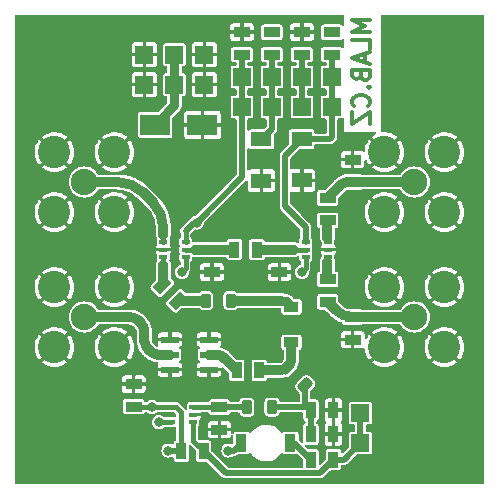
<source format=gbr>
%TF.GenerationSoftware,KiCad,Pcbnew,(5.99.0-6591-gee6c8b60ac)*%
%TF.CreationDate,2020-11-05T14:00:24+01:00*%
%TF.ProjectId,RFSWITCH01A,52465357-4954-4434-9830-31412e6b6963,rev?*%
%TF.SameCoordinates,Original*%
%TF.FileFunction,Copper,L2,Bot*%
%TF.FilePolarity,Positive*%
%FSLAX46Y46*%
G04 Gerber Fmt 4.6, Leading zero omitted, Abs format (unit mm)*
G04 Created by KiCad (PCBNEW (5.99.0-6591-gee6c8b60ac)) date 2020-11-05 14:00:24*
%MOMM*%
%LPD*%
G01*
G04 APERTURE LIST*
G04 Aperture macros list*
%AMRoundRect*
0 Rectangle with rounded corners*
0 $1 Rounding radius*
0 $2 $3 $4 $5 $6 $7 $8 $9 X,Y pos of 4 corners*
0 Add a 4 corners polygon primitive as box body*
4,1,4,$2,$3,$4,$5,$6,$7,$8,$9,$2,$3,0*
0 Add four circle primitives for the rounded corners*
1,1,$1+$1,$2,$3,0*
1,1,$1+$1,$4,$5,0*
1,1,$1+$1,$6,$7,0*
1,1,$1+$1,$8,$9,0*
0 Add four rect primitives between the rounded corners*
20,1,$1+$1,$2,$3,$4,$5,0*
20,1,$1+$1,$4,$5,$6,$7,0*
20,1,$1+$1,$6,$7,$8,$9,0*
20,1,$1+$1,$8,$9,$2,$3,0*%
%AMRotRect*
0 Rectangle, with rotation*
0 The origin of the aperture is its center*
0 $1 length*
0 $2 width*
0 $3 Rotation angle, in degrees counterclockwise*
0 Add horizontal line*
21,1,$1,$2,0,0,$3*%
G04 Aperture macros list end*
%ADD10C,0.300000*%
%TA.AperFunction,ComponentPad*%
%ADD11R,1.524000X1.524000*%
%TD*%
%TA.AperFunction,ComponentPad*%
%ADD12C,2.240000*%
%TD*%
%TA.AperFunction,ComponentPad*%
%ADD13C,2.740000*%
%TD*%
%TA.AperFunction,ComponentPad*%
%ADD14C,6.000000*%
%TD*%
%TA.AperFunction,SMDPad,CuDef*%
%ADD15R,1.397000X0.889000*%
%TD*%
%TA.AperFunction,SMDPad,CuDef*%
%ADD16R,2.500000X1.800000*%
%TD*%
%TA.AperFunction,SMDPad,CuDef*%
%ADD17R,0.650000X0.400000*%
%TD*%
%TA.AperFunction,SMDPad,CuDef*%
%ADD18R,1.300000X0.900000*%
%TD*%
%TA.AperFunction,SMDPad,CuDef*%
%ADD19R,1.700000X1.300000*%
%TD*%
%TA.AperFunction,SMDPad,CuDef*%
%ADD20R,0.950000X1.500000*%
%TD*%
%TA.AperFunction,SMDPad,CuDef*%
%ADD21R,0.889000X1.397000*%
%TD*%
%TA.AperFunction,SMDPad,CuDef*%
%ADD22RoundRect,0.218750X0.424264X0.114905X0.114905X0.424264X-0.424264X-0.114905X-0.114905X-0.424264X0*%
%TD*%
%TA.AperFunction,SMDPad,CuDef*%
%ADD23RoundRect,0.218750X-0.218750X-0.381250X0.218750X-0.381250X0.218750X0.381250X-0.218750X0.381250X0*%
%TD*%
%TA.AperFunction,SMDPad,CuDef*%
%ADD24RotRect,0.889000X1.397000X135.000000*%
%TD*%
%TA.AperFunction,SMDPad,CuDef*%
%ADD25R,1.500000X0.600000*%
%TD*%
%TA.AperFunction,SMDPad,CuDef*%
%ADD26RoundRect,0.218750X0.218750X0.381250X-0.218750X0.381250X-0.218750X-0.381250X0.218750X-0.381250X0*%
%TD*%
%TA.AperFunction,ViaPad*%
%ADD27C,0.800000*%
%TD*%
%TA.AperFunction,ViaPad*%
%ADD28C,0.450000*%
%TD*%
%TA.AperFunction,Conductor*%
%ADD29C,0.500000*%
%TD*%
%TA.AperFunction,Conductor*%
%ADD30C,0.400000*%
%TD*%
%TA.AperFunction,Conductor*%
%ADD31C,0.800000*%
%TD*%
%TA.AperFunction,Conductor*%
%ADD32C,0.861000*%
%TD*%
G04 APERTURE END LIST*
D10*
X30523571Y39754428D02*
X29023571Y39754428D01*
X30095000Y39254428D01*
X29023571Y38754428D01*
X30523571Y38754428D01*
X30523571Y37325857D02*
X30523571Y38040142D01*
X29023571Y38040142D01*
X30095000Y36897285D02*
X30095000Y36183000D01*
X30523571Y37040142D02*
X29023571Y36540142D01*
X30523571Y36040142D01*
X29737857Y35040142D02*
X29809285Y34825857D01*
X29880714Y34754428D01*
X30023571Y34683000D01*
X30237857Y34683000D01*
X30380714Y34754428D01*
X30452142Y34825857D01*
X30523571Y34968714D01*
X30523571Y35540142D01*
X29023571Y35540142D01*
X29023571Y35040142D01*
X29095000Y34897285D01*
X29166428Y34825857D01*
X29309285Y34754428D01*
X29452142Y34754428D01*
X29595000Y34825857D01*
X29666428Y34897285D01*
X29737857Y35040142D01*
X29737857Y35540142D01*
X30380714Y34040142D02*
X30452142Y33968714D01*
X30523571Y34040142D01*
X30452142Y34111571D01*
X30380714Y34040142D01*
X30523571Y34040142D01*
X30380714Y32468714D02*
X30452142Y32540142D01*
X30523571Y32754428D01*
X30523571Y32897285D01*
X30452142Y33111571D01*
X30309285Y33254428D01*
X30166428Y33325857D01*
X29880714Y33397285D01*
X29666428Y33397285D01*
X29380714Y33325857D01*
X29237857Y33254428D01*
X29095000Y33111571D01*
X29023571Y32897285D01*
X29023571Y32754428D01*
X29095000Y32540142D01*
X29166428Y32468714D01*
X29023571Y31968714D02*
X29023571Y30968714D01*
X30523571Y31968714D01*
X30523571Y30968714D01*
D11*
%TO.P,J9,1*%
%TO.N,/SW1_CTRL*%
X19685000Y32385000D03*
%TO.P,J9,2*%
X19685000Y34925000D03*
%TD*%
%TO.P,J5,1*%
%TO.N,/SW2_#CTRL*%
X27305000Y32385000D03*
%TO.P,J5,2*%
X27305000Y34925000D03*
%TD*%
%TO.P,J4,1*%
%TO.N,/SW2_CTRL*%
X24765000Y32385000D03*
%TO.P,J4,2*%
X24765000Y34925000D03*
%TD*%
%TO.P,J6,1*%
%TO.N,Net-(J6-Pad1)*%
X29718000Y3937000D03*
%TO.P,J6,2*%
X29718000Y6477000D03*
%TD*%
D12*
%TO.P,J8,1*%
%TO.N,/RX{slash}TX_2*%
X34290000Y14605000D03*
D13*
%TO.P,J8,2*%
%TO.N,GND*%
X36830000Y17145000D03*
X31750000Y12065000D03*
X36830000Y12065000D03*
X31750000Y17145000D03*
%TD*%
D14*
%TO.P,M3,1*%
%TO.N,GND*%
X5080000Y35560000D03*
%TD*%
D11*
%TO.P,J1,1*%
%TO.N,GND*%
X11430000Y34290000D03*
%TO.P,J1,2*%
X11430000Y36830000D03*
%TO.P,J1,3*%
%TO.N,+3V3*%
X13970000Y34290000D03*
%TO.P,J1,4*%
X13970000Y36830000D03*
%TO.P,J1,5*%
%TO.N,GND*%
X16510000Y34290000D03*
%TO.P,J1,6*%
X16510000Y36830000D03*
%TD*%
D14*
%TO.P,M4,1*%
%TO.N,GND*%
X35560000Y5080000D03*
%TD*%
D11*
%TO.P,J10,1*%
%TO.N,/SW1_#CTRL*%
X22225000Y32385000D03*
%TO.P,J10,2*%
X22225000Y34925000D03*
%TD*%
D12*
%TO.P,J2,1*%
%TO.N,/TX*%
X6350000Y26035000D03*
D13*
%TO.P,J2,2*%
%TO.N,GND*%
X3810000Y23495000D03*
X8890000Y23495000D03*
X3810000Y28575000D03*
X8890000Y28575000D03*
%TD*%
D14*
%TO.P,M1,1*%
%TO.N,GND*%
X35560000Y35560000D03*
%TD*%
D12*
%TO.P,J7,1*%
%TO.N,/RX{slash}TX_1*%
X34290000Y26035000D03*
D13*
%TO.P,J7,2*%
%TO.N,GND*%
X36830000Y28575000D03*
X36830000Y23495000D03*
X31750000Y23495000D03*
X31750000Y28575000D03*
%TD*%
D12*
%TO.P,J3,1*%
%TO.N,/RX*%
X6350000Y14605000D03*
D13*
%TO.P,J3,2*%
%TO.N,GND*%
X3810000Y17145000D03*
X3810000Y12065000D03*
X8890000Y17145000D03*
X8890000Y12065000D03*
%TD*%
D14*
%TO.P,M2,1*%
%TO.N,GND*%
X5080000Y5080000D03*
%TD*%
D15*
%TO.P,L5,1,1*%
%TO.N,GND*%
X29059595Y12700000D03*
%TO.P,L5,2,2*%
%TO.N,/RX{slash}TX_2*%
X29059595Y14605000D03*
%TD*%
%TO.P,R5,1*%
%TO.N,/SW1_CTRL*%
X19685000Y36830000D03*
%TO.P,R5,2*%
%TO.N,GND*%
X19685000Y38735000D03*
%TD*%
D16*
%TO.P,D1,1,K*%
%TO.N,+3V3*%
X12338300Y30884327D03*
%TO.P,D1,2,A*%
%TO.N,GND*%
X16338300Y30884327D03*
%TD*%
D17*
%TO.P,U4,1,RF1*%
%TO.N,Net-(C8-Pad2)*%
X13020000Y19670000D03*
%TO.P,U4,2,GND*%
%TO.N,GND*%
X13020000Y20320000D03*
%TO.P,U4,3,RF2*%
%TO.N,/TX*%
X13020000Y20970000D03*
%TO.P,U4,4,CTRL*%
%TO.N,/SW1_CTRL*%
X14920000Y20970000D03*
%TO.P,U4,5,RFC*%
%TO.N,Net-(C9-Pad1)*%
X14920000Y20320000D03*
%TO.P,U4,6,#CTRL*%
%TO.N,/SW1_#CTRL*%
X14920000Y19670000D03*
%TD*%
D15*
%TO.P,C10,1*%
%TO.N,/RF_IN_OUT*%
X22860000Y20320000D03*
%TO.P,C10,2*%
%TO.N,GND*%
X22860000Y18415000D03*
%TD*%
%TO.P,R3,1*%
%TO.N,+3V3*%
X27305000Y38735000D03*
%TO.P,R3,2*%
%TO.N,/SW2_#CTRL*%
X27305000Y36830000D03*
%TD*%
D18*
%TO.P,U3,1*%
%TO.N,Net-(L3-Pad1)*%
X23875000Y15470000D03*
%TA.AperFunction,SMDPad,CuDef*%
%TO.P,U3,2,GND*%
%TO.N,GND*%
G36*
X19925000Y14836500D02*
G01*
X23050001Y14836500D01*
X23050000Y14420000D01*
X24525000Y14419999D01*
X24525000Y13520000D01*
X23050000Y13520001D01*
X23050000Y13103501D01*
X19925000Y13103501D01*
X19925000Y14836500D01*
G37*
%TD.AperFunction*%
%TO.P,U3,3*%
%TO.N,Net-(C5-Pad2)*%
X23875000Y12470000D03*
%TD*%
D15*
%TO.P,C1,1*%
%TO.N,+3V3*%
X10515600Y7023100D03*
%TO.P,C1,2*%
%TO.N,GND*%
X10515600Y8928100D03*
%TD*%
D19*
%TO.P,D3,1,K*%
%TO.N,/SW1_#CTRL*%
X21336000Y29662000D03*
%TO.P,D3,2,A*%
%TO.N,GND*%
X21336000Y26162000D03*
%TD*%
D17*
%TO.P,U1,1,OUT*%
%TO.N,Net-(C2-Pad1)*%
X15555000Y7000000D03*
%TO.P,U1,2,GND*%
%TO.N,GND*%
X15555000Y6350000D03*
%TO.P,U1,3,OC*%
%TO.N,Net-(J6-Pad1)*%
X15555000Y5700000D03*
%TO.P,U1,4,ON*%
%TO.N,/SW1_CTRL*%
X13655000Y5700000D03*
%TO.P,U1,5,IN*%
%TO.N,+3V3*%
X13655000Y7000000D03*
%TD*%
D20*
%TO.P,D4,1,K*%
%TO.N,Net-(D4-Pad1)*%
X23792000Y3937000D03*
%TO.P,D4,2,A*%
%TO.N,+3V3*%
X19642000Y3937000D03*
%TD*%
D15*
%TO.P,C9,1*%
%TO.N,Net-(C9-Pad1)*%
X17145000Y20320000D03*
%TO.P,C9,2*%
%TO.N,GND*%
X17145000Y18415000D03*
%TD*%
D21*
%TO.P,C4,1*%
%TO.N,Net-(C3-Pad1)*%
X25527000Y6731000D03*
%TO.P,C4,2*%
%TO.N,GND*%
X27432000Y6731000D03*
%TD*%
D22*
%TO.P,L2,1,1*%
%TO.N,Net-(C3-Pad1)*%
X25033701Y8847191D03*
%TO.P,L2,2,2*%
%TO.N,Net-(C5-Pad2)*%
X23531099Y10349793D03*
%TD*%
D15*
%TO.P,C2,1*%
%TO.N,Net-(C2-Pad1)*%
X17780000Y6985000D03*
%TO.P,C2,2*%
%TO.N,GND*%
X17780000Y5080000D03*
%TD*%
%TO.P,C6,1*%
%TO.N,Net-(C6-Pad1)*%
X26929992Y22789171D03*
%TO.P,C6,2*%
%TO.N,/RX{slash}TX_1*%
X26929992Y24694171D03*
%TD*%
%TO.P,L4,1,1*%
%TO.N,GND*%
X29046639Y27940000D03*
%TO.P,L4,2,2*%
%TO.N,/RX{slash}TX_1*%
X29046639Y26035000D03*
%TD*%
D23*
%TO.P,L1,1,1*%
%TO.N,Net-(C2-Pad1)*%
X20100000Y6985000D03*
%TO.P,L1,2,2*%
%TO.N,Net-(C3-Pad1)*%
X22225000Y6985000D03*
%TD*%
D15*
%TO.P,R4,1*%
%TO.N,+3V3*%
X22225000Y38735000D03*
%TO.P,R4,2*%
%TO.N,/SW1_#CTRL*%
X22225000Y36830000D03*
%TD*%
D24*
%TO.P,C8,1*%
%TO.N,Net-(C8-Pad1)*%
X14287919Y15988881D03*
%TO.P,C8,2*%
%TO.N,Net-(C8-Pad2)*%
X12940881Y17335919D03*
%TD*%
D25*
%TO.P,FL1,1,GND*%
%TO.N,GND*%
X16890000Y12700000D03*
%TO.P,FL1,2,IN*%
%TO.N,Net-(C5-Pad1)*%
X16890000Y11430000D03*
%TO.P,FL1,3,GND*%
%TO.N,GND*%
X16890000Y10160000D03*
%TO.P,FL1,4,GND*%
X13590000Y10160000D03*
%TO.P,FL1,5,OUT*%
%TO.N,/RX*%
X13590000Y11430000D03*
%TO.P,FL1,6,GND*%
%TO.N,GND*%
X13590000Y12700000D03*
%TD*%
D17*
%TO.P,U2,1,RF1*%
%TO.N,Net-(C6-Pad1)*%
X26985000Y20970000D03*
%TO.P,U2,2,GND*%
%TO.N,GND*%
X26985000Y20320000D03*
%TO.P,U2,3,RF2*%
%TO.N,Net-(C7-Pad1)*%
X26985000Y19670000D03*
%TO.P,U2,4,CTRL*%
%TO.N,/SW2_CTRL*%
X25085000Y19670000D03*
%TO.P,U2,5,RFC*%
%TO.N,/RF_IN_OUT*%
X25085000Y20320000D03*
%TO.P,U2,6,#CTRL*%
%TO.N,/SW2_#CTRL*%
X25085000Y20970000D03*
%TD*%
D21*
%TO.P,C3,1*%
%TO.N,Net-(C3-Pad1)*%
X25527000Y4699000D03*
%TO.P,C3,2*%
%TO.N,GND*%
X27432000Y4699000D03*
%TD*%
D15*
%TO.P,R2,1*%
%TO.N,/SW2_CTRL*%
X24765000Y36830000D03*
%TO.P,R2,2*%
%TO.N,GND*%
X24765000Y38735000D03*
%TD*%
D21*
%TO.P,R6,1*%
%TO.N,Net-(D4-Pad1)*%
X25527000Y2540000D03*
%TO.P,R6,2*%
%TO.N,Net-(J6-Pad1)*%
X27432000Y2540000D03*
%TD*%
%TO.P,L6,1,1*%
%TO.N,Net-(C9-Pad1)*%
X19050000Y20320000D03*
%TO.P,L6,2,2*%
%TO.N,/RF_IN_OUT*%
X20955000Y20320000D03*
%TD*%
D15*
%TO.P,C7,1*%
%TO.N,Net-(C7-Pad1)*%
X26941905Y17793383D03*
%TO.P,C7,2*%
%TO.N,/RX{slash}TX_2*%
X26941905Y15888383D03*
%TD*%
D21*
%TO.P,C5,1*%
%TO.N,Net-(C5-Pad1)*%
X19240500Y10096500D03*
%TO.P,C5,2*%
%TO.N,Net-(C5-Pad2)*%
X21145500Y10096500D03*
%TD*%
D19*
%TO.P,D2,1,K*%
%TO.N,/SW2_#CTRL*%
X24746299Y29678115D03*
%TO.P,D2,2,A*%
%TO.N,GND*%
X24746299Y26178115D03*
%TD*%
D26*
%TO.P,L3,1,1*%
%TO.N,Net-(L3-Pad1)*%
X18745200Y16002000D03*
%TO.P,L3,2,2*%
%TO.N,Net-(C8-Pad1)*%
X16620200Y16002000D03*
%TD*%
D21*
%TO.P,R1,1*%
%TO.N,+3V3*%
X14548799Y3251200D03*
%TO.P,R1,2*%
%TO.N,Net-(J6-Pad1)*%
X16453799Y3251200D03*
%TD*%
D27*
%TO.N,+3V3*%
X22225000Y38735000D03*
X13462000Y3302000D03*
X12065000Y6985000D03*
X27305000Y38735000D03*
X18542000Y3302000D03*
D28*
%TO.N,GND*%
X21996400Y23825200D03*
X7264400Y24739600D03*
X34493200Y16154400D03*
X15189200Y17780000D03*
X25755600Y18135600D03*
X28244800Y13716000D03*
X20167600Y10096500D03*
X15138400Y14325600D03*
X8890000Y20269200D03*
X23418800Y21234400D03*
X13817600Y21031200D03*
X25654000Y24892000D03*
X30683200Y26924000D03*
X16510000Y24688800D03*
X35661600Y25298400D03*
X13157200Y15392400D03*
X25755600Y22606000D03*
X11684000Y23012400D03*
X28448000Y20624800D03*
X13919200Y21640800D03*
X25806400Y21844000D03*
X21945600Y12344400D03*
X11684000Y28346400D03*
X20574000Y19100800D03*
X13919200Y22453600D03*
X29362400Y17272000D03*
X28829000Y15748000D03*
X26873200Y25908000D03*
X35306000Y24841200D03*
X17221200Y21234400D03*
X25755600Y16306800D03*
X6604000Y16154400D03*
X10871200Y15494000D03*
X12090400Y17830800D03*
X28448000Y26924000D03*
X11226800Y11023600D03*
X29057600Y25095200D03*
X20421600Y12293600D03*
X12496800Y16103600D03*
X28346400Y18643600D03*
X15189200Y11023600D03*
X25958800Y21031200D03*
X19456400Y24587200D03*
X20828000Y21539200D03*
X18084800Y13462000D03*
X27736800Y13309600D03*
X21031200Y15087600D03*
X22809200Y29362400D03*
X22860000Y11023600D03*
X12496800Y15113000D03*
X14884400Y9753600D03*
X11938000Y25755600D03*
X25654000Y23368000D03*
X11430000Y23520400D03*
X11684000Y21539200D03*
X30632400Y25095200D03*
X21844000Y15087600D03*
X27787600Y26670000D03*
X33883600Y27584400D03*
X22098000Y9194800D03*
X25095200Y14274800D03*
X16662400Y14884400D03*
X35864800Y14478000D03*
X22148800Y11023600D03*
X18694400Y21488400D03*
X28956000Y11531600D03*
X33477200Y24688800D03*
X35102800Y27381200D03*
X18186400Y12192000D03*
X24028400Y19151600D03*
X26929992Y23741671D03*
X18034000Y17119600D03*
X29337000Y29337000D03*
X17373600Y14935200D03*
X25095200Y15036800D03*
X5080000Y25044400D03*
X24079200Y21234400D03*
X33020000Y26924000D03*
X34696400Y13106400D03*
X12090400Y18542000D03*
X25755600Y17322800D03*
X24739600Y10617200D03*
X22910800Y16916400D03*
X11633200Y17221200D03*
X24079200Y17830800D03*
X29870400Y13716000D03*
X37541200Y20574000D03*
X25958800Y20370800D03*
X26720800Y14833600D03*
X29108400Y26924000D03*
X6604000Y27584400D03*
X28092400Y16154400D03*
X34696400Y24536400D03*
X2946400Y20675600D03*
X7162800Y15951200D03*
X24180800Y9652000D03*
X7620000Y13716000D03*
X13716000Y25755600D03*
X4775200Y26162000D03*
X27838400Y11887200D03*
X6146800Y13055600D03*
X17729200Y15341600D03*
X12344400Y13360400D03*
X26873200Y16865600D03*
X17627600Y16611600D03*
X12293600Y13970000D03*
X21031200Y11328400D03*
X22606000Y15087600D03*
X20218400Y15087600D03*
X11938000Y14630400D03*
X25501600Y27990800D03*
X23418800Y9093200D03*
X33375600Y27330400D03*
X17932400Y19405600D03*
X13817600Y19659600D03*
X33020000Y13716000D03*
X21640800Y16916400D03*
X11023600Y26416000D03*
X21844000Y21234400D03*
X22606000Y21437600D03*
X28092400Y17830800D03*
X6756400Y24485600D03*
X5334000Y27228800D03*
X19507200Y21894800D03*
X15189200Y17018000D03*
X11938000Y22453600D03*
X27736800Y27889200D03*
X21132800Y8839200D03*
X11531600Y26111200D03*
X13716000Y23266400D03*
X11176000Y23977600D03*
X12065000Y16510000D03*
X4826000Y14173200D03*
X22606000Y19405600D03*
X16560800Y17119600D03*
X26212800Y16865600D03*
X19964400Y21082000D03*
X30530800Y13665200D03*
X23520400Y16916400D03*
X28321000Y29337000D03*
X25095200Y12801600D03*
X5943600Y27533600D03*
X20116800Y8839200D03*
X35814000Y15036800D03*
X33020000Y25146000D03*
X18643600Y17119600D03*
X20980400Y16916400D03*
X27787600Y28752800D03*
X18694400Y11938000D03*
X9906000Y26822400D03*
X20167600Y10718800D03*
X33121600Y19812000D03*
X4775200Y14732000D03*
X18237200Y12801600D03*
X5943600Y16103600D03*
X16256000Y28752800D03*
X14732000Y14732000D03*
X27533600Y23723600D03*
X21234400Y28194000D03*
X7620000Y25146000D03*
X12344400Y25349200D03*
X10464800Y26670000D03*
X28092400Y21336000D03*
X35661600Y13868400D03*
X26314400Y11836400D03*
X33883600Y16154400D03*
X18643600Y14020800D03*
X29210000Y9347200D03*
X19710400Y18186400D03*
X29006800Y13716000D03*
X17475200Y13766800D03*
X7620000Y15494000D03*
X13716000Y14605000D03*
X13512800Y23926800D03*
X21488400Y22860000D03*
X17170400Y17170400D03*
X18694400Y19100800D03*
X13868400Y20320000D03*
X11480800Y15138400D03*
X35814000Y26466800D03*
X5537200Y24688800D03*
X33477200Y13258800D03*
X28143200Y23266400D03*
X16764000Y9144000D03*
X17682700Y16002000D03*
X25044400Y15849600D03*
X28194000Y22352000D03*
X20167600Y9499600D03*
X28448000Y24841200D03*
X11836400Y10566400D03*
X29667200Y15494000D03*
X10795000Y11480800D03*
X19964400Y19761200D03*
X13157200Y24485600D03*
X12039600Y20955000D03*
X28295600Y11430000D03*
X22707600Y9194800D03*
X27686000Y13970000D03*
X35560000Y15595600D03*
X35102800Y15951200D03*
X12039600Y19431000D03*
X15494000Y24180800D03*
X30226000Y15494000D03*
X10769600Y24384000D03*
X19558000Y16967200D03*
X29819600Y26924000D03*
X28549600Y21793200D03*
X17221200Y19405600D03*
X29819600Y25095200D03*
X10312400Y13462000D03*
X12344400Y12700000D03*
X17881600Y22910800D03*
X26314400Y23741671D03*
X25654000Y24130000D03*
X18135600Y26568400D03*
X4978400Y26771600D03*
X27736800Y12598400D03*
X7264400Y13309600D03*
X6146800Y24485600D03*
X16560800Y21234400D03*
X14427200Y17272000D03*
X34036000Y13055600D03*
X15189200Y11938000D03*
X20269200Y16916400D03*
X15138400Y27228800D03*
X27584400Y16814800D03*
X27838400Y20218400D03*
X26111200Y14884400D03*
X26619200Y27228800D03*
X6756400Y13055600D03*
X5080000Y13614400D03*
X25095200Y13563600D03*
X10210800Y15595600D03*
X18135600Y14884400D03*
X16560800Y19405600D03*
X15189200Y12852400D03*
X5537200Y13258800D03*
X19100800Y11582400D03*
X7620000Y26924000D03*
X24790400Y11328400D03*
X16764000Y13766800D03*
X19050000Y23469600D03*
X27178000Y14376400D03*
X27787600Y19659600D03*
X12039600Y20193000D03*
X19253200Y8890000D03*
X33020000Y15494000D03*
X4978400Y15341600D03*
X18415000Y8636000D03*
X22301200Y16916400D03*
X35560000Y27025600D03*
X18846800Y14884400D03*
X18135600Y9906000D03*
X23418800Y19405600D03*
X25908000Y18923000D03*
X24003000Y16611600D03*
X29667200Y20218400D03*
X12750800Y24942800D03*
X17881600Y21234400D03*
X27279600Y26314400D03*
X5334000Y15798800D03*
X13512800Y16510000D03*
X25095200Y12039600D03*
X29616400Y11480800D03*
X21640800Y18846800D03*
X34036000Y24485600D03*
X7162800Y27381200D03*
X24536400Y16408400D03*
X19507200Y15036800D03*
X19608800Y11226800D03*
X35306000Y13411200D03*
X30784800Y15494000D03*
X4826000Y25603200D03*
X25755600Y15544800D03*
X33375600Y15900400D03*
X14605000Y13716000D03*
X34493200Y27584400D03*
X26365200Y25603200D03*
X22910800Y11633200D03*
X28143200Y24079200D03*
X35864800Y25908000D03*
D27*
%TO.N,/SW1_CTRL*%
X15849600Y22606000D03*
X12649200Y5689600D03*
%TO.N,/SW1_#CTRL*%
X14605000Y18415000D03*
%TO.N,/SW2_CTRL*%
X24765000Y18415000D03*
%TD*%
D29*
%TO.N,+3V3*%
X19007000Y3302000D02*
X19642000Y3937000D01*
D30*
X13670000Y6985000D02*
X13970000Y6985000D01*
X14082000Y7000000D02*
X14528800Y6553200D01*
D29*
X14548799Y3251200D02*
X13512800Y3251200D01*
X18542000Y3302000D02*
X19007000Y3302000D01*
D30*
X14528800Y6553200D02*
X14528800Y3271199D01*
D31*
X13970000Y36830000D02*
X13970000Y34290000D01*
D30*
X10553700Y6985000D02*
X10515600Y7023100D01*
D29*
X13512800Y3251200D02*
X13462000Y3302000D01*
D30*
X13655000Y7000000D02*
X13670000Y6985000D01*
D31*
X13970000Y34290000D02*
X13970000Y32516027D01*
D30*
X14528800Y3271199D02*
X14548799Y3251200D01*
X12080000Y7000000D02*
X12065000Y6985000D01*
X13655000Y7000000D02*
X12080000Y7000000D01*
X12065000Y6985000D02*
X10553700Y6985000D01*
X13655000Y7000000D02*
X14082000Y7000000D01*
D31*
X13970000Y32516027D02*
X12338300Y30884327D01*
D29*
%TO.N,Net-(C2-Pad1)*%
X20100000Y6985000D02*
X17780000Y6985000D01*
D30*
X15555000Y7000000D02*
X17765000Y7000000D01*
X17765000Y7000000D02*
X17780000Y6985000D01*
D29*
%TO.N,Net-(C3-Pad1)*%
X25033701Y7224299D02*
X25527000Y6731000D01*
X25171400Y8763000D02*
X25087209Y8847191D01*
X25527000Y4699000D02*
X25527000Y6731000D01*
X22225000Y6985000D02*
X25273000Y6985000D01*
X25033701Y8847191D02*
X25033701Y7224299D01*
X25273000Y6985000D02*
X25527000Y6731000D01*
X25087209Y8847191D02*
X25033701Y8847191D01*
D32*
%TO.N,Net-(C5-Pad1)*%
X18199893Y11137107D02*
X19240500Y10096500D01*
X16890000Y11430000D02*
X17492786Y11430000D01*
X17492786Y11429999D02*
G75*
G02*
X18199892Y11137106I3J-999993D01*
G01*
%TO.N,Net-(C5-Pad2)*%
X23875000Y12470000D02*
X23875000Y11107908D01*
X21145500Y10096500D02*
X22946435Y10096500D01*
X23582107Y10400801D02*
X23531099Y10349793D01*
X23512120Y10330814D02*
X23531099Y10349793D01*
X23582107Y10400801D02*
G75*
G03*
X23875000Y11107908I-707106J707106D01*
G01*
X23512120Y10330814D02*
G75*
G02*
X22946435Y10096500I-565685J565686D01*
G01*
%TO.N,Net-(C6-Pad1)*%
X26924000Y22783179D02*
X26924000Y21336000D01*
X26929992Y22789171D02*
X26924000Y22783179D01*
%TO.N,Net-(C7-Pad1)*%
X26924000Y17811288D02*
X26924000Y19304000D01*
X26941905Y17793383D02*
X26924000Y17811288D01*
%TO.N,Net-(C8-Pad1)*%
X14287919Y15988881D02*
X16607081Y15988881D01*
X16607081Y15988881D02*
X16620200Y16002000D01*
%TO.N,/RX*%
X11430000Y13352586D02*
X11430000Y12606214D01*
X11722893Y11899107D02*
X11899107Y11722893D01*
X10884693Y14312107D02*
X11137107Y14059693D01*
X12606214Y11430000D02*
X13590000Y11430000D01*
X6350000Y14605000D02*
X10177586Y14605000D01*
X11430001Y12606214D02*
G75*
G03*
X11722894Y11899108I999993J-3D01*
G01*
X11429999Y13352586D02*
G75*
G03*
X11137106Y14059692I-999993J3D01*
G01*
X11899107Y11722893D02*
G75*
G03*
X12606214Y11430000I707106J707106D01*
G01*
X10177586Y14604999D02*
G75*
G02*
X10884692Y14312106I3J-999993D01*
G01*
%TO.N,/TX*%
X8833346Y26035000D02*
X9171359Y26035000D01*
X12141321Y24307679D02*
X11292680Y25156320D01*
X7899400Y26035000D02*
X8833346Y26035000D01*
X7899400Y26035000D02*
X6350000Y26035000D01*
X11150600Y25298400D02*
X11292680Y25156320D01*
D30*
X13020000Y20970000D02*
X13020000Y21590000D01*
D32*
X13020000Y21590000D02*
X13020000Y21848346D01*
X13020000Y21590000D02*
X13020000Y22186359D01*
X9171359Y26035000D02*
X9171359Y26035000D01*
X13020000Y22186359D02*
G75*
G03*
X12141321Y24307679I-2999998J1D01*
G01*
X9171359Y26034999D02*
G75*
G02*
X11292679Y25156319I3J-2999993D01*
G01*
D29*
%TO.N,/SW1_CTRL*%
X14920000Y21910412D02*
X15615588Y22606000D01*
X19685000Y34925000D02*
X19685000Y32385000D01*
X19685000Y36830000D02*
X19685000Y34925000D01*
X15849600Y22606000D02*
X19685000Y26441400D01*
X19685000Y26441400D02*
X19685000Y26492200D01*
D30*
X12659600Y5700000D02*
X12649200Y5689600D01*
D29*
X15615588Y22606000D02*
X15849600Y22606000D01*
D30*
X13655000Y5700000D02*
X12659600Y5700000D01*
D29*
X19685000Y32385000D02*
X19685000Y26492200D01*
D30*
X14920000Y20970000D02*
X14920000Y21910412D01*
%TO.N,/SW1_#CTRL*%
X14920000Y18730000D02*
X14605000Y18415000D01*
D29*
X22225000Y34925000D02*
X22225000Y32385000D01*
X22225000Y32385000D02*
X22225000Y30551000D01*
X22225000Y30551000D02*
X21336000Y29662000D01*
X22225000Y36830000D02*
X22225000Y34925000D01*
D30*
X14920000Y19670000D02*
X14920000Y18730000D01*
D29*
%TO.N,/SW2_CTRL*%
X24765000Y36830000D02*
X24765000Y34925000D01*
D30*
X25085000Y18735000D02*
X24765000Y18415000D01*
X25085000Y19670000D02*
X25085000Y18735000D01*
D29*
X24765000Y34925000D02*
X24765000Y32385000D01*
%TO.N,/SW2_#CTRL*%
X23317200Y23977600D02*
X25085000Y22209800D01*
X27305000Y32385000D02*
X27305000Y29845000D01*
X24746299Y29678115D02*
X23317200Y28249016D01*
X27138115Y29678115D02*
X24746299Y29678115D01*
X27305000Y34925000D02*
X27305000Y32385000D01*
X23317200Y28249016D02*
X23317200Y23977600D01*
X25085000Y22209800D02*
X25085000Y20970000D01*
X27305000Y36830000D02*
X27305000Y34925000D01*
X27305000Y29845000D02*
X27138115Y29678115D01*
D32*
%TO.N,/RX{slash}TX_1*%
X27977928Y25742107D02*
X26929992Y24694171D01*
X29046639Y26035000D02*
X28685035Y26035000D01*
X34290000Y26035000D02*
X29046639Y26035000D01*
X28685035Y26034999D02*
G75*
G03*
X27977929Y25742106I-3J-999993D01*
G01*
%TO.N,/RX{slash}TX_2*%
X29059595Y14605000D02*
X29053715Y14605000D01*
X27639502Y15190786D02*
X26941905Y15888383D01*
X34290000Y14605000D02*
X29059595Y14605000D01*
X29053715Y14605001D02*
G75*
G02*
X27639503Y15190787I0J1999999D01*
G01*
D30*
%TO.N,Net-(C8-Pad2)*%
X13020000Y19034800D02*
X13020000Y18796000D01*
D32*
X13020000Y17415038D02*
X13020000Y19034800D01*
X12940881Y17335919D02*
X13020000Y17415038D01*
D30*
X13020000Y19670000D02*
X13020000Y19034800D01*
D32*
%TO.N,Net-(L3-Pad1)*%
X23470000Y15875000D02*
X23875000Y15470000D01*
X18745200Y16002000D02*
X22928786Y16002000D01*
X23635893Y15709107D02*
X23875000Y15470000D01*
X23635893Y15709107D02*
G75*
G03*
X22928786Y16002000I-707106J-707106D01*
G01*
D30*
%TO.N,Net-(C9-Pad1)*%
X14920000Y20320000D02*
X15748000Y20320000D01*
D32*
X17145000Y20320000D02*
X19050000Y20320000D01*
X17145000Y20320000D02*
X15748000Y20320000D01*
%TO.N,/RF_IN_OUT*%
X22860000Y20320000D02*
X24130000Y20320000D01*
X20955000Y20320000D02*
X22860000Y20320000D01*
D30*
X25085000Y20320000D02*
X24130000Y20320000D01*
%TO.N,Net-(J6-Pad1)*%
X15555000Y4149999D02*
X16453799Y3251200D01*
D29*
X26283499Y1391499D02*
X18313500Y1391499D01*
X28321000Y2540000D02*
X29718000Y3937000D01*
X29718000Y6477000D02*
X29718000Y3937000D01*
X27432000Y2540000D02*
X28321000Y2540000D01*
X26283499Y1391499D02*
X27432000Y2540000D01*
X29718000Y3937000D02*
X29210000Y3937000D01*
X18313500Y1391499D02*
X16453799Y3251200D01*
D30*
X15555000Y5700000D02*
X15555000Y4149999D01*
D29*
%TO.N,Net-(D4-Pad1)*%
X24130000Y3937000D02*
X25527000Y2540000D01*
X23792000Y3937000D02*
X24130000Y3937000D01*
%TD*%
%TA.AperFunction,Conductor*%
%TO.N,GND*%
G36*
X28299191Y40167093D02*
G01*
X28340000Y40087000D01*
X28340000Y39364152D01*
X28321093Y39305961D01*
X28271593Y39269997D01*
X28210407Y39269997D01*
X28158684Y39309151D01*
X28153876Y39316347D01*
X28148457Y39324457D01*
X28081950Y39368895D01*
X28003500Y39384500D01*
X26606500Y39384500D01*
X26528050Y39368895D01*
X26461543Y39324457D01*
X26456124Y39316347D01*
X26448805Y39305393D01*
X26417105Y39257950D01*
X26401500Y39179500D01*
X26401500Y38290500D01*
X26417105Y38212050D01*
X26461543Y38145543D01*
X26528050Y38101105D01*
X26606500Y38085500D01*
X28003500Y38085500D01*
X28081950Y38101105D01*
X28148457Y38145543D01*
X28158684Y38160849D01*
X28206734Y38198729D01*
X28267872Y38201131D01*
X28318746Y38167139D01*
X28340000Y38105848D01*
X28340000Y37459152D01*
X28321093Y37400961D01*
X28271593Y37364997D01*
X28210407Y37364997D01*
X28158684Y37404151D01*
X28153876Y37411347D01*
X28148457Y37419457D01*
X28081950Y37463895D01*
X28003500Y37479500D01*
X26606500Y37479500D01*
X26528050Y37463895D01*
X26461543Y37419457D01*
X26456124Y37411347D01*
X26439591Y37386603D01*
X26417105Y37352950D01*
X26401500Y37274500D01*
X26401500Y36385500D01*
X26417105Y36307050D01*
X26461543Y36240543D01*
X26528050Y36196105D01*
X26606500Y36180500D01*
X26755500Y36180500D01*
X26813691Y36161593D01*
X26854500Y36081501D01*
X26854501Y35991001D01*
X26835594Y35932810D01*
X26786095Y35896846D01*
X26755501Y35892000D01*
X26543000Y35892000D01*
X26464550Y35876395D01*
X26398043Y35831957D01*
X26353605Y35765450D01*
X26338000Y35687000D01*
X26338000Y34163000D01*
X26353605Y34084550D01*
X26398043Y34018043D01*
X26464550Y33973605D01*
X26543000Y33958000D01*
X26755500Y33958000D01*
X26813691Y33939093D01*
X26854500Y33859000D01*
X26854501Y33451000D01*
X26835594Y33392809D01*
X26786094Y33356845D01*
X26755501Y33352000D01*
X26543000Y33352000D01*
X26464550Y33336395D01*
X26398043Y33291957D01*
X26353605Y33225450D01*
X26338000Y33147000D01*
X26338000Y31623000D01*
X26353605Y31544550D01*
X26398043Y31478043D01*
X26464550Y31433605D01*
X26543000Y31418000D01*
X26755500Y31418000D01*
X26813691Y31399093D01*
X26854500Y31319000D01*
X26854501Y30227615D01*
X26835594Y30169424D01*
X26786094Y30133460D01*
X26755501Y30128615D01*
X25900299Y30128615D01*
X25842108Y30147522D01*
X25801299Y30227615D01*
X25801299Y30328115D01*
X25785694Y30406565D01*
X25741256Y30473072D01*
X25674749Y30517510D01*
X25596299Y30533115D01*
X23896299Y30533115D01*
X23817849Y30517510D01*
X23751342Y30473072D01*
X23706904Y30406565D01*
X23691299Y30328115D01*
X23691299Y29301225D01*
X23662303Y29231221D01*
X23021190Y28590108D01*
X23012476Y28582366D01*
X22990968Y28565411D01*
X22990963Y28565406D01*
X22985155Y28560827D01*
X22980948Y28554740D01*
X22951563Y28512223D01*
X22949757Y28509695D01*
X22914645Y28462158D01*
X22912253Y28455346D01*
X22908148Y28449407D01*
X22905915Y28442346D01*
X22890332Y28393072D01*
X22889348Y28390120D01*
X22873876Y28346062D01*
X22869769Y28334368D01*
X22869532Y28328330D01*
X22869010Y28325653D01*
X22867308Y28320271D01*
X22866700Y28312546D01*
X22866700Y28258220D01*
X22866624Y28254333D01*
X22864451Y28199033D01*
X22866192Y28192466D01*
X22866700Y28183241D01*
X22866701Y24009477D01*
X22866015Y23997841D01*
X22861926Y23963293D01*
X22871339Y23911750D01*
X22872536Y23905195D01*
X22873046Y23902133D01*
X22881837Y23843665D01*
X22884962Y23837157D01*
X22886259Y23830056D01*
X22889669Y23823492D01*
X22913490Y23777632D01*
X22914878Y23774854D01*
X22937260Y23728246D01*
X22937262Y23728243D01*
X22940466Y23721571D01*
X22944568Y23717133D01*
X22946089Y23714876D01*
X22948693Y23709864D01*
X22953726Y23703972D01*
X22992152Y23665546D01*
X22994845Y23662744D01*
X23032403Y23622114D01*
X23038278Y23618701D01*
X23045159Y23612539D01*
X24605504Y22052193D01*
X24634500Y21982189D01*
X24634501Y21372732D01*
X24611540Y21317298D01*
X24615043Y21314957D01*
X24570605Y21248450D01*
X24555000Y21170000D01*
X24555000Y20973804D01*
X24536093Y20915613D01*
X24486593Y20879649D01*
X24408307Y20887050D01*
X24364127Y20911338D01*
X24209712Y20950985D01*
X24209474Y20951000D01*
X23658661Y20951000D01*
X23637223Y20955265D01*
X23636950Y20953895D01*
X23558500Y20969500D01*
X22161500Y20969500D01*
X22083050Y20953895D01*
X22082777Y20955265D01*
X22061339Y20951000D01*
X21699174Y20951000D01*
X21640983Y20969907D01*
X21602076Y21030686D01*
X21590797Y21087388D01*
X21588895Y21096950D01*
X21544457Y21163457D01*
X21477950Y21207895D01*
X21399500Y21223500D01*
X20510500Y21223500D01*
X20432050Y21207895D01*
X20365543Y21163457D01*
X20321105Y21096950D01*
X20305500Y21018500D01*
X20305500Y19621500D01*
X20321105Y19543050D01*
X20365543Y19476543D01*
X20373653Y19471124D01*
X20382461Y19465239D01*
X20432050Y19432105D01*
X20510500Y19416500D01*
X21399500Y19416500D01*
X21477950Y19432105D01*
X21527539Y19465239D01*
X21536347Y19471124D01*
X21544457Y19476543D01*
X21588895Y19543050D01*
X21602076Y19609314D01*
X21631973Y19662698D01*
X21699174Y19689000D01*
X22061339Y19689000D01*
X22082777Y19684735D01*
X22083050Y19686105D01*
X22161500Y19670500D01*
X23558500Y19670500D01*
X23636950Y19686105D01*
X23637223Y19684735D01*
X23658661Y19689000D01*
X24169579Y19689000D01*
X24288167Y19703981D01*
X24419556Y19756002D01*
X24480620Y19759844D01*
X24532280Y19727059D01*
X24555000Y19663954D01*
X24555000Y19470000D01*
X24570605Y19391550D01*
X24615043Y19325043D01*
X24623153Y19319624D01*
X24623154Y19319623D01*
X24640500Y19308033D01*
X24678380Y19259984D01*
X24684500Y19225718D01*
X24684501Y19145590D01*
X24684501Y19095379D01*
X24665594Y19037188D01*
X24612005Y19000358D01*
X24608285Y18999868D01*
X24602287Y18997384D01*
X24602285Y18997383D01*
X24573339Y18985393D01*
X24462250Y18939378D01*
X24336847Y18843153D01*
X24240622Y18717750D01*
X24180132Y18571715D01*
X24159500Y18415000D01*
X24180132Y18258285D01*
X24240622Y18112250D01*
X24336847Y17986847D01*
X24462250Y17890622D01*
X24608285Y17830132D01*
X24765000Y17809500D01*
X24921715Y17830132D01*
X25067750Y17890622D01*
X25193153Y17986847D01*
X25289378Y18112250D01*
X25341417Y18237883D01*
X26038405Y18237883D01*
X26038405Y17348883D01*
X26054010Y17270433D01*
X26098448Y17203926D01*
X26164955Y17159488D01*
X26243405Y17143883D01*
X27640405Y17143883D01*
X27718855Y17159488D01*
X27785362Y17203926D01*
X27829800Y17270433D01*
X27845405Y17348883D01*
X27845405Y18237883D01*
X27829800Y18316333D01*
X27785362Y18382840D01*
X27718855Y18427278D01*
X27714165Y18428211D01*
X30682209Y18428211D01*
X30682212Y18427041D01*
X30685595Y18421537D01*
X31738914Y17368218D01*
X31742920Y17366177D01*
X31766806Y17373938D01*
X32810022Y18417154D01*
X32815655Y18428211D01*
X35762209Y18428211D01*
X35762212Y18427041D01*
X35765595Y18421537D01*
X36818914Y17368218D01*
X36822920Y17366177D01*
X36846806Y17373938D01*
X37890022Y18417154D01*
X37896076Y18429037D01*
X37895460Y18432932D01*
X37894411Y18434302D01*
X37859406Y18465987D01*
X37853483Y18470582D01*
X37647750Y18606495D01*
X37641195Y18610143D01*
X37417282Y18713369D01*
X37410236Y18715989D01*
X37173276Y18784160D01*
X37165949Y18785678D01*
X36921382Y18817224D01*
X36913914Y18817616D01*
X36667390Y18811806D01*
X36659942Y18811063D01*
X36417148Y18768034D01*
X36409882Y18766168D01*
X36176394Y18686909D01*
X36169500Y18683969D01*
X35950690Y18570306D01*
X35944306Y18566347D01*
X35770022Y18439024D01*
X35762209Y18428211D01*
X32815655Y18428211D01*
X32816076Y18429037D01*
X32815460Y18432932D01*
X32814411Y18434302D01*
X32779406Y18465987D01*
X32773483Y18470582D01*
X32567750Y18606495D01*
X32561195Y18610143D01*
X32337282Y18713369D01*
X32330236Y18715989D01*
X32093276Y18784160D01*
X32085949Y18785678D01*
X31841382Y18817224D01*
X31833914Y18817616D01*
X31587390Y18811806D01*
X31579942Y18811063D01*
X31337148Y18768034D01*
X31329882Y18766168D01*
X31096394Y18686909D01*
X31089500Y18683969D01*
X30870690Y18570306D01*
X30864306Y18566347D01*
X30690022Y18439024D01*
X30682209Y18428211D01*
X27714165Y18428211D01*
X27683544Y18434302D01*
X27645177Y18441934D01*
X27645175Y18441934D01*
X27640405Y18442883D01*
X27640559Y18443657D01*
X27588242Y18466538D01*
X27555000Y18540544D01*
X27555000Y19343579D01*
X27540019Y19462167D01*
X27521952Y19507799D01*
X27515000Y19544243D01*
X27515000Y19856296D01*
X27537139Y19913445D01*
X27535398Y19914523D01*
X27589574Y20002021D01*
X27596090Y20018842D01*
X27614158Y20115493D01*
X27615000Y20124583D01*
X27615000Y20154320D01*
X27613610Y20158598D01*
X27591232Y20170000D01*
X27135002Y20170001D01*
X27134996Y20170000D01*
X26370680Y20170001D01*
X26357995Y20165879D01*
X26355000Y20161758D01*
X26355000Y20125723D01*
X26356311Y20114427D01*
X26384610Y19994107D01*
X26393200Y19975806D01*
X26435004Y19920449D01*
X26455000Y19860788D01*
X26455000Y19765517D01*
X26428169Y19697748D01*
X26419968Y19689015D01*
X26409466Y19677831D01*
X26406464Y19672370D01*
X26335663Y19543585D01*
X26335662Y19543581D01*
X26332663Y19538127D01*
X26293016Y19383712D01*
X26293001Y19383474D01*
X26293001Y19380817D01*
X26293000Y18533995D01*
X26274093Y18475804D01*
X26213315Y18436898D01*
X26164955Y18427278D01*
X26098448Y18382840D01*
X26054010Y18316333D01*
X26038405Y18237883D01*
X25341417Y18237883D01*
X25349868Y18258285D01*
X25370500Y18415000D01*
X25370780Y18414963D01*
X25398649Y18482246D01*
X25413056Y18496653D01*
X25424009Y18518149D01*
X25432123Y18531390D01*
X25441724Y18544605D01*
X25446302Y18550906D01*
X25453757Y18573849D01*
X25459700Y18588197D01*
X25467117Y18602755D01*
X25470653Y18609694D01*
X25474427Y18633521D01*
X25478051Y18648618D01*
X25485507Y18671565D01*
X25485507Y18798433D01*
X25485502Y18798448D01*
X25485500Y18798478D01*
X25485500Y19225717D01*
X25504407Y19283908D01*
X25529500Y19308033D01*
X25546846Y19319623D01*
X25546847Y19319624D01*
X25554957Y19325043D01*
X25599395Y19391550D01*
X25615000Y19470000D01*
X25615000Y19870000D01*
X25599395Y19948450D01*
X25593979Y19956556D01*
X25593747Y19957116D01*
X25593747Y20032884D01*
X25593979Y20033444D01*
X25599395Y20041550D01*
X25615000Y20120000D01*
X25615000Y20520000D01*
X25599395Y20598450D01*
X25593979Y20606556D01*
X25593747Y20607116D01*
X25593747Y20682884D01*
X25593979Y20683444D01*
X25599395Y20691550D01*
X25615000Y20770000D01*
X25615000Y21170000D01*
X25599395Y21248450D01*
X25554957Y21314957D01*
X25558461Y21317298D01*
X25535500Y21372731D01*
X25535500Y22177923D01*
X25536186Y22189559D01*
X25536360Y22191032D01*
X25540275Y22224108D01*
X25538946Y22231385D01*
X25538946Y22231388D01*
X25529663Y22282214D01*
X25529152Y22285282D01*
X25521464Y22336419D01*
X25520364Y22343735D01*
X25517239Y22350243D01*
X25515942Y22357345D01*
X25488706Y22409777D01*
X25487317Y22412556D01*
X25479584Y22428659D01*
X25461735Y22465829D01*
X25457631Y22470269D01*
X25456109Y22472528D01*
X25453507Y22477536D01*
X25448474Y22483429D01*
X25410049Y22521854D01*
X25407355Y22524657D01*
X25374822Y22559851D01*
X25369798Y22565286D01*
X25363923Y22568699D01*
X25357042Y22574861D01*
X24698232Y23233671D01*
X26026492Y23233671D01*
X26026492Y22344671D01*
X26042097Y22266221D01*
X26086535Y22199714D01*
X26153042Y22155276D01*
X26162604Y22153374D01*
X26213314Y22143287D01*
X26266698Y22113390D01*
X26293000Y22046189D01*
X26293001Y21632802D01*
X26293001Y21296421D01*
X26307982Y21177833D01*
X26366670Y21029605D01*
X26370329Y21024569D01*
X26436093Y20934052D01*
X26455000Y20875861D01*
X26455000Y20783704D01*
X26432861Y20726555D01*
X26434602Y20725477D01*
X26380426Y20637979D01*
X26373910Y20621158D01*
X26355842Y20524507D01*
X26355000Y20515417D01*
X26355000Y20485680D01*
X26356390Y20481402D01*
X26378768Y20470000D01*
X26834998Y20469999D01*
X26835004Y20470000D01*
X27599320Y20469999D01*
X27612005Y20474121D01*
X27615000Y20478242D01*
X27615000Y20514277D01*
X27613689Y20525573D01*
X27585390Y20645893D01*
X27576800Y20664194D01*
X27534996Y20719551D01*
X27515000Y20779212D01*
X27515000Y21088049D01*
X27518110Y21112669D01*
X27537242Y21187185D01*
X27554985Y21256288D01*
X27555000Y21256526D01*
X27555000Y22043805D01*
X27573907Y22101996D01*
X27634686Y22140903D01*
X27697380Y22153374D01*
X27706942Y22155276D01*
X27773449Y22199714D01*
X27781583Y22211889D01*
X30684850Y22211889D01*
X30685272Y22209222D01*
X30687699Y22206201D01*
X30783963Y22126988D01*
X30790100Y22122675D01*
X31002007Y21996604D01*
X31008716Y21993273D01*
X31237265Y21900702D01*
X31244398Y21898425D01*
X31484321Y21841488D01*
X31491714Y21840318D01*
X31737477Y21820328D01*
X31744984Y21820289D01*
X31990939Y21837703D01*
X31998357Y21838799D01*
X32238854Y21893218D01*
X32246015Y21895421D01*
X32475518Y21985593D01*
X32482257Y21988851D01*
X32695475Y22112698D01*
X32701664Y22116952D01*
X32808121Y22202699D01*
X32814123Y22211889D01*
X35764850Y22211889D01*
X35765272Y22209222D01*
X35767699Y22206201D01*
X35863963Y22126988D01*
X35870100Y22122675D01*
X36082007Y21996604D01*
X36088716Y21993273D01*
X36317265Y21900702D01*
X36324398Y21898425D01*
X36564321Y21841488D01*
X36571714Y21840318D01*
X36817477Y21820328D01*
X36824984Y21820289D01*
X37070939Y21837703D01*
X37078357Y21838799D01*
X37318854Y21893218D01*
X37326015Y21895421D01*
X37555518Y21985593D01*
X37562257Y21988851D01*
X37775475Y22112698D01*
X37781664Y22116952D01*
X37888121Y22202699D01*
X37895415Y22213866D01*
X37895294Y22216287D01*
X37892930Y22219938D01*
X36841086Y23271782D01*
X36837080Y23273823D01*
X36813194Y23266062D01*
X35770904Y22223772D01*
X35764850Y22211889D01*
X32814123Y22211889D01*
X32815415Y22213866D01*
X32815294Y22216287D01*
X32812930Y22219938D01*
X31761086Y23271782D01*
X31757080Y23273823D01*
X31733194Y23266062D01*
X30690904Y22223772D01*
X30684850Y22211889D01*
X27781583Y22211889D01*
X27817887Y22266221D01*
X27833492Y22344671D01*
X27833492Y23233671D01*
X27817887Y23312121D01*
X27773449Y23378628D01*
X27711745Y23419857D01*
X30076967Y23419857D01*
X30077321Y23412360D01*
X30107584Y23167657D01*
X30109067Y23160305D01*
X30175996Y22922989D01*
X30178573Y22915949D01*
X30280628Y22691490D01*
X30284245Y22684910D01*
X30419080Y22478469D01*
X30423636Y22472530D01*
X30456531Y22435804D01*
X30468065Y22429104D01*
X30471851Y22429492D01*
X30473470Y22430602D01*
X31526782Y23483914D01*
X31528823Y23487920D01*
X31524223Y23502080D01*
X31971177Y23502080D01*
X31978938Y23478194D01*
X33022419Y22434713D01*
X33034302Y22428659D01*
X33038333Y22429297D01*
X33039514Y22430196D01*
X33065572Y22458684D01*
X33070209Y22464597D01*
X33207192Y22669607D01*
X33210875Y22676143D01*
X33315280Y22899530D01*
X33317927Y22906535D01*
X33387337Y23143134D01*
X33388898Y23150477D01*
X33421879Y23396016D01*
X33422297Y23401167D01*
X33422835Y23419857D01*
X35156967Y23419857D01*
X35157321Y23412360D01*
X35187584Y23167657D01*
X35189067Y23160305D01*
X35255996Y22922989D01*
X35258573Y22915949D01*
X35360628Y22691490D01*
X35364245Y22684910D01*
X35499080Y22478469D01*
X35503636Y22472530D01*
X35536531Y22435804D01*
X35548065Y22429104D01*
X35551851Y22429492D01*
X35553470Y22430602D01*
X36606782Y23483914D01*
X36608823Y23487920D01*
X36604223Y23502080D01*
X37051177Y23502080D01*
X37058938Y23478194D01*
X38102419Y22434713D01*
X38114302Y22428659D01*
X38118333Y22429297D01*
X38119514Y22430196D01*
X38145572Y22458684D01*
X38150209Y22464597D01*
X38287192Y22669607D01*
X38290875Y22676143D01*
X38395280Y22899530D01*
X38397927Y22906535D01*
X38467337Y23143134D01*
X38468898Y23150477D01*
X38501879Y23396016D01*
X38502297Y23401167D01*
X38504925Y23492402D01*
X38504803Y23497590D01*
X38486013Y23744608D01*
X38484876Y23752032D01*
X38429203Y23992225D01*
X38426958Y23999390D01*
X38335589Y24228406D01*
X38332291Y24235138D01*
X38207333Y24447699D01*
X38203048Y24453865D01*
X38122274Y24553080D01*
X38111066Y24560316D01*
X38108510Y24560176D01*
X38105063Y24557931D01*
X37053218Y23506086D01*
X37051177Y23502080D01*
X36604223Y23502080D01*
X36601062Y23511806D01*
X35556702Y24556166D01*
X35544819Y24562220D01*
X35543529Y24562016D01*
X35538770Y24557984D01*
X35413309Y24388123D01*
X35409319Y24381762D01*
X35294511Y24163550D01*
X35291533Y24156667D01*
X35211056Y23923604D01*
X35209150Y23916341D01*
X35164851Y23673779D01*
X35164068Y23666333D01*
X35156967Y23419857D01*
X33422835Y23419857D01*
X33424925Y23492402D01*
X33424803Y23497590D01*
X33406013Y23744608D01*
X33404876Y23752032D01*
X33349203Y23992225D01*
X33346958Y23999390D01*
X33255589Y24228406D01*
X33252291Y24235138D01*
X33127333Y24447699D01*
X33123048Y24453865D01*
X33042274Y24553080D01*
X33031066Y24560316D01*
X33028510Y24560176D01*
X33025063Y24557931D01*
X31973218Y23506086D01*
X31971177Y23502080D01*
X31524223Y23502080D01*
X31521062Y23511806D01*
X30476702Y24556166D01*
X30464819Y24562220D01*
X30463529Y24562016D01*
X30458770Y24557984D01*
X30333309Y24388123D01*
X30329319Y24381762D01*
X30214511Y24163550D01*
X30211533Y24156667D01*
X30131056Y23923604D01*
X30129150Y23916341D01*
X30084851Y23673779D01*
X30084068Y23666333D01*
X30076967Y23419857D01*
X27711745Y23419857D01*
X27706942Y23423066D01*
X27628492Y23438671D01*
X26231492Y23438671D01*
X26153042Y23423066D01*
X26086535Y23378628D01*
X26042097Y23312121D01*
X26026492Y23233671D01*
X24698232Y23233671D01*
X23796696Y24135206D01*
X23767700Y24205210D01*
X23767700Y25127934D01*
X23771188Y25138671D01*
X26026492Y25138671D01*
X26026492Y24249671D01*
X26042097Y24171221D01*
X26086535Y24104714D01*
X26153042Y24060276D01*
X26231492Y24044671D01*
X27628492Y24044671D01*
X27706942Y24060276D01*
X27773449Y24104714D01*
X27817887Y24171221D01*
X27833492Y24249671D01*
X27833492Y24664295D01*
X27862489Y24734299D01*
X27906401Y24778211D01*
X30682209Y24778211D01*
X30682212Y24777041D01*
X30685595Y24771537D01*
X31738914Y23718218D01*
X31742920Y23716177D01*
X31766806Y23723938D01*
X32810022Y24767154D01*
X32816076Y24779037D01*
X32815460Y24782932D01*
X32814411Y24784302D01*
X32779406Y24815987D01*
X32773483Y24820582D01*
X32567750Y24956495D01*
X32561195Y24960143D01*
X32337282Y25063369D01*
X32330236Y25065989D01*
X32093276Y25134160D01*
X32085949Y25135678D01*
X31841382Y25167224D01*
X31833914Y25167616D01*
X31587390Y25161806D01*
X31579942Y25161063D01*
X31337148Y25118034D01*
X31329882Y25116168D01*
X31096394Y25036909D01*
X31089500Y25033969D01*
X30870690Y24920306D01*
X30864306Y24916347D01*
X30690022Y24789024D01*
X30682209Y24778211D01*
X27906401Y24778211D01*
X28340975Y25212784D01*
X28354663Y25224197D01*
X28358696Y25226455D01*
X28359354Y25227008D01*
X28441966Y25305797D01*
X28455286Y25316467D01*
X28505617Y25350097D01*
X28522731Y25359244D01*
X28546176Y25368955D01*
X28567927Y25377964D01*
X28605811Y25385500D01*
X29745139Y25385500D01*
X29823589Y25401105D01*
X29823862Y25399735D01*
X29845300Y25404000D01*
X33068923Y25404000D01*
X33127114Y25385093D01*
X33150019Y25361784D01*
X33192584Y25300995D01*
X33274991Y25183306D01*
X33438306Y25019991D01*
X33627500Y24887516D01*
X33836823Y24789907D01*
X34059916Y24730130D01*
X34290000Y24710000D01*
X34520084Y24730130D01*
X34699526Y24778211D01*
X35762209Y24778211D01*
X35762212Y24777041D01*
X35765595Y24771537D01*
X36818914Y23718218D01*
X36822920Y23716177D01*
X36846806Y23723938D01*
X37890022Y24767154D01*
X37896076Y24779037D01*
X37895460Y24782932D01*
X37894411Y24784302D01*
X37859406Y24815987D01*
X37853483Y24820582D01*
X37647750Y24956495D01*
X37641195Y24960143D01*
X37417282Y25063369D01*
X37410236Y25065989D01*
X37173276Y25134160D01*
X37165949Y25135678D01*
X36921382Y25167224D01*
X36913914Y25167616D01*
X36667390Y25161806D01*
X36659942Y25161063D01*
X36417148Y25118034D01*
X36409882Y25116168D01*
X36176394Y25036909D01*
X36169500Y25033969D01*
X35950690Y24920306D01*
X35944306Y24916347D01*
X35770022Y24789024D01*
X35762209Y24778211D01*
X34699526Y24778211D01*
X34743177Y24789907D01*
X34952500Y24887516D01*
X35141694Y25019991D01*
X35305009Y25183306D01*
X35407703Y25329968D01*
X35435002Y25368955D01*
X35435003Y25368957D01*
X35437484Y25372500D01*
X35535093Y25581823D01*
X35594870Y25804916D01*
X35615000Y26035000D01*
X35594870Y26265084D01*
X35535093Y26488177D01*
X35437484Y26697500D01*
X35305009Y26886694D01*
X35141694Y27050009D01*
X35018081Y27136564D01*
X34956045Y27180002D01*
X34956043Y27180003D01*
X34952500Y27182484D01*
X34743177Y27280093D01*
X34699154Y27291889D01*
X35764850Y27291889D01*
X35765272Y27289222D01*
X35767699Y27286201D01*
X35863963Y27206988D01*
X35870100Y27202675D01*
X36082007Y27076604D01*
X36088716Y27073273D01*
X36317265Y26980702D01*
X36324398Y26978425D01*
X36564321Y26921488D01*
X36571714Y26920318D01*
X36817477Y26900328D01*
X36824984Y26900289D01*
X37070939Y26917703D01*
X37078357Y26918799D01*
X37318854Y26973218D01*
X37326015Y26975421D01*
X37555518Y27065593D01*
X37562257Y27068851D01*
X37775475Y27192698D01*
X37781664Y27196952D01*
X37888121Y27282699D01*
X37895415Y27293866D01*
X37895294Y27296287D01*
X37892930Y27299938D01*
X36841086Y28351782D01*
X36837080Y28353823D01*
X36813194Y28346062D01*
X35770904Y27303772D01*
X35764850Y27291889D01*
X34699154Y27291889D01*
X34520084Y27339870D01*
X34290000Y27360000D01*
X34059916Y27339870D01*
X33836823Y27280093D01*
X33627500Y27182484D01*
X33623957Y27180003D01*
X33623955Y27180002D01*
X33561919Y27136564D01*
X33438306Y27050009D01*
X33274991Y26886694D01*
X33272512Y26883153D01*
X33150019Y26708216D01*
X33101154Y26671394D01*
X33068923Y26666000D01*
X29845300Y26666000D01*
X29823862Y26670265D01*
X29823589Y26668895D01*
X29745139Y26684500D01*
X28348139Y26684500D01*
X28269689Y26668895D01*
X28203182Y26624457D01*
X28197764Y26616348D01*
X28190869Y26609453D01*
X28188224Y26612098D01*
X28150914Y26583628D01*
X28122461Y26574135D01*
X28122459Y26574134D01*
X28116554Y26572164D01*
X28111329Y26568790D01*
X28111326Y26568789D01*
X28105235Y26564856D01*
X28089422Y26556563D01*
X28049705Y26540112D01*
X27986840Y26514073D01*
X27981758Y26512130D01*
X27930371Y26494084D01*
X27930358Y26494078D01*
X27925947Y26492529D01*
X27925204Y26492097D01*
X27923286Y26490815D01*
X27923285Y26490815D01*
X27880091Y26461954D01*
X27874141Y26458276D01*
X27827593Y26431725D01*
X27823122Y26427392D01*
X27817916Y26422347D01*
X27804020Y26411124D01*
X27719191Y26354444D01*
X27712555Y26350378D01*
X27668288Y26325595D01*
X27667630Y26325042D01*
X27665968Y26323457D01*
X27621764Y26281299D01*
X27618330Y26278174D01*
X27571580Y26237607D01*
X27568040Y26232485D01*
X27563881Y26227842D01*
X27563876Y26227847D01*
X27555779Y26218367D01*
X27510344Y26175035D01*
X27477815Y26135089D01*
X27471052Y26127598D01*
X26716121Y25372667D01*
X26646117Y25343671D01*
X26231492Y25343671D01*
X26153042Y25328066D01*
X26086535Y25283628D01*
X26042097Y25217121D01*
X26026492Y25138671D01*
X23771188Y25138671D01*
X23786607Y25186125D01*
X23836107Y25222089D01*
X23884895Y25225248D01*
X23891802Y25223957D01*
X23900882Y25223115D01*
X24580619Y25223115D01*
X24584897Y25224505D01*
X24592178Y25238795D01*
X24896298Y25238795D01*
X24900420Y25226110D01*
X24904541Y25223115D01*
X25590576Y25223115D01*
X25601872Y25224426D01*
X25722192Y25252725D01*
X25740493Y25261315D01*
X25814377Y25317110D01*
X25826525Y25330436D01*
X25875873Y25410136D01*
X25882389Y25426957D01*
X25900457Y25523608D01*
X25901299Y25532698D01*
X25901299Y26012435D01*
X25899909Y26016713D01*
X25877531Y26028115D01*
X24911979Y26028116D01*
X24907701Y26026726D01*
X24896299Y26004348D01*
X24896298Y25238795D01*
X24592178Y25238795D01*
X24596299Y25246883D01*
X24596300Y26028115D01*
X24596299Y26028119D01*
X24596299Y26343795D01*
X24896298Y26343795D01*
X24900420Y26331110D01*
X24904541Y26328115D01*
X25885619Y26328114D01*
X25898304Y26332236D01*
X25901299Y26336357D01*
X25901299Y26822392D01*
X25899988Y26833688D01*
X25871689Y26954008D01*
X25863099Y26972309D01*
X25807304Y27046193D01*
X25793978Y27058341D01*
X25714278Y27107689D01*
X25697457Y27114205D01*
X25600806Y27132273D01*
X25591716Y27133115D01*
X24911979Y27133115D01*
X24907701Y27131725D01*
X24896299Y27109347D01*
X24896298Y26343795D01*
X24596299Y26343795D01*
X24596300Y27117435D01*
X24592178Y27130120D01*
X24588057Y27133115D01*
X23902022Y27133115D01*
X23890730Y27131805D01*
X23889371Y27131485D01*
X23888558Y27131553D01*
X23885044Y27131145D01*
X23884962Y27131852D01*
X23828397Y27136564D01*
X23782053Y27176513D01*
X23767700Y27227854D01*
X23767700Y27781758D01*
X28043139Y27781758D01*
X28043139Y27501223D01*
X28044450Y27489927D01*
X28072749Y27369607D01*
X28081339Y27351306D01*
X28137134Y27277422D01*
X28150460Y27265274D01*
X28230160Y27215926D01*
X28246981Y27209410D01*
X28343632Y27191342D01*
X28352722Y27190500D01*
X28880959Y27190500D01*
X28885237Y27191890D01*
X28896639Y27214268D01*
X28896640Y27774320D01*
X28892518Y27787005D01*
X28888397Y27790000D01*
X28058819Y27790001D01*
X28046134Y27785879D01*
X28043139Y27781758D01*
X23767700Y27781758D01*
X23767700Y28021406D01*
X23796696Y28091410D01*
X24085203Y28379917D01*
X28043139Y28379917D01*
X28043139Y28105680D01*
X28044529Y28101402D01*
X28066907Y28090000D01*
X28880959Y28089999D01*
X28880968Y28090002D01*
X29196638Y28090002D01*
X29196639Y28089996D01*
X29196638Y27206180D01*
X29200760Y27193495D01*
X29204881Y27190500D01*
X29739416Y27190500D01*
X29750712Y27191811D01*
X29871032Y27220110D01*
X29889333Y27228700D01*
X29963217Y27284495D01*
X29969957Y27291889D01*
X30684850Y27291889D01*
X30685272Y27289222D01*
X30687699Y27286201D01*
X30783963Y27206988D01*
X30790100Y27202675D01*
X31002007Y27076604D01*
X31008716Y27073273D01*
X31237265Y26980702D01*
X31244398Y26978425D01*
X31484321Y26921488D01*
X31491714Y26920318D01*
X31737477Y26900328D01*
X31744984Y26900289D01*
X31990939Y26917703D01*
X31998357Y26918799D01*
X32238854Y26973218D01*
X32246015Y26975421D01*
X32475518Y27065593D01*
X32482257Y27068851D01*
X32695475Y27192698D01*
X32701664Y27196952D01*
X32808121Y27282699D01*
X32815415Y27293866D01*
X32815294Y27296287D01*
X32812930Y27299938D01*
X31761086Y28351782D01*
X31757080Y28353823D01*
X31733194Y28346062D01*
X30690904Y27303772D01*
X30684850Y27291889D01*
X29969957Y27291889D01*
X29975365Y27297821D01*
X30024713Y27377521D01*
X30031229Y27394342D01*
X30049297Y27490993D01*
X30050139Y27500083D01*
X30050139Y27821496D01*
X30069046Y27879687D01*
X30118546Y27915651D01*
X30179732Y27915651D01*
X30239261Y27862472D01*
X30280628Y27771490D01*
X30284245Y27764910D01*
X30419080Y27558469D01*
X30423636Y27552530D01*
X30456531Y27515804D01*
X30468065Y27509104D01*
X30471851Y27509492D01*
X30473470Y27510602D01*
X31526782Y28563914D01*
X31528823Y28567920D01*
X31524223Y28582080D01*
X31971177Y28582080D01*
X31978938Y28558194D01*
X33022419Y27514713D01*
X33034302Y27508659D01*
X33038333Y27509297D01*
X33039514Y27510196D01*
X33065572Y27538684D01*
X33070209Y27544597D01*
X33207192Y27749607D01*
X33210875Y27756143D01*
X33315280Y27979530D01*
X33317927Y27986535D01*
X33387337Y28223134D01*
X33388898Y28230477D01*
X33421879Y28476016D01*
X33422297Y28481167D01*
X33422835Y28499857D01*
X35156967Y28499857D01*
X35157321Y28492360D01*
X35187584Y28247657D01*
X35189067Y28240305D01*
X35255996Y28002989D01*
X35258573Y27995949D01*
X35360628Y27771490D01*
X35364245Y27764910D01*
X35499080Y27558469D01*
X35503636Y27552530D01*
X35536531Y27515804D01*
X35548065Y27509104D01*
X35551851Y27509492D01*
X35553470Y27510602D01*
X36606782Y28563914D01*
X36608823Y28567920D01*
X36604223Y28582080D01*
X37051177Y28582080D01*
X37058938Y28558194D01*
X38102419Y27514713D01*
X38114302Y27508659D01*
X38118333Y27509297D01*
X38119514Y27510196D01*
X38145572Y27538684D01*
X38150209Y27544597D01*
X38287192Y27749607D01*
X38290875Y27756143D01*
X38395280Y27979530D01*
X38397927Y27986535D01*
X38467337Y28223134D01*
X38468898Y28230477D01*
X38501879Y28476016D01*
X38502297Y28481167D01*
X38504925Y28572402D01*
X38504803Y28577590D01*
X38486013Y28824608D01*
X38484876Y28832032D01*
X38429203Y29072225D01*
X38426958Y29079390D01*
X38335589Y29308406D01*
X38332291Y29315138D01*
X38207333Y29527699D01*
X38203048Y29533865D01*
X38122274Y29633080D01*
X38111066Y29640316D01*
X38108510Y29640176D01*
X38105063Y29637931D01*
X37053218Y28586086D01*
X37051177Y28582080D01*
X36604223Y28582080D01*
X36601062Y28591806D01*
X35556702Y29636166D01*
X35544819Y29642220D01*
X35543529Y29642016D01*
X35538770Y29637984D01*
X35413309Y29468123D01*
X35409319Y29461762D01*
X35294511Y29243550D01*
X35291533Y29236667D01*
X35211056Y29003604D01*
X35209150Y28996341D01*
X35164851Y28753779D01*
X35164068Y28746333D01*
X35156967Y28499857D01*
X33422835Y28499857D01*
X33424925Y28572402D01*
X33424803Y28577590D01*
X33406013Y28824608D01*
X33404876Y28832032D01*
X33349203Y29072225D01*
X33346958Y29079390D01*
X33255589Y29308406D01*
X33252291Y29315138D01*
X33127333Y29527699D01*
X33123048Y29533865D01*
X33042274Y29633080D01*
X33031066Y29640316D01*
X33028510Y29640176D01*
X33025063Y29637931D01*
X31973218Y28586086D01*
X31971177Y28582080D01*
X31524223Y28582080D01*
X31521062Y28591806D01*
X30476702Y29636166D01*
X30464819Y29642220D01*
X30463529Y29642016D01*
X30458770Y29637984D01*
X30333309Y29468123D01*
X30329319Y29461762D01*
X30214511Y29243550D01*
X30211533Y29236667D01*
X30131056Y29003604D01*
X30129150Y28996341D01*
X30084851Y28753779D01*
X30084068Y28746333D01*
X30082817Y28702906D01*
X30062242Y28645284D01*
X30011727Y28610761D01*
X29931741Y28621585D01*
X29863118Y28664074D01*
X29846297Y28670590D01*
X29749646Y28688658D01*
X29740556Y28689500D01*
X29212319Y28689500D01*
X29208041Y28688110D01*
X29196639Y28665732D01*
X29196638Y28090002D01*
X28880968Y28090002D01*
X28885237Y28091389D01*
X28896639Y28113767D01*
X28896640Y28673820D01*
X28892518Y28686505D01*
X28888397Y28689500D01*
X28353862Y28689500D01*
X28342566Y28688189D01*
X28222246Y28659890D01*
X28203945Y28651300D01*
X28130061Y28595505D01*
X28117913Y28582179D01*
X28068565Y28502479D01*
X28062049Y28485658D01*
X28043981Y28389007D01*
X28043139Y28379917D01*
X24085203Y28379917D01*
X24499406Y28794119D01*
X24569410Y28823115D01*
X25596299Y28823115D01*
X25674749Y28838720D01*
X25741256Y28883158D01*
X25785694Y28949665D01*
X25801299Y29028115D01*
X25801299Y29128615D01*
X25820206Y29186806D01*
X25900299Y29227615D01*
X27106246Y29227615D01*
X27117882Y29226929D01*
X27152422Y29222841D01*
X27159699Y29224170D01*
X27159700Y29224170D01*
X27174806Y29226929D01*
X27210535Y29233454D01*
X27213550Y29233956D01*
X27239726Y29237891D01*
X27264735Y29241651D01*
X27264737Y29241652D01*
X27272050Y29242751D01*
X27278561Y29245878D01*
X27285659Y29247174D01*
X27292228Y29250586D01*
X27292230Y29250587D01*
X27338068Y29274398D01*
X27340849Y29275788D01*
X27387470Y29298175D01*
X27387471Y29298176D01*
X27394144Y29301380D01*
X27398588Y29305488D01*
X27400837Y29307004D01*
X27405851Y29309608D01*
X27410145Y29313276D01*
X27410148Y29313278D01*
X27410262Y29313376D01*
X27411743Y29314641D01*
X27450156Y29353054D01*
X27452959Y29355748D01*
X27488166Y29388293D01*
X27493601Y29393317D01*
X27497014Y29399193D01*
X27503181Y29406079D01*
X27601010Y29503908D01*
X27609724Y29511650D01*
X27631231Y29528605D01*
X27631233Y29528607D01*
X27637045Y29533189D01*
X27670666Y29581835D01*
X27672447Y29584326D01*
X27703155Y29625900D01*
X27703157Y29625903D01*
X27707555Y29631858D01*
X27709946Y29638668D01*
X27714052Y29644608D01*
X27731881Y29700983D01*
X27732843Y29703867D01*
X27752431Y29759647D01*
X27752668Y29765683D01*
X27753190Y29768364D01*
X27754892Y29773744D01*
X27755500Y29781469D01*
X27755500Y29835796D01*
X27755576Y29839683D01*
X27756313Y29858434D01*
X27757749Y29894983D01*
X27756008Y29901550D01*
X27755500Y29910775D01*
X27755500Y31319000D01*
X27774407Y31377191D01*
X27854500Y31418000D01*
X28067000Y31418000D01*
X28145450Y31433605D01*
X28153557Y31439022D01*
X28153560Y31439023D01*
X28185999Y31460698D01*
X28244887Y31477307D01*
X28302290Y31456129D01*
X28340000Y31378383D01*
X28340000Y30254429D01*
X30954552Y30254429D01*
X31012743Y30235522D01*
X31048707Y30186022D01*
X31048707Y30124836D01*
X31000189Y30067575D01*
X30870690Y30000306D01*
X30864306Y29996347D01*
X30690022Y29869024D01*
X30682209Y29858211D01*
X30682212Y29857041D01*
X30685595Y29851537D01*
X31738914Y28798218D01*
X31742920Y28796177D01*
X31766806Y28803938D01*
X32810022Y29847154D01*
X32815655Y29858211D01*
X35762209Y29858211D01*
X35762212Y29857041D01*
X35765595Y29851537D01*
X36818914Y28798218D01*
X36822920Y28796177D01*
X36846806Y28803938D01*
X37890022Y29847154D01*
X37896076Y29859037D01*
X37895460Y29862932D01*
X37894411Y29864302D01*
X37859406Y29895987D01*
X37853483Y29900582D01*
X37647750Y30036495D01*
X37641195Y30040143D01*
X37417282Y30143369D01*
X37410236Y30145989D01*
X37173276Y30214160D01*
X37165949Y30215678D01*
X36921382Y30247224D01*
X36913914Y30247616D01*
X36667390Y30241806D01*
X36659942Y30241063D01*
X36417148Y30198034D01*
X36409882Y30196168D01*
X36176394Y30116909D01*
X36169500Y30113969D01*
X35950690Y30000306D01*
X35944306Y29996347D01*
X35770022Y29869024D01*
X35762209Y29858211D01*
X32815655Y29858211D01*
X32816076Y29859037D01*
X32815460Y29862932D01*
X32814411Y29864302D01*
X32779406Y29895987D01*
X32773483Y29900582D01*
X32567750Y30036495D01*
X32561195Y30040143D01*
X32337282Y30143369D01*
X32330236Y30145989D01*
X32093276Y30214160D01*
X32085949Y30215678D01*
X31841382Y30247224D01*
X31833914Y30247616D01*
X31587390Y30241806D01*
X31579942Y30241063D01*
X31571276Y30239527D01*
X31510679Y30247990D01*
X31466629Y30290454D01*
X31455000Y30337008D01*
X31455000Y40087000D01*
X31473907Y40145191D01*
X31554000Y40186000D01*
X40087000Y40186000D01*
X40145191Y40167093D01*
X40186000Y40087000D01*
X40186001Y553000D01*
X40167094Y494809D01*
X40117594Y458845D01*
X40087001Y454000D01*
X553000Y454000D01*
X494809Y472907D01*
X454000Y553000D01*
X454000Y7467600D01*
X9612100Y7467600D01*
X9612100Y6578600D01*
X9627705Y6500150D01*
X9633122Y6492043D01*
X9655776Y6458139D01*
X9672143Y6433643D01*
X9738650Y6389205D01*
X9817100Y6373600D01*
X11214100Y6373600D01*
X11292550Y6389205D01*
X11359057Y6433643D01*
X11375425Y6458139D01*
X11398078Y6492043D01*
X11403495Y6500150D01*
X11405397Y6509713D01*
X11409129Y6518722D01*
X11411631Y6517686D01*
X11434324Y6558202D01*
X11501521Y6584500D01*
X11569385Y6584500D01*
X11636678Y6556627D01*
X11636847Y6556847D01*
X11762250Y6460622D01*
X11807804Y6441753D01*
X11899785Y6403653D01*
X11908285Y6400132D01*
X12065000Y6379500D01*
X12221715Y6400132D01*
X12230216Y6403653D01*
X12322196Y6441753D01*
X12367750Y6460622D01*
X12493153Y6556847D01*
X12497102Y6561993D01*
X12501693Y6566584D01*
X12503760Y6564516D01*
X12574704Y6599500D01*
X13297625Y6599500D01*
X13316939Y6597598D01*
X13330000Y6595000D01*
X13558548Y6595000D01*
X13589140Y6590155D01*
X13599159Y6586900D01*
X13606567Y6584493D01*
X13733433Y6584493D01*
X13733448Y6584498D01*
X13733478Y6584500D01*
X13890101Y6584500D01*
X13960105Y6555503D01*
X14099304Y6416303D01*
X14128300Y6346300D01*
X14128300Y6196133D01*
X14109393Y6137942D01*
X14059893Y6101978D01*
X14009985Y6099036D01*
X13984771Y6104052D01*
X13984761Y6104053D01*
X13980000Y6105000D01*
X13330000Y6105000D01*
X13316939Y6102402D01*
X13297625Y6100500D01*
X13133443Y6100500D01*
X13073176Y6120958D01*
X12970167Y6200000D01*
X12951950Y6213978D01*
X12805915Y6274468D01*
X12649200Y6295100D01*
X12492485Y6274468D01*
X12346450Y6213978D01*
X12221047Y6117753D01*
X12124822Y5992350D01*
X12064332Y5846315D01*
X12043700Y5689600D01*
X12064332Y5532885D01*
X12124822Y5386850D01*
X12221047Y5261447D01*
X12346450Y5165222D01*
X12492485Y5104732D01*
X12649200Y5084100D01*
X12805915Y5104732D01*
X12951950Y5165222D01*
X13077353Y5261447D01*
X13081307Y5266600D01*
X13085211Y5270504D01*
X13155215Y5299500D01*
X13297625Y5299500D01*
X13316939Y5297598D01*
X13330000Y5295000D01*
X13980000Y5295000D01*
X13984761Y5295947D01*
X13984771Y5295948D01*
X14009985Y5300964D01*
X14070746Y5293774D01*
X14115676Y5252242D01*
X14128300Y5203867D01*
X14128301Y4240722D01*
X14109394Y4182531D01*
X14048617Y4143625D01*
X14035415Y4140999D01*
X14035410Y4140997D01*
X14025849Y4139095D01*
X13959342Y4094657D01*
X13914904Y4028150D01*
X13899299Y3949700D01*
X13899299Y3918810D01*
X13880392Y3860619D01*
X13830892Y3824655D01*
X13762413Y3827346D01*
X13758756Y3828861D01*
X13618715Y3886868D01*
X13462000Y3907500D01*
X13305285Y3886868D01*
X13159250Y3826378D01*
X13033847Y3730153D01*
X12937622Y3604750D01*
X12877132Y3458715D01*
X12856500Y3302000D01*
X12877132Y3145285D01*
X12937622Y2999250D01*
X13033847Y2873847D01*
X13159250Y2777622D01*
X13305285Y2717132D01*
X13462000Y2696500D01*
X13618715Y2717132D01*
X13762413Y2776654D01*
X13823410Y2781455D01*
X13875579Y2749486D01*
X13899299Y2685190D01*
X13899299Y2552700D01*
X13914904Y2474250D01*
X13959342Y2407743D01*
X13967452Y2402324D01*
X13992196Y2385791D01*
X14025849Y2363305D01*
X14104299Y2347700D01*
X14993299Y2347700D01*
X15071749Y2363305D01*
X15105402Y2385791D01*
X15130146Y2402324D01*
X15138256Y2407743D01*
X15182694Y2474250D01*
X15198299Y2552700D01*
X15198299Y3701301D01*
X15217206Y3759492D01*
X15266706Y3795456D01*
X15327892Y3795456D01*
X15367303Y3771304D01*
X15626727Y3511879D01*
X15775303Y3363303D01*
X15804299Y3293300D01*
X15804299Y2552700D01*
X15819904Y2474250D01*
X15864342Y2407743D01*
X15872452Y2402324D01*
X15897196Y2385791D01*
X15930849Y2363305D01*
X16009299Y2347700D01*
X16679189Y2347700D01*
X16749193Y2318704D01*
X17972415Y1095481D01*
X17980151Y1086775D01*
X18001689Y1059454D01*
X18049136Y1026662D01*
X18050309Y1025851D01*
X18052833Y1024047D01*
X18100357Y988945D01*
X18107166Y986554D01*
X18113108Y982447D01*
X18120161Y980217D01*
X18120164Y980215D01*
X18169475Y964621D01*
X18172427Y963636D01*
X18228147Y944068D01*
X18234185Y943831D01*
X18236862Y943309D01*
X18242244Y941607D01*
X18247865Y941165D01*
X18247868Y941164D01*
X18247954Y941158D01*
X18249969Y940999D01*
X18304312Y940999D01*
X18308198Y940923D01*
X18356092Y939041D01*
X18356095Y939041D01*
X18363483Y938751D01*
X18370047Y940491D01*
X18379271Y940999D01*
X26251630Y940999D01*
X26263266Y940313D01*
X26297806Y936225D01*
X26305083Y937554D01*
X26305084Y937554D01*
X26320190Y940313D01*
X26355919Y946838D01*
X26358934Y947340D01*
X26385110Y951275D01*
X26410119Y955035D01*
X26410121Y955036D01*
X26417434Y956135D01*
X26423945Y959262D01*
X26431043Y960558D01*
X26437612Y963970D01*
X26437614Y963971D01*
X26483452Y987782D01*
X26486233Y989172D01*
X26532854Y1011559D01*
X26532855Y1011560D01*
X26539528Y1014764D01*
X26543972Y1018872D01*
X26546221Y1020388D01*
X26551235Y1022992D01*
X26555529Y1026660D01*
X26555532Y1026662D01*
X26555646Y1026760D01*
X26557127Y1028025D01*
X26595540Y1066438D01*
X26598343Y1069132D01*
X26633550Y1101677D01*
X26638985Y1106701D01*
X26642398Y1112577D01*
X26648566Y1119463D01*
X27136608Y1607504D01*
X27206611Y1636500D01*
X27876500Y1636500D01*
X27954950Y1652105D01*
X28021457Y1696543D01*
X28065895Y1763050D01*
X28081500Y1841500D01*
X28081500Y1990500D01*
X28100407Y2048691D01*
X28180500Y2089500D01*
X28289131Y2089500D01*
X28300767Y2088814D01*
X28335307Y2084726D01*
X28342584Y2086055D01*
X28342585Y2086055D01*
X28357691Y2088814D01*
X28393420Y2095339D01*
X28396435Y2095841D01*
X28422611Y2099776D01*
X28447620Y2103536D01*
X28447622Y2103537D01*
X28454935Y2104636D01*
X28461446Y2107763D01*
X28468544Y2109059D01*
X28475113Y2112471D01*
X28475115Y2112472D01*
X28520953Y2136283D01*
X28523734Y2137673D01*
X28570355Y2160060D01*
X28570356Y2160061D01*
X28577029Y2163265D01*
X28581473Y2167373D01*
X28583722Y2168889D01*
X28588736Y2171493D01*
X28593030Y2175161D01*
X28593033Y2175163D01*
X28593147Y2175261D01*
X28594628Y2176526D01*
X28633041Y2214939D01*
X28635844Y2217633D01*
X28671051Y2250178D01*
X28676486Y2255202D01*
X28679899Y2261078D01*
X28686066Y2267964D01*
X29359107Y2941004D01*
X29429111Y2970000D01*
X30480000Y2970000D01*
X30558450Y2985605D01*
X30624957Y3030043D01*
X30669395Y3096550D01*
X30685000Y3175000D01*
X30685000Y4699000D01*
X30669395Y4777450D01*
X30624957Y4843957D01*
X30558450Y4888395D01*
X30480000Y4904000D01*
X30267500Y4904000D01*
X30209309Y4922907D01*
X30168500Y5003000D01*
X30168500Y5411000D01*
X30187407Y5469191D01*
X30267500Y5510000D01*
X30480000Y5510000D01*
X30558450Y5525605D01*
X30624957Y5570043D01*
X30669395Y5636550D01*
X30685000Y5715000D01*
X30685000Y7239000D01*
X30669395Y7317450D01*
X30640094Y7361302D01*
X30630376Y7375847D01*
X30624957Y7383957D01*
X30616819Y7389395D01*
X30592103Y7405909D01*
X30558450Y7428395D01*
X30480000Y7444000D01*
X28956000Y7444000D01*
X28877550Y7428395D01*
X28843897Y7405909D01*
X28819182Y7389395D01*
X28811043Y7383957D01*
X28805624Y7375847D01*
X28795906Y7361302D01*
X28766605Y7317450D01*
X28751000Y7239000D01*
X28751000Y5715000D01*
X28766605Y5636550D01*
X28811043Y5570043D01*
X28877550Y5525605D01*
X28956000Y5510000D01*
X29168500Y5510000D01*
X29226691Y5491093D01*
X29267500Y5411000D01*
X29267501Y5003000D01*
X29248594Y4944809D01*
X29199094Y4908845D01*
X29168501Y4904000D01*
X28956000Y4904000D01*
X28877550Y4888395D01*
X28811043Y4843957D01*
X28766605Y4777450D01*
X28751000Y4699000D01*
X28751000Y3648111D01*
X28722004Y3578108D01*
X28250504Y3106607D01*
X28195987Y3078829D01*
X28135555Y3088400D01*
X28092290Y3131665D01*
X28081500Y3176610D01*
X28081500Y3238500D01*
X28065895Y3316950D01*
X28021457Y3383457D01*
X27954950Y3427895D01*
X27876500Y3443500D01*
X26987500Y3443500D01*
X26909050Y3427895D01*
X26842543Y3383457D01*
X26798105Y3316950D01*
X26782500Y3238500D01*
X26782500Y2568611D01*
X26753504Y2498608D01*
X26345504Y2090607D01*
X26290987Y2062829D01*
X26230555Y2072400D01*
X26187290Y2115665D01*
X26176500Y2160610D01*
X26176500Y3238500D01*
X26160895Y3316950D01*
X26116457Y3383457D01*
X26049950Y3427895D01*
X25971500Y3443500D01*
X25301611Y3443500D01*
X25231607Y3472496D01*
X25077607Y3626496D01*
X25049830Y3681013D01*
X25059401Y3741445D01*
X25102666Y3784710D01*
X25147611Y3795500D01*
X25971500Y3795500D01*
X26049950Y3811105D01*
X26116457Y3855543D01*
X26160895Y3922050D01*
X26176500Y4000500D01*
X26176500Y4525232D01*
X26682500Y4525232D01*
X26682500Y4006223D01*
X26683811Y3994927D01*
X26712110Y3874607D01*
X26720700Y3856306D01*
X26776495Y3782422D01*
X26789821Y3770274D01*
X26869521Y3720926D01*
X26886342Y3714410D01*
X26982993Y3696342D01*
X26992083Y3695500D01*
X27266320Y3695500D01*
X27270598Y3696890D01*
X27282000Y3719268D01*
X27282000Y4525232D01*
X27582000Y4525232D01*
X27582000Y3711180D01*
X27583390Y3706902D01*
X27605768Y3695500D01*
X27870777Y3695500D01*
X27882073Y3696811D01*
X28002393Y3725110D01*
X28020694Y3733700D01*
X28094578Y3789495D01*
X28106726Y3802821D01*
X28156074Y3882521D01*
X28162590Y3899342D01*
X28180658Y3995993D01*
X28181500Y4005083D01*
X28181500Y4533320D01*
X28180110Y4537598D01*
X28157732Y4549000D01*
X27597680Y4549000D01*
X27593402Y4547610D01*
X27582000Y4525232D01*
X27282000Y4525232D01*
X27282000Y4533320D01*
X27280610Y4537598D01*
X27258232Y4549000D01*
X26698180Y4549000D01*
X26693902Y4547610D01*
X26682500Y4525232D01*
X26176500Y4525232D01*
X26176500Y5397500D01*
X26160895Y5475950D01*
X26116457Y5542457D01*
X26108347Y5547876D01*
X26058056Y5581479D01*
X26058055Y5581479D01*
X26049950Y5586895D01*
X26040388Y5588797D01*
X26038614Y5589532D01*
X25992088Y5629269D01*
X25977500Y5680996D01*
X25977500Y5749004D01*
X25996407Y5807195D01*
X26038614Y5840468D01*
X26040388Y5841203D01*
X26049950Y5843105D01*
X26063730Y5852312D01*
X26108347Y5882124D01*
X26116457Y5887543D01*
X26124781Y5900000D01*
X26155478Y5945943D01*
X26160895Y5954050D01*
X26176500Y6032500D01*
X26176500Y6557232D01*
X26682500Y6557232D01*
X26682500Y6038223D01*
X26683811Y6026927D01*
X26712110Y5906607D01*
X26720700Y5888306D01*
X26776495Y5814422D01*
X26789825Y5802270D01*
X26796725Y5797998D01*
X26836248Y5751290D01*
X26840767Y5690272D01*
X26804271Y5634823D01*
X26769425Y5608508D01*
X26757274Y5595179D01*
X26707926Y5515479D01*
X26701410Y5498658D01*
X26683342Y5402007D01*
X26682500Y5392917D01*
X26682500Y4864680D01*
X26683890Y4860402D01*
X26706268Y4849000D01*
X27266320Y4849000D01*
X27270598Y4850390D01*
X27282000Y4872768D01*
X27282000Y5686821D01*
X27281886Y5687172D01*
X27282000Y5688621D01*
X27282000Y5702500D01*
X27283092Y5702500D01*
X27578941Y5702500D01*
X27582000Y5702500D01*
X27582000Y4864680D01*
X27583390Y4860402D01*
X27605768Y4849000D01*
X28165820Y4849000D01*
X28170098Y4850390D01*
X28181500Y4872768D01*
X28181500Y5391777D01*
X28180189Y5403073D01*
X28151890Y5523393D01*
X28143300Y5541694D01*
X28087505Y5615578D01*
X28074175Y5627730D01*
X28067275Y5632002D01*
X28027752Y5678710D01*
X28023233Y5739728D01*
X28059729Y5795177D01*
X28094575Y5821492D01*
X28106726Y5834821D01*
X28156074Y5914521D01*
X28162590Y5931342D01*
X28180658Y6027993D01*
X28181500Y6037083D01*
X28181500Y6565320D01*
X28180110Y6569598D01*
X28157732Y6581000D01*
X27597680Y6581000D01*
X27593402Y6579610D01*
X27582000Y6557232D01*
X27582000Y5743179D01*
X27582114Y5742828D01*
X27582000Y5741379D01*
X27582000Y5727500D01*
X27580908Y5727500D01*
X27578941Y5702500D01*
X27283092Y5702500D01*
X27285059Y5727500D01*
X27282000Y5727500D01*
X27282000Y6565320D01*
X27280610Y6569598D01*
X27258232Y6581000D01*
X26698180Y6581000D01*
X26693902Y6579610D01*
X26682500Y6557232D01*
X26176500Y6557232D01*
X26176500Y7424917D01*
X26682500Y7424917D01*
X26682500Y6896680D01*
X26683890Y6892402D01*
X26706268Y6881000D01*
X27266320Y6881000D01*
X27270598Y6882390D01*
X27282000Y6904768D01*
X27282000Y7710732D01*
X27582000Y7710732D01*
X27582000Y6896680D01*
X27583390Y6892402D01*
X27605768Y6881000D01*
X28165820Y6881000D01*
X28170098Y6882390D01*
X28181500Y6904768D01*
X28181500Y7423777D01*
X28180189Y7435073D01*
X28151890Y7555393D01*
X28143300Y7573694D01*
X28087505Y7647578D01*
X28074179Y7659726D01*
X27994479Y7709074D01*
X27977658Y7715590D01*
X27881007Y7733658D01*
X27871917Y7734500D01*
X27597680Y7734500D01*
X27593402Y7733110D01*
X27582000Y7710732D01*
X27282000Y7710732D01*
X27282000Y7718820D01*
X27280610Y7723098D01*
X27258232Y7734500D01*
X26993223Y7734500D01*
X26981927Y7733189D01*
X26861607Y7704890D01*
X26843306Y7696300D01*
X26769422Y7640505D01*
X26757274Y7627179D01*
X26707926Y7547479D01*
X26701410Y7530658D01*
X26683342Y7434007D01*
X26682500Y7424917D01*
X26176500Y7424917D01*
X26176500Y7429500D01*
X26160895Y7507950D01*
X26116457Y7574457D01*
X26049950Y7618895D01*
X25971500Y7634500D01*
X25583201Y7634500D01*
X25525010Y7653407D01*
X25484201Y7733500D01*
X25484201Y8348052D01*
X25513197Y8418056D01*
X25757601Y8662460D01*
X25835528Y8769718D01*
X25876498Y8895806D01*
X25876498Y9028384D01*
X25835528Y9154474D01*
X25757601Y9261732D01*
X25448242Y9571091D01*
X25340984Y9649018D01*
X25214894Y9689988D01*
X25082316Y9689988D01*
X25074905Y9687580D01*
X24963635Y9651425D01*
X24963634Y9651424D01*
X24956228Y9649018D01*
X24848970Y9571091D01*
X24309801Y9031922D01*
X24231874Y8924664D01*
X24190904Y8798576D01*
X24190904Y8665998D01*
X24231874Y8539908D01*
X24309801Y8432650D01*
X24554205Y8188246D01*
X24583201Y8118242D01*
X24583202Y7534500D01*
X24564295Y7476309D01*
X24514795Y7440345D01*
X24484202Y7435500D01*
X22937453Y7435500D01*
X22879262Y7454407D01*
X22847791Y7497721D01*
X22846760Y7497196D01*
X22839288Y7511861D01*
X22790107Y7608385D01*
X22790106Y7608387D01*
X22786571Y7615324D01*
X22692824Y7709071D01*
X22685887Y7712606D01*
X22685885Y7712607D01*
X22581636Y7765724D01*
X22581635Y7765724D01*
X22574696Y7769260D01*
X22567002Y7770479D01*
X22567001Y7770479D01*
X22447596Y7789391D01*
X22447594Y7789391D01*
X22443750Y7790000D01*
X22006250Y7790000D01*
X22002406Y7789391D01*
X22002404Y7789391D01*
X21882999Y7770479D01*
X21882998Y7770479D01*
X21875304Y7769260D01*
X21868365Y7765724D01*
X21868364Y7765724D01*
X21764115Y7712607D01*
X21764113Y7712606D01*
X21757176Y7709071D01*
X21663429Y7615324D01*
X21659894Y7608387D01*
X21659893Y7608385D01*
X21610712Y7511861D01*
X21603240Y7497196D01*
X21602021Y7489502D01*
X21602021Y7489501D01*
X21585013Y7382116D01*
X21582500Y7366250D01*
X21582500Y6603750D01*
X21583109Y6599906D01*
X21583109Y6599904D01*
X21598933Y6499999D01*
X21603240Y6472804D01*
X21606776Y6465865D01*
X21606776Y6465864D01*
X21653787Y6373600D01*
X21663429Y6354676D01*
X21757176Y6260929D01*
X21764113Y6257394D01*
X21764115Y6257393D01*
X21849323Y6213978D01*
X21875304Y6200740D01*
X21882998Y6199521D01*
X21882999Y6199521D01*
X22002404Y6180609D01*
X22002406Y6180609D01*
X22006250Y6180000D01*
X22443750Y6180000D01*
X22447594Y6180609D01*
X22447596Y6180609D01*
X22567001Y6199521D01*
X22567002Y6199521D01*
X22574696Y6200740D01*
X22600677Y6213978D01*
X22685885Y6257393D01*
X22685887Y6257394D01*
X22692824Y6260929D01*
X22786571Y6354676D01*
X22796214Y6373600D01*
X22843223Y6465862D01*
X22843224Y6465864D01*
X22846760Y6472804D01*
X22847791Y6472279D01*
X22879265Y6515595D01*
X22937453Y6534500D01*
X24778500Y6534500D01*
X24836691Y6515593D01*
X24877500Y6435500D01*
X24877500Y6032500D01*
X24893105Y5954050D01*
X24898522Y5945943D01*
X24929220Y5900000D01*
X24937543Y5887543D01*
X25004050Y5843105D01*
X25013612Y5841203D01*
X25015386Y5840468D01*
X25061912Y5800732D01*
X25076501Y5749003D01*
X25076500Y5680995D01*
X25057592Y5622804D01*
X25015386Y5589532D01*
X25013612Y5588797D01*
X25004050Y5586895D01*
X24995945Y5581479D01*
X24995944Y5581479D01*
X24945653Y5547876D01*
X24937543Y5542457D01*
X24893105Y5475950D01*
X24877500Y5397500D01*
X24877500Y4065610D01*
X24858593Y4007419D01*
X24809093Y3971455D01*
X24747907Y3971455D01*
X24708496Y3995606D01*
X24500996Y4203106D01*
X24472000Y4273110D01*
X24472000Y4687000D01*
X24456395Y4765450D01*
X24411957Y4831957D01*
X24345450Y4876395D01*
X24267000Y4892000D01*
X23317000Y4892000D01*
X23238550Y4876395D01*
X23172043Y4831957D01*
X23160598Y4814829D01*
X23112551Y4776950D01*
X23051413Y4774546D01*
X22994510Y4817075D01*
X22964257Y4865115D01*
X22962137Y4868482D01*
X22959510Y4871462D01*
X22959506Y4871467D01*
X22799824Y5052590D01*
X22799823Y5052591D01*
X22797194Y5055573D01*
X22604460Y5213887D01*
X22532589Y5255717D01*
X22392328Y5337351D01*
X22392326Y5337352D01*
X22388893Y5339350D01*
X22222888Y5403073D01*
X22159754Y5427308D01*
X22159751Y5427309D01*
X22156041Y5428733D01*
X22152149Y5429546D01*
X22152146Y5429547D01*
X21915791Y5478924D01*
X21915787Y5478925D01*
X21911893Y5479738D01*
X21907918Y5479919D01*
X21907914Y5479919D01*
X21809342Y5484395D01*
X21662731Y5491053D01*
X21658782Y5490596D01*
X21658779Y5490596D01*
X21418913Y5462842D01*
X21418909Y5462841D01*
X21414966Y5462385D01*
X21411150Y5461305D01*
X21411144Y5461304D01*
X21178793Y5395555D01*
X21178791Y5395554D01*
X21174970Y5394473D01*
X21171371Y5392795D01*
X21171369Y5392794D01*
X20952526Y5290747D01*
X20952521Y5290744D01*
X20948920Y5289065D01*
X20945631Y5286830D01*
X20945626Y5286827D01*
X20763037Y5162739D01*
X20742631Y5148871D01*
X20561410Y4977498D01*
X20525096Y4930001D01*
X20433783Y4810569D01*
X20383419Y4775825D01*
X20322252Y4777320D01*
X20272820Y4815700D01*
X20261957Y4831957D01*
X20195450Y4876395D01*
X20117000Y4892000D01*
X19167000Y4892000D01*
X19088550Y4876395D01*
X19022043Y4831957D01*
X19016624Y4823847D01*
X18983683Y4774546D01*
X18977605Y4765450D01*
X18975703Y4755889D01*
X18973964Y4751690D01*
X18934227Y4705164D01*
X18874732Y4690881D01*
X18818204Y4714296D01*
X18783500Y4789576D01*
X18783500Y4914320D01*
X18782110Y4918598D01*
X18759732Y4930000D01*
X17945680Y4930001D01*
X17941402Y4928611D01*
X17930000Y4906233D01*
X17929999Y4346180D01*
X17934121Y4333495D01*
X17938242Y4330500D01*
X18472777Y4330500D01*
X18484073Y4331811D01*
X18604393Y4360110D01*
X18622694Y4368700D01*
X18696578Y4424495D01*
X18708726Y4437821D01*
X18758074Y4517521D01*
X18764590Y4534341D01*
X18765686Y4540204D01*
X18794964Y4593929D01*
X18850230Y4620185D01*
X18910373Y4608942D01*
X18952422Y4564495D01*
X18962000Y4522012D01*
X18962000Y3935110D01*
X18933004Y3865107D01*
X18926544Y3858646D01*
X18872028Y3830870D01*
X18818655Y3837187D01*
X18704712Y3884384D01*
X18698715Y3886868D01*
X18542000Y3907500D01*
X18385285Y3886868D01*
X18239250Y3826378D01*
X18113847Y3730153D01*
X18017622Y3604750D01*
X17957132Y3458715D01*
X17936500Y3302000D01*
X17957132Y3145285D01*
X18017622Y2999250D01*
X18113847Y2873847D01*
X18239250Y2777622D01*
X18385285Y2717132D01*
X18542000Y2696500D01*
X18698715Y2717132D01*
X18844750Y2777622D01*
X18857205Y2787179D01*
X18914369Y2831042D01*
X18974636Y2851500D01*
X18975131Y2851500D01*
X18986767Y2850814D01*
X19021307Y2846726D01*
X19028584Y2848055D01*
X19028585Y2848055D01*
X19043691Y2850814D01*
X19079420Y2857339D01*
X19082435Y2857841D01*
X19108611Y2861776D01*
X19133620Y2865536D01*
X19133622Y2865537D01*
X19140935Y2866636D01*
X19147446Y2869763D01*
X19154544Y2871059D01*
X19161113Y2874471D01*
X19161115Y2874472D01*
X19206953Y2898283D01*
X19209734Y2899673D01*
X19256355Y2922060D01*
X19256356Y2922061D01*
X19263029Y2925265D01*
X19267473Y2929373D01*
X19269722Y2930889D01*
X19274736Y2933493D01*
X19279030Y2937161D01*
X19279033Y2937163D01*
X19279147Y2937261D01*
X19280628Y2938526D01*
X19295106Y2953004D01*
X19365110Y2982000D01*
X20117000Y2982000D01*
X20195450Y2997605D01*
X20261957Y3042043D01*
X20267377Y3050154D01*
X20273666Y3059566D01*
X20321716Y3097445D01*
X20382854Y3099847D01*
X20435869Y3063035D01*
X20539873Y2920931D01*
X20542709Y2918134D01*
X20542711Y2918132D01*
X20714631Y2748595D01*
X20714636Y2748591D01*
X20717465Y2745801D01*
X20920773Y2601317D01*
X20924332Y2599566D01*
X20924335Y2599564D01*
X21140999Y2492953D01*
X21144566Y2491198D01*
X21383087Y2418275D01*
X21479711Y2405039D01*
X21626254Y2384965D01*
X21626257Y2384965D01*
X21630198Y2384425D01*
X21634176Y2384522D01*
X21634180Y2384522D01*
X21793122Y2388406D01*
X21879542Y2390518D01*
X22034069Y2419437D01*
X22120795Y2435667D01*
X22120800Y2435668D01*
X22124704Y2436399D01*
X22128446Y2437746D01*
X22128449Y2437747D01*
X22355637Y2519540D01*
X22355642Y2519542D01*
X22359377Y2520887D01*
X22445474Y2568611D01*
X22574048Y2639880D01*
X22574050Y2639881D01*
X22577524Y2641807D01*
X22773531Y2796050D01*
X22838439Y2866636D01*
X22857944Y2887848D01*
X22942357Y2979646D01*
X22944543Y2982961D01*
X22944546Y2982965D01*
X22995043Y3059549D01*
X23042860Y3097722D01*
X23103983Y3100498D01*
X23160008Y3060054D01*
X23166623Y3050154D01*
X23172043Y3042043D01*
X23238550Y2997605D01*
X23317000Y2982000D01*
X24267000Y2982000D01*
X24312356Y2991022D01*
X24335890Y2995703D01*
X24335892Y2995704D01*
X24345450Y2997605D01*
X24348281Y2999496D01*
X24405284Y3003983D01*
X24452177Y2977721D01*
X24652275Y2777622D01*
X24848504Y2581393D01*
X24877500Y2511390D01*
X24877500Y1940999D01*
X24858593Y1882808D01*
X24778500Y1841999D01*
X18541111Y1841999D01*
X18471107Y1870995D01*
X17132295Y3209806D01*
X17103299Y3279810D01*
X17103299Y3949700D01*
X17087694Y4028150D01*
X17043256Y4094657D01*
X16976749Y4139095D01*
X16898299Y4154700D01*
X16157699Y4154700D01*
X16087695Y4183696D01*
X15984496Y4286895D01*
X15955500Y4356899D01*
X15955500Y4921758D01*
X16776500Y4921758D01*
X16776500Y4641223D01*
X16777811Y4629927D01*
X16806110Y4509607D01*
X16814700Y4491306D01*
X16870495Y4417422D01*
X16883821Y4405274D01*
X16963521Y4355926D01*
X16980342Y4349410D01*
X17076993Y4331342D01*
X17086083Y4330500D01*
X17614320Y4330500D01*
X17618598Y4331890D01*
X17630000Y4354268D01*
X17630001Y4914320D01*
X17625879Y4927005D01*
X17621758Y4930000D01*
X16792180Y4930001D01*
X16779495Y4925879D01*
X16776500Y4921758D01*
X15955500Y4921758D01*
X15955500Y5255717D01*
X15974407Y5313908D01*
X15999500Y5338033D01*
X16016846Y5349623D01*
X16016847Y5349624D01*
X16024957Y5355043D01*
X16034032Y5368624D01*
X16052026Y5395555D01*
X16069395Y5421550D01*
X16085000Y5500000D01*
X16085000Y5519917D01*
X16776500Y5519917D01*
X16776500Y5245680D01*
X16777890Y5241402D01*
X16800268Y5230000D01*
X17614320Y5229999D01*
X17618598Y5231389D01*
X17625879Y5245680D01*
X17929999Y5245680D01*
X17934121Y5232995D01*
X17938242Y5230000D01*
X18767820Y5229999D01*
X18780505Y5234121D01*
X18783500Y5238242D01*
X18783500Y5518777D01*
X18782189Y5530073D01*
X18753890Y5650393D01*
X18745300Y5668694D01*
X18689505Y5742578D01*
X18676179Y5754726D01*
X18596479Y5804074D01*
X18579658Y5810590D01*
X18483007Y5828658D01*
X18473917Y5829500D01*
X17945680Y5829500D01*
X17941402Y5828110D01*
X17930000Y5805732D01*
X17929999Y5245680D01*
X17625879Y5245680D01*
X17630000Y5253767D01*
X17630001Y5813820D01*
X17625879Y5826505D01*
X17621758Y5829500D01*
X17087223Y5829500D01*
X17075927Y5828189D01*
X16955607Y5799890D01*
X16937306Y5791300D01*
X16863422Y5735505D01*
X16851274Y5722179D01*
X16801926Y5642479D01*
X16795410Y5625658D01*
X16777342Y5529007D01*
X16776500Y5519917D01*
X16085000Y5519917D01*
X16085000Y5886296D01*
X16107139Y5943445D01*
X16105398Y5944523D01*
X16159574Y6032021D01*
X16166090Y6048842D01*
X16184158Y6145493D01*
X16185000Y6154583D01*
X16185000Y6184320D01*
X16183610Y6188598D01*
X16161232Y6200000D01*
X15504000Y6200001D01*
X15445809Y6218908D01*
X15409845Y6268408D01*
X15405000Y6299002D01*
X15405001Y6401001D01*
X15423909Y6459192D01*
X15504001Y6500000D01*
X16169320Y6499999D01*
X16182005Y6504121D01*
X16185092Y6508369D01*
X16186219Y6515485D01*
X16189690Y6514935D01*
X16203907Y6558691D01*
X16284000Y6599500D01*
X16783517Y6599500D01*
X16841708Y6580593D01*
X16880615Y6519814D01*
X16892105Y6462050D01*
X16936543Y6395543D01*
X16944653Y6390124D01*
X16948869Y6387307D01*
X17003050Y6351105D01*
X17081500Y6335500D01*
X18478500Y6335500D01*
X18556950Y6351105D01*
X18611131Y6387307D01*
X18615347Y6390124D01*
X18623457Y6395543D01*
X18637328Y6416303D01*
X18662479Y6453944D01*
X18662479Y6453945D01*
X18667895Y6462050D01*
X18669797Y6471612D01*
X18670532Y6473386D01*
X18710269Y6519912D01*
X18761996Y6534500D01*
X19387547Y6534500D01*
X19445738Y6515593D01*
X19477209Y6472279D01*
X19478240Y6472804D01*
X19481776Y6465864D01*
X19481777Y6465862D01*
X19528787Y6373600D01*
X19538429Y6354676D01*
X19632176Y6260929D01*
X19639113Y6257394D01*
X19639115Y6257393D01*
X19724323Y6213978D01*
X19750304Y6200740D01*
X19757998Y6199521D01*
X19757999Y6199521D01*
X19877404Y6180609D01*
X19877406Y6180609D01*
X19881250Y6180000D01*
X20318750Y6180000D01*
X20322594Y6180609D01*
X20322596Y6180609D01*
X20442001Y6199521D01*
X20442002Y6199521D01*
X20449696Y6200740D01*
X20475677Y6213978D01*
X20560885Y6257393D01*
X20560887Y6257394D01*
X20567824Y6260929D01*
X20661571Y6354676D01*
X20671214Y6373600D01*
X20718224Y6465864D01*
X20718224Y6465865D01*
X20721760Y6472804D01*
X20726068Y6499999D01*
X20741891Y6599904D01*
X20741891Y6599906D01*
X20742500Y6603750D01*
X20742500Y7366250D01*
X20739987Y7382116D01*
X20722979Y7489501D01*
X20722979Y7489502D01*
X20721760Y7497196D01*
X20714288Y7511861D01*
X20665107Y7608385D01*
X20665106Y7608387D01*
X20661571Y7615324D01*
X20567824Y7709071D01*
X20560887Y7712606D01*
X20560885Y7712607D01*
X20456636Y7765724D01*
X20456635Y7765724D01*
X20449696Y7769260D01*
X20442002Y7770479D01*
X20442001Y7770479D01*
X20322596Y7789391D01*
X20322594Y7789391D01*
X20318750Y7790000D01*
X19881250Y7790000D01*
X19877406Y7789391D01*
X19877404Y7789391D01*
X19757999Y7770479D01*
X19757998Y7770479D01*
X19750304Y7769260D01*
X19743365Y7765724D01*
X19743364Y7765724D01*
X19639115Y7712607D01*
X19639113Y7712606D01*
X19632176Y7709071D01*
X19538429Y7615324D01*
X19534894Y7608387D01*
X19534893Y7608385D01*
X19485712Y7511861D01*
X19478240Y7497196D01*
X19477209Y7497721D01*
X19445735Y7454405D01*
X19387547Y7435500D01*
X18761996Y7435500D01*
X18703805Y7454407D01*
X18670532Y7496614D01*
X18669797Y7498388D01*
X18667895Y7507950D01*
X18623457Y7574457D01*
X18556950Y7618895D01*
X18478500Y7634500D01*
X17081500Y7634500D01*
X17003050Y7618895D01*
X16936543Y7574457D01*
X16892105Y7507950D01*
X16890203Y7498388D01*
X16890201Y7498383D01*
X16886581Y7480185D01*
X16856684Y7426801D01*
X16789484Y7400500D01*
X15912375Y7400500D01*
X15893061Y7402402D01*
X15880000Y7405000D01*
X15230000Y7405000D01*
X15151550Y7389395D01*
X15085043Y7344957D01*
X15079624Y7336847D01*
X15073750Y7328056D01*
X15040605Y7278450D01*
X15025000Y7200000D01*
X15025000Y6862410D01*
X15006093Y6804219D01*
X14956593Y6768255D01*
X14895407Y6768255D01*
X14855997Y6792406D01*
X14767177Y6881225D01*
X14767146Y6881256D01*
X14767132Y6881262D01*
X14767115Y6881277D01*
X14410084Y7238308D01*
X14410063Y7238332D01*
X14410056Y7238347D01*
X14320347Y7328056D01*
X14313408Y7331592D01*
X14313406Y7331593D01*
X14298849Y7339010D01*
X14285602Y7347128D01*
X14281132Y7350376D01*
X14266093Y7361302D01*
X14243154Y7368756D01*
X14228805Y7374699D01*
X14214248Y7382116D01*
X14207306Y7385653D01*
X14183480Y7389427D01*
X14168375Y7393053D01*
X14152843Y7398100D01*
X14152839Y7398101D01*
X14145433Y7400507D01*
X14018567Y7400507D01*
X14018552Y7400502D01*
X14018522Y7400500D01*
X14012375Y7400500D01*
X13993061Y7402402D01*
X13980000Y7405000D01*
X13330000Y7405000D01*
X13316939Y7402402D01*
X13297625Y7400500D01*
X12543248Y7400500D01*
X12482981Y7420958D01*
X12480349Y7422978D01*
X12367750Y7509378D01*
X12252998Y7556910D01*
X12227712Y7567384D01*
X12221715Y7569868D01*
X12065000Y7590500D01*
X11908285Y7569868D01*
X11902288Y7567384D01*
X11877002Y7556910D01*
X11762250Y7509378D01*
X11636847Y7413153D01*
X11636678Y7413373D01*
X11569385Y7385500D01*
X11516436Y7385500D01*
X11458245Y7404407D01*
X11421732Y7468124D01*
X11419100Y7467600D01*
X11405397Y7536488D01*
X11403495Y7546050D01*
X11359057Y7612557D01*
X11349572Y7618895D01*
X11300657Y7651578D01*
X11300658Y7651578D01*
X11292550Y7656995D01*
X11214100Y7672600D01*
X9817100Y7672600D01*
X9738650Y7656995D01*
X9730542Y7651578D01*
X9730543Y7651578D01*
X9681629Y7618895D01*
X9672143Y7612557D01*
X9627705Y7546050D01*
X9612100Y7467600D01*
X454000Y7467600D01*
X454000Y8769858D01*
X9512100Y8769858D01*
X9512100Y8489323D01*
X9513411Y8478027D01*
X9541710Y8357707D01*
X9550300Y8339406D01*
X9606095Y8265522D01*
X9619421Y8253374D01*
X9699121Y8204026D01*
X9715942Y8197510D01*
X9812593Y8179442D01*
X9821683Y8178600D01*
X10349920Y8178600D01*
X10354198Y8179990D01*
X10361479Y8194280D01*
X10665599Y8194280D01*
X10669721Y8181595D01*
X10673842Y8178600D01*
X11208377Y8178600D01*
X11219673Y8179911D01*
X11339993Y8208210D01*
X11358294Y8216800D01*
X11432178Y8272595D01*
X11444326Y8285921D01*
X11493674Y8365621D01*
X11500190Y8382442D01*
X11518258Y8479093D01*
X11519100Y8488183D01*
X11519100Y8762420D01*
X11517710Y8766698D01*
X11495332Y8778100D01*
X10681280Y8778100D01*
X10677002Y8776710D01*
X10665600Y8754332D01*
X10665599Y8194280D01*
X10361479Y8194280D01*
X10365600Y8202368D01*
X10365600Y8762420D01*
X10364210Y8766698D01*
X10341832Y8778100D01*
X9527780Y8778101D01*
X9515095Y8773979D01*
X9512100Y8769858D01*
X454000Y8769858D01*
X454000Y9368017D01*
X9512100Y9368017D01*
X9512100Y9093780D01*
X9513490Y9089502D01*
X9535868Y9078100D01*
X10349920Y9078100D01*
X10354198Y9079490D01*
X10365600Y9101868D01*
X10365600Y9653832D01*
X10665600Y9653832D01*
X10665600Y9093780D01*
X10666990Y9089502D01*
X10689368Y9078100D01*
X11503420Y9078099D01*
X11516105Y9082221D01*
X11519100Y9086342D01*
X11519100Y9366877D01*
X11517789Y9378173D01*
X11489490Y9498493D01*
X11480900Y9516794D01*
X11425105Y9590678D01*
X11411779Y9602826D01*
X11332079Y9652174D01*
X11315258Y9658690D01*
X11218607Y9676758D01*
X11209517Y9677600D01*
X10681280Y9677600D01*
X10677002Y9676210D01*
X10665600Y9653832D01*
X10365600Y9653832D01*
X10365601Y9661920D01*
X10361479Y9674605D01*
X10357358Y9677600D01*
X9822823Y9677600D01*
X9811527Y9676289D01*
X9691207Y9647990D01*
X9672906Y9639400D01*
X9599022Y9583605D01*
X9586874Y9570279D01*
X9537526Y9490579D01*
X9531010Y9473758D01*
X9512942Y9377107D01*
X9512100Y9368017D01*
X454000Y9368017D01*
X454000Y10001758D01*
X12535000Y10001758D01*
X12535000Y9865723D01*
X12536311Y9854427D01*
X12564610Y9734107D01*
X12573200Y9715806D01*
X12628995Y9641922D01*
X12642321Y9629774D01*
X12722021Y9580426D01*
X12738842Y9573910D01*
X12835493Y9555842D01*
X12844583Y9555000D01*
X13424320Y9555000D01*
X13428598Y9556390D01*
X13435879Y9570680D01*
X13739999Y9570680D01*
X13744121Y9557995D01*
X13748242Y9555000D01*
X14334277Y9555000D01*
X14345573Y9556311D01*
X14465893Y9584610D01*
X14484194Y9593200D01*
X14558078Y9648995D01*
X14570226Y9662321D01*
X14619574Y9742021D01*
X14626090Y9758842D01*
X14644158Y9855493D01*
X14645000Y9864583D01*
X14645000Y9994320D01*
X14643610Y9998598D01*
X14637409Y10001758D01*
X15835000Y10001758D01*
X15835000Y9865723D01*
X15836311Y9854427D01*
X15864610Y9734107D01*
X15873200Y9715806D01*
X15928995Y9641922D01*
X15942321Y9629774D01*
X16022021Y9580426D01*
X16038842Y9573910D01*
X16135493Y9555842D01*
X16144583Y9555000D01*
X16724320Y9555000D01*
X16728598Y9556390D01*
X16735879Y9570680D01*
X17039999Y9570680D01*
X17044121Y9557995D01*
X17048242Y9555000D01*
X17634277Y9555000D01*
X17645573Y9556311D01*
X17765893Y9584610D01*
X17784194Y9593200D01*
X17858078Y9648995D01*
X17870226Y9662321D01*
X17919574Y9742021D01*
X17926090Y9758842D01*
X17944158Y9855493D01*
X17945000Y9864583D01*
X17945000Y9994320D01*
X17943610Y9998598D01*
X17921232Y10010000D01*
X17055680Y10010001D01*
X17051402Y10008611D01*
X17040000Y9986233D01*
X17039999Y9570680D01*
X16735879Y9570680D01*
X16740000Y9578768D01*
X16740001Y9994320D01*
X16735879Y10007005D01*
X16731758Y10010000D01*
X15850680Y10010001D01*
X15837995Y10005879D01*
X15835000Y10001758D01*
X14637409Y10001758D01*
X14621232Y10010000D01*
X13755680Y10010001D01*
X13751402Y10008611D01*
X13740000Y9986233D01*
X13739999Y9570680D01*
X13435879Y9570680D01*
X13440000Y9578768D01*
X13440001Y9994320D01*
X13435879Y10007005D01*
X13431758Y10010000D01*
X12550680Y10010001D01*
X12537995Y10005879D01*
X12535000Y10001758D01*
X454000Y10001758D01*
X454000Y10781889D01*
X2744850Y10781889D01*
X2745272Y10779222D01*
X2747699Y10776201D01*
X2843963Y10696988D01*
X2850100Y10692675D01*
X3062007Y10566604D01*
X3068716Y10563273D01*
X3297265Y10470702D01*
X3304398Y10468425D01*
X3544321Y10411488D01*
X3551714Y10410318D01*
X3797477Y10390328D01*
X3804984Y10390289D01*
X4050939Y10407703D01*
X4058357Y10408799D01*
X4298854Y10463218D01*
X4306015Y10465421D01*
X4535518Y10555593D01*
X4542257Y10558851D01*
X4755475Y10682698D01*
X4761664Y10686952D01*
X4868121Y10772699D01*
X4874123Y10781889D01*
X7824850Y10781889D01*
X7825272Y10779222D01*
X7827699Y10776201D01*
X7923963Y10696988D01*
X7930100Y10692675D01*
X8142007Y10566604D01*
X8148716Y10563273D01*
X8377265Y10470702D01*
X8384398Y10468425D01*
X8624321Y10411488D01*
X8631714Y10410318D01*
X8877477Y10390328D01*
X8884984Y10390289D01*
X9130939Y10407703D01*
X9138357Y10408799D01*
X9378854Y10463218D01*
X9386015Y10465421D01*
X9615518Y10555593D01*
X9622257Y10558851D01*
X9835475Y10682698D01*
X9841664Y10686952D01*
X9948121Y10772699D01*
X9955415Y10783866D01*
X9955294Y10786287D01*
X9952930Y10789938D01*
X8901086Y11841782D01*
X8897080Y11843823D01*
X8873194Y11836062D01*
X7830904Y10793772D01*
X7824850Y10781889D01*
X4874123Y10781889D01*
X4875415Y10783866D01*
X4875294Y10786287D01*
X4872930Y10789938D01*
X3821086Y11841782D01*
X3817080Y11843823D01*
X3793194Y11836062D01*
X2750904Y10793772D01*
X2744850Y10781889D01*
X454000Y10781889D01*
X454000Y11989857D01*
X2136967Y11989857D01*
X2137321Y11982360D01*
X2167584Y11737657D01*
X2169067Y11730305D01*
X2235996Y11492989D01*
X2238573Y11485949D01*
X2340628Y11261490D01*
X2344245Y11254910D01*
X2479080Y11048469D01*
X2483636Y11042530D01*
X2516531Y11005804D01*
X2528065Y10999104D01*
X2531851Y10999492D01*
X2533470Y11000602D01*
X3586782Y12053914D01*
X3588823Y12057920D01*
X3584223Y12072080D01*
X4031177Y12072080D01*
X4038938Y12048194D01*
X5082419Y11004713D01*
X5094302Y10998659D01*
X5098333Y10999297D01*
X5099514Y11000196D01*
X5125572Y11028684D01*
X5130209Y11034597D01*
X5267192Y11239607D01*
X5270875Y11246143D01*
X5375280Y11469530D01*
X5377927Y11476535D01*
X5447337Y11713134D01*
X5448898Y11720477D01*
X5481879Y11966016D01*
X5482297Y11971167D01*
X5482835Y11989857D01*
X7216967Y11989857D01*
X7217321Y11982360D01*
X7247584Y11737657D01*
X7249067Y11730305D01*
X7315996Y11492989D01*
X7318573Y11485949D01*
X7420628Y11261490D01*
X7424245Y11254910D01*
X7559080Y11048469D01*
X7563636Y11042530D01*
X7596531Y11005804D01*
X7608065Y10999104D01*
X7611851Y10999492D01*
X7613470Y11000602D01*
X8666782Y12053914D01*
X8668823Y12057920D01*
X8664223Y12072080D01*
X9111177Y12072080D01*
X9118938Y12048194D01*
X10162419Y11004713D01*
X10174302Y10998659D01*
X10178333Y10999297D01*
X10179514Y11000196D01*
X10205572Y11028684D01*
X10210209Y11034597D01*
X10347192Y11239607D01*
X10350875Y11246143D01*
X10455280Y11469530D01*
X10457927Y11476535D01*
X10527337Y11713134D01*
X10528898Y11720477D01*
X10561879Y11966016D01*
X10562297Y11971167D01*
X10564925Y12062402D01*
X10564803Y12067590D01*
X10546013Y12314608D01*
X10544876Y12322032D01*
X10489203Y12562225D01*
X10486958Y12569390D01*
X10395589Y12798406D01*
X10392291Y12805138D01*
X10267333Y13017699D01*
X10263048Y13023865D01*
X10182274Y13123080D01*
X10171066Y13130316D01*
X10168510Y13130176D01*
X10165063Y13127931D01*
X9113218Y12076086D01*
X9111177Y12072080D01*
X8664223Y12072080D01*
X8661062Y12081806D01*
X7616702Y13126166D01*
X7604819Y13132220D01*
X7603529Y13132016D01*
X7598770Y13127984D01*
X7473309Y12958123D01*
X7469319Y12951762D01*
X7354511Y12733550D01*
X7351533Y12726667D01*
X7271056Y12493604D01*
X7269150Y12486341D01*
X7224851Y12243779D01*
X7224068Y12236333D01*
X7216967Y11989857D01*
X5482835Y11989857D01*
X5484925Y12062402D01*
X5484803Y12067590D01*
X5466013Y12314608D01*
X5464876Y12322032D01*
X5409203Y12562225D01*
X5406958Y12569390D01*
X5315589Y12798406D01*
X5312291Y12805138D01*
X5187333Y13017699D01*
X5183048Y13023865D01*
X5102274Y13123080D01*
X5091066Y13130316D01*
X5088510Y13130176D01*
X5085063Y13127931D01*
X4033218Y12076086D01*
X4031177Y12072080D01*
X3584223Y12072080D01*
X3581062Y12081806D01*
X2536702Y13126166D01*
X2524819Y13132220D01*
X2523529Y13132016D01*
X2518770Y13127984D01*
X2393309Y12958123D01*
X2389319Y12951762D01*
X2274511Y12733550D01*
X2271533Y12726667D01*
X2191056Y12493604D01*
X2189150Y12486341D01*
X2144851Y12243779D01*
X2144068Y12236333D01*
X2136967Y11989857D01*
X454000Y11989857D01*
X454000Y13348211D01*
X2742209Y13348211D01*
X2742212Y13347041D01*
X2745595Y13341537D01*
X3798914Y12288218D01*
X3802920Y12286177D01*
X3826806Y12293938D01*
X4870022Y13337154D01*
X4876076Y13349037D01*
X4875460Y13352932D01*
X4874411Y13354302D01*
X4839406Y13385987D01*
X4833483Y13390582D01*
X4627750Y13526495D01*
X4621195Y13530143D01*
X4397282Y13633369D01*
X4390236Y13635989D01*
X4153276Y13704160D01*
X4145949Y13705678D01*
X3901382Y13737224D01*
X3893914Y13737616D01*
X3647390Y13731806D01*
X3639942Y13731063D01*
X3397148Y13688034D01*
X3389882Y13686168D01*
X3156394Y13606909D01*
X3149500Y13603969D01*
X2930690Y13490306D01*
X2924306Y13486347D01*
X2750022Y13359024D01*
X2742209Y13348211D01*
X454000Y13348211D01*
X454000Y14605000D01*
X5025000Y14605000D01*
X5045130Y14374916D01*
X5104907Y14151823D01*
X5202516Y13942500D01*
X5204997Y13938957D01*
X5204998Y13938955D01*
X5221656Y13915165D01*
X5334991Y13753306D01*
X5498306Y13589991D01*
X5542392Y13559122D01*
X5673823Y13467093D01*
X5687500Y13457516D01*
X5896823Y13359907D01*
X6119916Y13300130D01*
X6350000Y13280000D01*
X6580084Y13300130D01*
X6759526Y13348211D01*
X7822209Y13348211D01*
X7822212Y13347041D01*
X7825595Y13341537D01*
X8878914Y12288218D01*
X8882920Y12286177D01*
X8906806Y12293938D01*
X9950022Y13337154D01*
X9956076Y13349037D01*
X9955460Y13352932D01*
X9954411Y13354302D01*
X9919406Y13385987D01*
X9913483Y13390582D01*
X9707750Y13526495D01*
X9701195Y13530143D01*
X9477282Y13633369D01*
X9470236Y13635989D01*
X9233276Y13704160D01*
X9225949Y13705678D01*
X8981382Y13737224D01*
X8973914Y13737616D01*
X8727390Y13731806D01*
X8719942Y13731063D01*
X8477148Y13688034D01*
X8469882Y13686168D01*
X8236394Y13606909D01*
X8229500Y13603969D01*
X8010690Y13490306D01*
X8004306Y13486347D01*
X7830022Y13359024D01*
X7822209Y13348211D01*
X6759526Y13348211D01*
X6803177Y13359907D01*
X7012500Y13457516D01*
X7026178Y13467093D01*
X7157608Y13559122D01*
X7201694Y13589991D01*
X7365009Y13753306D01*
X7478344Y13915165D01*
X7489981Y13931784D01*
X7538846Y13968606D01*
X7571077Y13974000D01*
X10059996Y13974000D01*
X10077783Y13972385D01*
X10082208Y13971136D01*
X10083064Y13971061D01*
X10085325Y13971007D01*
X10085327Y13971007D01*
X10190867Y13968507D01*
X10197192Y13968357D01*
X10214160Y13966483D01*
X10271424Y13955093D01*
X10273520Y13954676D01*
X10292089Y13949043D01*
X10332304Y13932386D01*
X10339894Y13929242D01*
X10357010Y13920093D01*
X10407333Y13886468D01*
X10420657Y13875795D01*
X10429959Y13866924D01*
X10474392Y13824547D01*
X10476896Y13822698D01*
X10489434Y13813440D01*
X10500631Y13803802D01*
X10607778Y13696654D01*
X10619194Y13682964D01*
X10621455Y13678925D01*
X10622008Y13678267D01*
X10623589Y13676609D01*
X10623590Y13676608D01*
X10700796Y13595656D01*
X10711467Y13582335D01*
X10745096Y13532006D01*
X10754244Y13514890D01*
X10774042Y13467093D01*
X10779675Y13448523D01*
X10784209Y13425732D01*
X10791483Y13389161D01*
X10793357Y13372193D01*
X10795116Y13297954D01*
X10795579Y13294877D01*
X10797898Y13279466D01*
X10799000Y13264735D01*
X10799000Y12711578D01*
X10796446Y12689236D01*
X10792330Y12671468D01*
X10792296Y12670608D01*
X10795424Y12538598D01*
X10795838Y12521108D01*
X10795716Y12513329D01*
X10792929Y12462681D01*
X10793043Y12461829D01*
X10805408Y12399668D01*
X10806204Y12395105D01*
X10814489Y12340039D01*
X10814490Y12340035D01*
X10815416Y12333882D01*
X10817844Y12328151D01*
X10819536Y12322153D01*
X10819530Y12322151D01*
X10823197Y12310233D01*
X10828775Y12282193D01*
X10843138Y12209984D01*
X10844052Y12204620D01*
X10849012Y12169774D01*
X10852386Y12146064D01*
X10852665Y12145251D01*
X10853549Y12143116D01*
X10853551Y12143109D01*
X10873434Y12095107D01*
X10875872Y12088578D01*
X10892836Y12037733D01*
X10900146Y12026411D01*
X10908436Y12010604D01*
X10950938Y11907996D01*
X10952873Y11902935D01*
X10972471Y11847126D01*
X10972902Y11846383D01*
X10998248Y11808450D01*
X11003049Y11801265D01*
X11006728Y11795314D01*
X11033275Y11748772D01*
X11037608Y11744301D01*
X11042653Y11739094D01*
X11053871Y11725203D01*
X11076807Y11690877D01*
X11106992Y11645704D01*
X11110559Y11640365D01*
X11114624Y11633730D01*
X11139405Y11589467D01*
X11139958Y11588809D01*
X11141543Y11587147D01*
X11183697Y11542947D01*
X11186819Y11539516D01*
X11227393Y11492759D01*
X11232515Y11489218D01*
X11237157Y11485061D01*
X11237152Y11485056D01*
X11246628Y11476963D01*
X11289965Y11431523D01*
X11292377Y11429559D01*
X11329915Y11398990D01*
X11337405Y11392228D01*
X11378417Y11351216D01*
X11392410Y11333610D01*
X11402061Y11318139D01*
X11402645Y11317507D01*
X11404292Y11315936D01*
X11404293Y11315935D01*
X11510858Y11214300D01*
X11516275Y11208711D01*
X11529684Y11193741D01*
X11550124Y11170920D01*
X11550807Y11170399D01*
X11552723Y11169119D01*
X11603485Y11135201D01*
X11607291Y11132527D01*
X11657093Y11095751D01*
X11662866Y11093413D01*
X11668298Y11090372D01*
X11668295Y11090366D01*
X11679318Y11084531D01*
X11754051Y11034597D01*
X11764307Y11027744D01*
X11768748Y11024596D01*
X11812304Y10991893D01*
X11812310Y10991889D01*
X11816049Y10989082D01*
X11816821Y10988704D01*
X11818944Y10987825D01*
X11818945Y10987824D01*
X11866965Y10967933D01*
X11873328Y10965029D01*
X11921253Y10941083D01*
X11934429Y10938246D01*
X11951470Y10932929D01*
X12054047Y10890441D01*
X12059004Y10888227D01*
X12112342Y10862614D01*
X12113173Y10862394D01*
X12115430Y10861945D01*
X12166393Y10851808D01*
X12173204Y10850201D01*
X12224885Y10836062D01*
X12231112Y10835964D01*
X12238362Y10835850D01*
X12256118Y10833960D01*
X12309882Y10823266D01*
X12356190Y10814055D01*
X12363748Y10812240D01*
X12412580Y10798462D01*
X12413437Y10798387D01*
X12415696Y10798334D01*
X12415699Y10798333D01*
X12476777Y10796887D01*
X12481426Y10796668D01*
X12523398Y10793696D01*
X12580108Y10770726D01*
X12612485Y10718809D01*
X12600577Y10642826D01*
X12560426Y10577979D01*
X12553910Y10561158D01*
X12535842Y10464507D01*
X12535000Y10455417D01*
X12535000Y10325680D01*
X12536390Y10321402D01*
X12558768Y10310000D01*
X13439998Y10309999D01*
X13440004Y10310000D01*
X14629320Y10309999D01*
X14642005Y10314121D01*
X14645000Y10318242D01*
X14645000Y10454277D01*
X14643689Y10465573D01*
X14615390Y10585893D01*
X14606800Y10604194D01*
X14551005Y10678078D01*
X14537679Y10690226D01*
X14457979Y10739574D01*
X14441162Y10746089D01*
X14426116Y10748901D01*
X14372390Y10778178D01*
X14346132Y10833443D01*
X14357374Y10893587D01*
X14406418Y10937680D01*
X14408887Y10938703D01*
X14418450Y10940605D01*
X14426556Y10946021D01*
X14426558Y10946022D01*
X14476847Y10979624D01*
X14484957Y10985043D01*
X14494318Y10999052D01*
X14512476Y11026229D01*
X14529395Y11051550D01*
X14545000Y11130000D01*
X14545000Y11730000D01*
X14529395Y11808450D01*
X14484957Y11874957D01*
X14418450Y11919395D01*
X14408887Y11921297D01*
X14400187Y11924901D01*
X14353661Y11964637D01*
X14339377Y12024131D01*
X14362791Y12080660D01*
X14415406Y12112735D01*
X14465893Y12124609D01*
X14484194Y12133200D01*
X14558078Y12188995D01*
X14570226Y12202321D01*
X14619574Y12282021D01*
X14626090Y12298842D01*
X14644158Y12395493D01*
X14645000Y12404583D01*
X14645000Y12534320D01*
X14643610Y12538598D01*
X14637409Y12541758D01*
X15835000Y12541758D01*
X15835000Y12405723D01*
X15836311Y12394427D01*
X15864610Y12274107D01*
X15873200Y12255806D01*
X15928995Y12181922D01*
X15942321Y12169774D01*
X16022021Y12120426D01*
X16038838Y12113911D01*
X16053884Y12111099D01*
X16107610Y12081822D01*
X16133868Y12026557D01*
X16122626Y11966413D01*
X16073582Y11922320D01*
X16071113Y11921297D01*
X16061550Y11919395D01*
X16053444Y11913979D01*
X16053442Y11913978D01*
X16007309Y11883153D01*
X15995043Y11874957D01*
X15950605Y11808450D01*
X15935000Y11730000D01*
X15935000Y11130000D01*
X15950605Y11051550D01*
X15967524Y11026229D01*
X15985683Y10999052D01*
X15995043Y10985043D01*
X16061550Y10940605D01*
X16071113Y10938703D01*
X16079813Y10935099D01*
X16126339Y10895363D01*
X16140623Y10835869D01*
X16117209Y10779340D01*
X16064594Y10747265D01*
X16014107Y10735391D01*
X15995806Y10726800D01*
X15921922Y10671005D01*
X15909774Y10657679D01*
X15860426Y10577979D01*
X15853910Y10561158D01*
X15835842Y10464507D01*
X15835000Y10455417D01*
X15835000Y10325680D01*
X15836390Y10321402D01*
X15858768Y10310000D01*
X16739998Y10309999D01*
X16740004Y10310000D01*
X17929320Y10309999D01*
X17942006Y10314121D01*
X17953197Y10329524D01*
X18002697Y10365488D01*
X18063882Y10365489D01*
X18103294Y10341337D01*
X18562004Y9882626D01*
X18591000Y9812623D01*
X18591000Y9398000D01*
X18606605Y9319550D01*
X18651043Y9253043D01*
X18717550Y9208605D01*
X18796000Y9193000D01*
X19685000Y9193000D01*
X19763450Y9208605D01*
X19829957Y9253043D01*
X19874395Y9319550D01*
X19890000Y9398000D01*
X19890000Y10795000D01*
X20496000Y10795000D01*
X20496000Y9398000D01*
X20511605Y9319550D01*
X20556043Y9253043D01*
X20622550Y9208605D01*
X20701000Y9193000D01*
X21590000Y9193000D01*
X21668450Y9208605D01*
X21734957Y9253043D01*
X21779395Y9319550D01*
X21792576Y9385814D01*
X21822473Y9439198D01*
X21889674Y9465500D01*
X22839308Y9465500D01*
X22862262Y9462802D01*
X22877135Y9459257D01*
X22877993Y9459218D01*
X23010295Y9461512D01*
X23017451Y9461377D01*
X23065712Y9458721D01*
X23065713Y9458721D01*
X23070365Y9458465D01*
X23071217Y9458579D01*
X23094269Y9463164D01*
X23130946Y9470459D01*
X23136148Y9471350D01*
X23155721Y9474169D01*
X23195244Y9479860D01*
X23201766Y9482574D01*
X23220489Y9488271D01*
X23284623Y9501029D01*
X23289972Y9501940D01*
X23327724Y9507313D01*
X23349458Y9507142D01*
X23349906Y9506996D01*
X23482484Y9506996D01*
X23489895Y9509404D01*
X23601165Y9545559D01*
X23601166Y9545560D01*
X23608572Y9547966D01*
X23715830Y9625893D01*
X24254999Y10165062D01*
X24332926Y10272320D01*
X24345170Y10310000D01*
X24371488Y10390997D01*
X24373896Y10398408D01*
X24373896Y10437879D01*
X24381432Y10475764D01*
X24414559Y10555741D01*
X24416779Y10560711D01*
X24418010Y10563273D01*
X24442386Y10614036D01*
X24442606Y10614867D01*
X24453192Y10668087D01*
X24454799Y10674897D01*
X24458097Y10686952D01*
X24468938Y10726579D01*
X24469150Y10740056D01*
X24471040Y10757812D01*
X24475828Y10781889D01*
X30684850Y10781889D01*
X30685272Y10779222D01*
X30687699Y10776201D01*
X30783963Y10696988D01*
X30790100Y10692675D01*
X31002007Y10566604D01*
X31008716Y10563273D01*
X31237265Y10470702D01*
X31244398Y10468425D01*
X31484321Y10411488D01*
X31491714Y10410318D01*
X31737477Y10390328D01*
X31744984Y10390289D01*
X31990939Y10407703D01*
X31998357Y10408799D01*
X32238854Y10463218D01*
X32246015Y10465421D01*
X32475518Y10555593D01*
X32482257Y10558851D01*
X32695475Y10682698D01*
X32701664Y10686952D01*
X32808121Y10772699D01*
X32814123Y10781889D01*
X35764850Y10781889D01*
X35765272Y10779222D01*
X35767699Y10776201D01*
X35863963Y10696988D01*
X35870100Y10692675D01*
X36082007Y10566604D01*
X36088716Y10563273D01*
X36317265Y10470702D01*
X36324398Y10468425D01*
X36564321Y10411488D01*
X36571714Y10410318D01*
X36817477Y10390328D01*
X36824984Y10390289D01*
X37070939Y10407703D01*
X37078357Y10408799D01*
X37318854Y10463218D01*
X37326015Y10465421D01*
X37555518Y10555593D01*
X37562257Y10558851D01*
X37775475Y10682698D01*
X37781664Y10686952D01*
X37888121Y10772699D01*
X37895415Y10783866D01*
X37895294Y10786287D01*
X37892930Y10789938D01*
X36841086Y11841782D01*
X36837080Y11843823D01*
X36813194Y11836062D01*
X35770904Y10793772D01*
X35764850Y10781889D01*
X32814123Y10781889D01*
X32815415Y10783866D01*
X32815294Y10786287D01*
X32812930Y10789938D01*
X31761086Y11841782D01*
X31757080Y11843823D01*
X31733194Y11836062D01*
X30690904Y10793772D01*
X30684850Y10781889D01*
X24475828Y10781889D01*
X24486931Y10837706D01*
X24490945Y10857884D01*
X24492762Y10865451D01*
X24495019Y10873450D01*
X24506538Y10914274D01*
X24506613Y10915131D01*
X24506930Y10928482D01*
X24508113Y10978471D01*
X24508332Y10983119D01*
X24510741Y11017143D01*
X24512704Y11044868D01*
X24511585Y11050992D01*
X24511243Y11057216D01*
X24511250Y11057216D01*
X24510271Y11069653D01*
X24510510Y11079733D01*
X24511758Y11132419D01*
X24506514Y11183663D01*
X24506000Y11193741D01*
X24506000Y11729973D01*
X24524907Y11788164D01*
X24585683Y11827070D01*
X24593885Y11828702D01*
X24593887Y11828703D01*
X24603450Y11830605D01*
X24657691Y11866847D01*
X24661847Y11869624D01*
X24669957Y11875043D01*
X24714395Y11941550D01*
X24730000Y12020000D01*
X24730000Y12541758D01*
X28056095Y12541758D01*
X28056095Y12261223D01*
X28057406Y12249927D01*
X28085705Y12129607D01*
X28094295Y12111306D01*
X28150090Y12037422D01*
X28163416Y12025274D01*
X28243116Y11975926D01*
X28259937Y11969410D01*
X28356588Y11951342D01*
X28365678Y11950500D01*
X28893915Y11950500D01*
X28898193Y11951890D01*
X28905474Y11966180D01*
X29209594Y11966180D01*
X29213716Y11953495D01*
X29217837Y11950500D01*
X29752372Y11950500D01*
X29763668Y11951811D01*
X29883988Y11980110D01*
X29902289Y11988700D01*
X29924790Y12005693D01*
X29982621Y12025673D01*
X30041152Y12007845D01*
X30082703Y11938841D01*
X30107584Y11737657D01*
X30109067Y11730305D01*
X30175996Y11492989D01*
X30178573Y11485949D01*
X30280628Y11261490D01*
X30284245Y11254910D01*
X30419080Y11048469D01*
X30423636Y11042530D01*
X30456531Y11005804D01*
X30468065Y10999104D01*
X30471851Y10999492D01*
X30473470Y11000602D01*
X31526782Y12053914D01*
X31528823Y12057920D01*
X31524223Y12072080D01*
X31971177Y12072080D01*
X31978938Y12048194D01*
X33022419Y11004713D01*
X33034302Y10998659D01*
X33038333Y10999297D01*
X33039514Y11000196D01*
X33065572Y11028684D01*
X33070209Y11034597D01*
X33207192Y11239607D01*
X33210875Y11246143D01*
X33315280Y11469530D01*
X33317927Y11476535D01*
X33387337Y11713134D01*
X33388898Y11720477D01*
X33421879Y11966016D01*
X33422297Y11971167D01*
X33422835Y11989857D01*
X35156967Y11989857D01*
X35157321Y11982360D01*
X35187584Y11737657D01*
X35189067Y11730305D01*
X35255996Y11492989D01*
X35258573Y11485949D01*
X35360628Y11261490D01*
X35364245Y11254910D01*
X35499080Y11048469D01*
X35503636Y11042530D01*
X35536531Y11005804D01*
X35548065Y10999104D01*
X35551851Y10999492D01*
X35553470Y11000602D01*
X36606782Y12053914D01*
X36608823Y12057920D01*
X36604223Y12072080D01*
X37051177Y12072080D01*
X37058938Y12048194D01*
X38102419Y11004713D01*
X38114302Y10998659D01*
X38118333Y10999297D01*
X38119514Y11000196D01*
X38145572Y11028684D01*
X38150209Y11034597D01*
X38287192Y11239607D01*
X38290875Y11246143D01*
X38395280Y11469530D01*
X38397927Y11476535D01*
X38467337Y11713134D01*
X38468898Y11720477D01*
X38501879Y11966016D01*
X38502297Y11971167D01*
X38504925Y12062402D01*
X38504803Y12067590D01*
X38486013Y12314608D01*
X38484876Y12322032D01*
X38429203Y12562225D01*
X38426958Y12569390D01*
X38335589Y12798406D01*
X38332291Y12805138D01*
X38207333Y13017699D01*
X38203048Y13023865D01*
X38122274Y13123080D01*
X38111066Y13130316D01*
X38108510Y13130176D01*
X38105063Y13127931D01*
X37053218Y12076086D01*
X37051177Y12072080D01*
X36604223Y12072080D01*
X36601062Y12081806D01*
X35556702Y13126166D01*
X35544819Y13132220D01*
X35543529Y13132016D01*
X35538770Y13127984D01*
X35413309Y12958123D01*
X35409319Y12951762D01*
X35294511Y12733550D01*
X35291533Y12726667D01*
X35211056Y12493604D01*
X35209150Y12486341D01*
X35164851Y12243779D01*
X35164068Y12236333D01*
X35156967Y11989857D01*
X33422835Y11989857D01*
X33424925Y12062402D01*
X33424803Y12067590D01*
X33406013Y12314608D01*
X33404876Y12322032D01*
X33349203Y12562225D01*
X33346958Y12569390D01*
X33255589Y12798406D01*
X33252291Y12805138D01*
X33127333Y13017699D01*
X33123048Y13023865D01*
X33042274Y13123080D01*
X33031066Y13130316D01*
X33028510Y13130176D01*
X33025063Y13127931D01*
X31973218Y12076086D01*
X31971177Y12072080D01*
X31524223Y12072080D01*
X31521062Y12081806D01*
X30476702Y13126166D01*
X30464819Y13132220D01*
X30463529Y13132016D01*
X30458770Y13127984D01*
X30333309Y12958123D01*
X30329319Y12951762D01*
X30249709Y12800449D01*
X30205882Y12757755D01*
X30145329Y12748975D01*
X30091181Y12777464D01*
X30063095Y12846545D01*
X30063095Y13138777D01*
X30061784Y13150073D01*
X30033485Y13270393D01*
X30024895Y13288694D01*
X29979950Y13348211D01*
X30682209Y13348211D01*
X30682212Y13347041D01*
X30685595Y13341537D01*
X31738914Y12288218D01*
X31742920Y12286177D01*
X31766806Y12293938D01*
X32810022Y13337154D01*
X32816076Y13349037D01*
X32815460Y13352932D01*
X32814411Y13354302D01*
X32779406Y13385987D01*
X32773483Y13390582D01*
X32567750Y13526495D01*
X32561195Y13530143D01*
X32337282Y13633369D01*
X32330236Y13635989D01*
X32093276Y13704160D01*
X32085949Y13705678D01*
X31841382Y13737224D01*
X31833914Y13737616D01*
X31587390Y13731806D01*
X31579942Y13731063D01*
X31337148Y13688034D01*
X31329882Y13686168D01*
X31096394Y13606909D01*
X31089500Y13603969D01*
X30870690Y13490306D01*
X30864306Y13486347D01*
X30690022Y13359024D01*
X30682209Y13348211D01*
X29979950Y13348211D01*
X29969100Y13362578D01*
X29955774Y13374726D01*
X29876074Y13424074D01*
X29859253Y13430590D01*
X29762602Y13448658D01*
X29753512Y13449500D01*
X29225275Y13449500D01*
X29220997Y13448110D01*
X29209595Y13425732D01*
X29209595Y12550000D01*
X29209594Y11966180D01*
X28905474Y11966180D01*
X28909595Y11974268D01*
X28909595Y12534320D01*
X28908205Y12538598D01*
X28885827Y12550000D01*
X28071775Y12550001D01*
X28059090Y12545879D01*
X28056095Y12541758D01*
X24730000Y12541758D01*
X24730000Y12920000D01*
X24714395Y12998450D01*
X24669957Y13064957D01*
X24603450Y13109395D01*
X24525000Y13125000D01*
X23225000Y13125000D01*
X23146550Y13109395D01*
X23080043Y13064957D01*
X23035605Y12998450D01*
X23020000Y12920000D01*
X23020000Y12020000D01*
X23035605Y11941550D01*
X23080043Y11875043D01*
X23088153Y11869624D01*
X23092309Y11866847D01*
X23146550Y11830605D01*
X23156113Y11828703D01*
X23156115Y11828702D01*
X23164317Y11827070D01*
X23217700Y11797172D01*
X23244000Y11729973D01*
X23244001Y11225503D01*
X23242385Y11207710D01*
X23241135Y11203280D01*
X23241060Y11202424D01*
X23241006Y11200164D01*
X23241006Y11200161D01*
X23238358Y11088303D01*
X23236484Y11071334D01*
X23230755Y11042530D01*
X23224677Y11011975D01*
X23219043Y10993405D01*
X23199242Y10945600D01*
X23190098Y10928490D01*
X23173229Y10903244D01*
X23160918Y10888243D01*
X23040088Y10767413D01*
X23007971Y10745953D01*
X23002882Y10743845D01*
X22984309Y10738211D01*
X22965713Y10734512D01*
X22948116Y10732625D01*
X22918300Y10732108D01*
X22895835Y10731718D01*
X22876145Y10728883D01*
X22873562Y10728511D01*
X22859453Y10727500D01*
X21889674Y10727500D01*
X21831483Y10746407D01*
X21792576Y10807186D01*
X21781732Y10861700D01*
X21779395Y10873450D01*
X21734957Y10939957D01*
X21725882Y10946021D01*
X21676557Y10978978D01*
X21676558Y10978978D01*
X21668450Y10984395D01*
X21590000Y11000000D01*
X20701000Y11000000D01*
X20622550Y10984395D01*
X20614442Y10978978D01*
X20614443Y10978978D01*
X20565119Y10946021D01*
X20556043Y10939957D01*
X20511605Y10873450D01*
X20496000Y10795000D01*
X19890000Y10795000D01*
X19874395Y10873450D01*
X19829957Y10939957D01*
X19820882Y10946021D01*
X19771557Y10978978D01*
X19771558Y10978978D01*
X19763450Y10984395D01*
X19685000Y11000000D01*
X19270376Y11000000D01*
X19200373Y11028996D01*
X18720582Y11508786D01*
X18706589Y11526391D01*
X18699414Y11537893D01*
X18699413Y11537894D01*
X18696936Y11541865D01*
X18696352Y11542496D01*
X18649535Y11587147D01*
X18588136Y11645704D01*
X18582734Y11651278D01*
X18548876Y11689079D01*
X18548193Y11689600D01*
X18495498Y11724810D01*
X18491712Y11727471D01*
X18446918Y11760548D01*
X18446913Y11760551D01*
X18441902Y11764251D01*
X18436126Y11766589D01*
X18430695Y11769630D01*
X18430699Y11769636D01*
X18419676Y11775472D01*
X18385435Y11798351D01*
X18334677Y11832267D01*
X18330251Y11835404D01*
X18321757Y11841782D01*
X18282948Y11870920D01*
X18282176Y11871298D01*
X18280056Y11872176D01*
X18280053Y11872178D01*
X18232043Y11892064D01*
X18225688Y11894963D01*
X18177748Y11918917D01*
X18171665Y11920227D01*
X18171664Y11920227D01*
X18164575Y11921753D01*
X18147524Y11927072D01*
X18044934Y11969566D01*
X18039985Y11971778D01*
X17986658Y11997385D01*
X17985827Y11997605D01*
X17934346Y12007845D01*
X17932601Y12008192D01*
X17925791Y12009799D01*
X17918272Y12011856D01*
X17896134Y12017912D01*
X17844995Y12051503D01*
X17823367Y12108739D01*
X17839512Y12167756D01*
X17852520Y12181647D01*
X17851897Y12182215D01*
X17870226Y12202321D01*
X17919574Y12282021D01*
X17926090Y12298842D01*
X17944158Y12395493D01*
X17945000Y12404583D01*
X17945000Y12534320D01*
X17943610Y12538598D01*
X17921232Y12550000D01*
X17040002Y12550001D01*
X17039996Y12550000D01*
X15850680Y12550001D01*
X15837995Y12545879D01*
X15835000Y12541758D01*
X14637409Y12541758D01*
X14621232Y12550000D01*
X13740002Y12550001D01*
X13739996Y12550000D01*
X12550680Y12550001D01*
X12537995Y12545879D01*
X12535000Y12541758D01*
X12535000Y12405723D01*
X12536311Y12394427D01*
X12564610Y12274107D01*
X12573202Y12255803D01*
X12577664Y12249894D01*
X12597642Y12192062D01*
X12579812Y12133532D01*
X12530984Y12096661D01*
X12460772Y12098772D01*
X12443903Y12105759D01*
X12426790Y12114907D01*
X12376467Y12148532D01*
X12363143Y12159205D01*
X12311657Y12208308D01*
X12309411Y12210450D01*
X12306918Y12212291D01*
X12306912Y12212296D01*
X12294365Y12221561D01*
X12283171Y12231196D01*
X12252220Y12262147D01*
X12240806Y12275837D01*
X12238545Y12279875D01*
X12237992Y12280533D01*
X12198414Y12322032D01*
X12159203Y12363145D01*
X12148529Y12376470D01*
X12114909Y12426787D01*
X12105761Y12443901D01*
X12097982Y12462681D01*
X12085957Y12491713D01*
X12080324Y12510281D01*
X12068517Y12569639D01*
X12066643Y12586608D01*
X12064958Y12657731D01*
X12064958Y12657734D01*
X12064884Y12660845D01*
X12062102Y12679334D01*
X12061000Y12694064D01*
X12061000Y12995417D01*
X12535000Y12995417D01*
X12535000Y12865680D01*
X12536390Y12861402D01*
X12558768Y12850000D01*
X13424320Y12849999D01*
X13428598Y12851389D01*
X13435879Y12865680D01*
X13739999Y12865680D01*
X13744121Y12852995D01*
X13748242Y12850000D01*
X14629320Y12849999D01*
X14642005Y12854121D01*
X14645000Y12858242D01*
X14645000Y12994277D01*
X14644868Y12995417D01*
X15835000Y12995417D01*
X15835000Y12865680D01*
X15836390Y12861402D01*
X15858768Y12850000D01*
X16724320Y12849999D01*
X16728598Y12851389D01*
X16735879Y12865680D01*
X17039999Y12865680D01*
X17044121Y12852995D01*
X17048242Y12850000D01*
X17929320Y12849999D01*
X17942005Y12854121D01*
X17945000Y12858242D01*
X17945000Y12994277D01*
X17943689Y13005573D01*
X17915390Y13125893D01*
X17908808Y13139917D01*
X28056095Y13139917D01*
X28056095Y12865680D01*
X28057485Y12861402D01*
X28079863Y12850000D01*
X28893915Y12850000D01*
X28898193Y12851390D01*
X28909595Y12873768D01*
X28909596Y13433820D01*
X28905474Y13446505D01*
X28901353Y13449500D01*
X28366818Y13449500D01*
X28355522Y13448189D01*
X28235202Y13419890D01*
X28216901Y13411300D01*
X28143017Y13355505D01*
X28130869Y13342179D01*
X28081521Y13262479D01*
X28075005Y13245658D01*
X28056937Y13149007D01*
X28056095Y13139917D01*
X17908808Y13139917D01*
X17906800Y13144194D01*
X17851005Y13218078D01*
X17837679Y13230226D01*
X17757979Y13279574D01*
X17741158Y13286090D01*
X17644507Y13304158D01*
X17635417Y13305000D01*
X17055680Y13305000D01*
X17051402Y13303610D01*
X17040000Y13281232D01*
X17039999Y12865680D01*
X16735879Y12865680D01*
X16740000Y12873767D01*
X16740001Y13289320D01*
X16735879Y13302005D01*
X16731758Y13305000D01*
X16145723Y13305000D01*
X16134427Y13303689D01*
X16014107Y13275390D01*
X15995806Y13266800D01*
X15921922Y13211005D01*
X15909774Y13197679D01*
X15860426Y13117979D01*
X15853910Y13101158D01*
X15835842Y13004507D01*
X15835000Y12995417D01*
X14644868Y12995417D01*
X14643689Y13005573D01*
X14615390Y13125893D01*
X14606800Y13144194D01*
X14551005Y13218078D01*
X14537679Y13230226D01*
X14457979Y13279574D01*
X14441158Y13286090D01*
X14344507Y13304158D01*
X14335417Y13305000D01*
X13755680Y13305000D01*
X13751402Y13303610D01*
X13740000Y13281232D01*
X13739999Y12865680D01*
X13435879Y12865680D01*
X13440000Y12873767D01*
X13440001Y13289320D01*
X13435879Y13302005D01*
X13431758Y13305000D01*
X12845723Y13305000D01*
X12834427Y13303689D01*
X12714107Y13275390D01*
X12695806Y13266800D01*
X12621922Y13211005D01*
X12609774Y13197679D01*
X12560426Y13117979D01*
X12553910Y13101158D01*
X12535842Y13004507D01*
X12535000Y12995417D01*
X12061000Y12995417D01*
X12061000Y13247222D01*
X12063554Y13269565D01*
X12064903Y13275390D01*
X12067670Y13287332D01*
X12067704Y13288191D01*
X12064162Y13437697D01*
X12064284Y13445477D01*
X12064506Y13449500D01*
X12067071Y13496120D01*
X12066957Y13496972D01*
X12054593Y13559128D01*
X12053794Y13563707D01*
X12045511Y13618757D01*
X12044584Y13624918D01*
X12042154Y13630654D01*
X12040462Y13636651D01*
X12040469Y13636653D01*
X12036802Y13648570D01*
X12016862Y13748816D01*
X12015948Y13754180D01*
X12008274Y13808101D01*
X12008274Y13808103D01*
X12007614Y13812737D01*
X12007335Y13813551D01*
X11986560Y13863707D01*
X11984119Y13870244D01*
X11969133Y13915165D01*
X11967164Y13921067D01*
X11960245Y13931784D01*
X11959856Y13932386D01*
X11951561Y13948203D01*
X11951214Y13949042D01*
X11909073Y14050781D01*
X11907130Y14055863D01*
X11889084Y14107250D01*
X11889078Y14107263D01*
X11887529Y14111674D01*
X11887097Y14112417D01*
X11885815Y14114336D01*
X11856954Y14157530D01*
X11853276Y14163480D01*
X11829810Y14204619D01*
X11826725Y14210028D01*
X11817347Y14219705D01*
X11806124Y14233601D01*
X11749444Y14318430D01*
X11745377Y14325068D01*
X11722878Y14365255D01*
X11720595Y14369333D01*
X11720042Y14369991D01*
X11711243Y14379217D01*
X11676299Y14415857D01*
X11673168Y14419298D01*
X11664395Y14429408D01*
X11632607Y14466041D01*
X11627485Y14469581D01*
X11622842Y14473740D01*
X11622847Y14473745D01*
X11613367Y14481842D01*
X11572182Y14525026D01*
X11572180Y14525027D01*
X11570035Y14527277D01*
X11530085Y14559810D01*
X11522595Y14566572D01*
X11405381Y14683786D01*
X11391389Y14701391D01*
X11384214Y14712893D01*
X11384213Y14712894D01*
X11381736Y14716865D01*
X11381152Y14717496D01*
X11272933Y14820707D01*
X11267534Y14826278D01*
X11233676Y14864079D01*
X11232993Y14864600D01*
X11180298Y14899810D01*
X11176512Y14902471D01*
X11131718Y14935548D01*
X11131713Y14935551D01*
X11126702Y14939251D01*
X11120926Y14941589D01*
X11115495Y14944630D01*
X11115499Y14944636D01*
X11104476Y14950472D01*
X11083720Y14964340D01*
X11019477Y15007267D01*
X11015051Y15010404D01*
X11002271Y15020000D01*
X10967748Y15045920D01*
X10966976Y15046298D01*
X10964856Y15047176D01*
X10964853Y15047178D01*
X10916843Y15067064D01*
X10910488Y15069963D01*
X10862548Y15093917D01*
X10856465Y15095227D01*
X10856464Y15095227D01*
X10849375Y15096753D01*
X10832324Y15102072D01*
X10729734Y15144566D01*
X10724785Y15146778D01*
X10671458Y15172385D01*
X10670627Y15172605D01*
X10617402Y15183192D01*
X10610591Y15184799D01*
X10564919Y15197294D01*
X10564914Y15197295D01*
X10558911Y15198937D01*
X10552689Y15199035D01*
X10552686Y15199035D01*
X10548685Y15199097D01*
X10545441Y15199148D01*
X10527683Y15201038D01*
X10427618Y15220943D01*
X10420047Y15222761D01*
X10415460Y15224055D01*
X10371227Y15236536D01*
X10370370Y15236611D01*
X10368111Y15236665D01*
X10368108Y15236665D01*
X10307021Y15238112D01*
X10302374Y15238331D01*
X10265854Y15240917D01*
X10240626Y15242703D01*
X10234502Y15241584D01*
X10228278Y15241242D01*
X10228278Y15241249D01*
X10215847Y15240272D01*
X10183508Y15241038D01*
X10153082Y15241759D01*
X10102776Y15236611D01*
X10101828Y15236514D01*
X10091750Y15236000D01*
X7571077Y15236000D01*
X7512886Y15254907D01*
X7489981Y15278216D01*
X7424539Y15371676D01*
X7365009Y15456694D01*
X7201694Y15620009D01*
X7012500Y15752484D01*
X6803177Y15850093D01*
X6759154Y15861889D01*
X7824850Y15861889D01*
X7825272Y15859222D01*
X7827699Y15856201D01*
X7923963Y15776988D01*
X7930100Y15772675D01*
X8142007Y15646604D01*
X8148716Y15643273D01*
X8377265Y15550702D01*
X8384398Y15548425D01*
X8624321Y15491488D01*
X8631714Y15490318D01*
X8877477Y15470328D01*
X8884984Y15470289D01*
X9130939Y15487703D01*
X9138357Y15488799D01*
X9378854Y15543218D01*
X9386015Y15545421D01*
X9615518Y15635593D01*
X9622257Y15638851D01*
X9835475Y15762698D01*
X9841664Y15766952D01*
X9894210Y15809276D01*
X13274696Y15809276D01*
X13290301Y15730826D01*
X13334739Y15664319D01*
X13963357Y15035701D01*
X14029864Y14991263D01*
X14108314Y14975658D01*
X14186764Y14991263D01*
X14253271Y15035701D01*
X14546455Y15328885D01*
X14616459Y15357881D01*
X16031418Y15357881D01*
X16101421Y15328884D01*
X16152376Y15277929D01*
X16187750Y15259905D01*
X16230522Y15238112D01*
X16270504Y15217740D01*
X16278198Y15216521D01*
X16278199Y15216521D01*
X16397604Y15197609D01*
X16397606Y15197609D01*
X16401450Y15197000D01*
X16838949Y15197000D01*
X16842793Y15197609D01*
X16842795Y15197609D01*
X16962200Y15216521D01*
X16962201Y15216521D01*
X16969895Y15217740D01*
X16977671Y15221702D01*
X17081084Y15274393D01*
X17081086Y15274394D01*
X17088023Y15277929D01*
X17181770Y15371676D01*
X17185307Y15378616D01*
X17238422Y15482862D01*
X17238423Y15482865D01*
X17241959Y15489804D01*
X17262700Y15620750D01*
X17262700Y16383249D01*
X17262700Y16383250D01*
X18102700Y16383250D01*
X18102700Y15620751D01*
X18123440Y15489805D01*
X18183629Y15371677D01*
X18277376Y15277929D01*
X18312750Y15259905D01*
X18355522Y15238112D01*
X18395504Y15217740D01*
X18403198Y15216521D01*
X18403199Y15216521D01*
X18522604Y15197609D01*
X18522606Y15197609D01*
X18526450Y15197000D01*
X18963949Y15197000D01*
X18967793Y15197609D01*
X18967795Y15197609D01*
X19087200Y15216521D01*
X19087201Y15216521D01*
X19094895Y15217740D01*
X19102671Y15221702D01*
X19206084Y15274393D01*
X19206086Y15274394D01*
X19213023Y15277929D01*
X19277098Y15342004D01*
X19347102Y15371000D01*
X22811198Y15371000D01*
X22828987Y15369384D01*
X22833414Y15368135D01*
X22834271Y15368060D01*
X22836530Y15368007D01*
X22836533Y15368006D01*
X22918697Y15366061D01*
X22923343Y15365951D01*
X22981070Y15345672D01*
X23020000Y15266979D01*
X23020000Y15020000D01*
X23035605Y14941550D01*
X23080043Y14875043D01*
X23146550Y14830605D01*
X23225000Y14815000D01*
X24525000Y14815000D01*
X24603450Y14830605D01*
X24669957Y14875043D01*
X24714395Y14941550D01*
X24730000Y15020000D01*
X24730000Y15920000D01*
X24714395Y15998450D01*
X24669957Y16064957D01*
X24648496Y16079297D01*
X24611557Y16103978D01*
X24611558Y16103978D01*
X24603450Y16109395D01*
X24525000Y16125000D01*
X24160979Y16125000D01*
X24092653Y16152359D01*
X24024147Y16217695D01*
X24018728Y16223285D01*
X23987998Y16257595D01*
X23987994Y16257598D01*
X23984876Y16261080D01*
X23984193Y16261601D01*
X23966907Y16273151D01*
X23951904Y16285463D01*
X23904484Y16332883D01*
X26038405Y16332883D01*
X26038405Y15443883D01*
X26054010Y15365433D01*
X26098448Y15298926D01*
X26164955Y15254488D01*
X26243405Y15238883D01*
X26658031Y15238883D01*
X26728035Y15209886D01*
X26922683Y15015237D01*
X27116834Y14821086D01*
X27131347Y14802637D01*
X27138424Y14791035D01*
X27139001Y14790398D01*
X27240344Y14691786D01*
X27254759Y14677759D01*
X27263622Y14667895D01*
X27282501Y14643818D01*
X27283149Y14643252D01*
X27284950Y14641870D01*
X27284952Y14641868D01*
X27315258Y14618614D01*
X27316965Y14617229D01*
X27318205Y14616022D01*
X27320691Y14614147D01*
X27320695Y14614144D01*
X27342826Y14597456D01*
X27343365Y14597046D01*
X27519231Y14462102D01*
X27528212Y14454308D01*
X27553638Y14429408D01*
X27554354Y14428932D01*
X27556329Y14427792D01*
X27556331Y14427790D01*
X27630597Y14384913D01*
X27631045Y14384653D01*
X27686916Y14352004D01*
X27686921Y14352002D01*
X27689701Y14350377D01*
X27690800Y14350064D01*
X27691963Y14349483D01*
X27812058Y14280146D01*
X27821989Y14273585D01*
X27850443Y14252221D01*
X27851215Y14251843D01*
X27925866Y14220921D01*
X27932338Y14218240D01*
X27932814Y14218041D01*
X27992678Y14192877D01*
X27992686Y14192874D01*
X27995653Y14191627D01*
X27996782Y14191460D01*
X27998033Y14191028D01*
X28092682Y14151823D01*
X28117778Y14141428D01*
X28170345Y14088862D01*
X28171700Y14082050D01*
X28177116Y14073944D01*
X28177117Y14073942D01*
X28192593Y14050781D01*
X28216138Y14015543D01*
X28282645Y13971105D01*
X28361095Y13955500D01*
X29758095Y13955500D01*
X29836545Y13971105D01*
X29836818Y13969735D01*
X29858256Y13974000D01*
X33068923Y13974000D01*
X33127114Y13955093D01*
X33150019Y13931784D01*
X33161656Y13915165D01*
X33274991Y13753306D01*
X33438306Y13589991D01*
X33482392Y13559122D01*
X33613823Y13467093D01*
X33627500Y13457516D01*
X33836823Y13359907D01*
X34059916Y13300130D01*
X34290000Y13280000D01*
X34520084Y13300130D01*
X34699526Y13348211D01*
X35762209Y13348211D01*
X35762212Y13347041D01*
X35765595Y13341537D01*
X36818914Y12288218D01*
X36822920Y12286177D01*
X36846806Y12293938D01*
X37890022Y13337154D01*
X37896076Y13349037D01*
X37895460Y13352932D01*
X37894411Y13354302D01*
X37859406Y13385987D01*
X37853483Y13390582D01*
X37647750Y13526495D01*
X37641195Y13530143D01*
X37417282Y13633369D01*
X37410236Y13635989D01*
X37173276Y13704160D01*
X37165949Y13705678D01*
X36921382Y13737224D01*
X36913914Y13737616D01*
X36667390Y13731806D01*
X36659942Y13731063D01*
X36417148Y13688034D01*
X36409882Y13686168D01*
X36176394Y13606909D01*
X36169500Y13603969D01*
X35950690Y13490306D01*
X35944306Y13486347D01*
X35770022Y13359024D01*
X35762209Y13348211D01*
X34699526Y13348211D01*
X34743177Y13359907D01*
X34952500Y13457516D01*
X34966178Y13467093D01*
X35097608Y13559122D01*
X35141694Y13589991D01*
X35305009Y13753306D01*
X35418344Y13915165D01*
X35435002Y13938955D01*
X35435003Y13938957D01*
X35437484Y13942500D01*
X35535093Y14151823D01*
X35594870Y14374916D01*
X35615000Y14605000D01*
X35594870Y14835084D01*
X35535093Y15058177D01*
X35437484Y15267500D01*
X35432658Y15274393D01*
X35374587Y15357326D01*
X35305009Y15456694D01*
X35141694Y15620009D01*
X34952500Y15752484D01*
X34743177Y15850093D01*
X34699154Y15861889D01*
X35764850Y15861889D01*
X35765272Y15859222D01*
X35767699Y15856201D01*
X35863963Y15776988D01*
X35870100Y15772675D01*
X36082007Y15646604D01*
X36088716Y15643273D01*
X36317265Y15550702D01*
X36324398Y15548425D01*
X36564321Y15491488D01*
X36571714Y15490318D01*
X36817477Y15470328D01*
X36824984Y15470289D01*
X37070939Y15487703D01*
X37078357Y15488799D01*
X37318854Y15543218D01*
X37326015Y15545421D01*
X37555518Y15635593D01*
X37562257Y15638851D01*
X37775475Y15762698D01*
X37781664Y15766952D01*
X37888121Y15852699D01*
X37895415Y15863866D01*
X37895294Y15866287D01*
X37892930Y15869938D01*
X36841086Y16921782D01*
X36837080Y16923823D01*
X36813194Y16916062D01*
X35770904Y15873772D01*
X35764850Y15861889D01*
X34699154Y15861889D01*
X34520084Y15909870D01*
X34290000Y15930000D01*
X34059916Y15909870D01*
X33836823Y15850093D01*
X33627500Y15752484D01*
X33438306Y15620009D01*
X33274991Y15456694D01*
X33215461Y15371676D01*
X33150019Y15278216D01*
X33101154Y15241394D01*
X33068923Y15236000D01*
X29858256Y15236000D01*
X29836818Y15240265D01*
X29836545Y15238895D01*
X29758095Y15254500D01*
X28881959Y15254500D01*
X28869039Y15255347D01*
X28851103Y15257708D01*
X28793822Y15265249D01*
X28781121Y15267775D01*
X28621173Y15310633D01*
X28608910Y15314796D01*
X28534370Y15345672D01*
X28455918Y15378169D01*
X28444314Y15383891D01*
X28312927Y15459748D01*
X28300907Y15466688D01*
X28290140Y15473882D01*
X28154770Y15577754D01*
X28145996Y15585343D01*
X28091006Y15638851D01*
X28054673Y15674205D01*
X28052189Y15676078D01*
X28052182Y15676084D01*
X28034891Y15689121D01*
X28024490Y15698165D01*
X27874401Y15848255D01*
X27868754Y15861889D01*
X30684850Y15861889D01*
X30685272Y15859222D01*
X30687699Y15856201D01*
X30783963Y15776988D01*
X30790100Y15772675D01*
X31002007Y15646604D01*
X31008716Y15643273D01*
X31237265Y15550702D01*
X31244398Y15548425D01*
X31484321Y15491488D01*
X31491714Y15490318D01*
X31737477Y15470328D01*
X31744984Y15470289D01*
X31990939Y15487703D01*
X31998357Y15488799D01*
X32238854Y15543218D01*
X32246015Y15545421D01*
X32475518Y15635593D01*
X32482257Y15638851D01*
X32695475Y15762698D01*
X32701664Y15766952D01*
X32808121Y15852699D01*
X32815415Y15863866D01*
X32815294Y15866287D01*
X32812930Y15869938D01*
X31761086Y16921782D01*
X31757080Y16923823D01*
X31733194Y16916062D01*
X30690904Y15873772D01*
X30684850Y15861889D01*
X27868754Y15861889D01*
X27845405Y15918258D01*
X27845405Y16332883D01*
X27829800Y16411333D01*
X27785362Y16477840D01*
X27777230Y16483274D01*
X27726962Y16516861D01*
X27726963Y16516861D01*
X27718855Y16522278D01*
X27640405Y16537883D01*
X26243405Y16537883D01*
X26164955Y16522278D01*
X26156847Y16516861D01*
X26156848Y16516861D01*
X26106581Y16483274D01*
X26098448Y16477840D01*
X26054010Y16411333D01*
X26038405Y16332883D01*
X23904484Y16332883D01*
X23888197Y16349170D01*
X23793750Y16422432D01*
X23754157Y16439565D01*
X23653151Y16483274D01*
X23653150Y16483274D01*
X23647438Y16485746D01*
X23641290Y16486720D01*
X23641289Y16486720D01*
X23613540Y16491115D01*
X23608187Y16492114D01*
X23600571Y16493754D01*
X23583527Y16499072D01*
X23547014Y16514196D01*
X23480943Y16541563D01*
X23476006Y16543768D01*
X23435096Y16563414D01*
X23426869Y16567364D01*
X23426868Y16567364D01*
X23422658Y16569386D01*
X23421827Y16569606D01*
X23419573Y16570054D01*
X23419571Y16570055D01*
X23387405Y16576453D01*
X23368606Y16580192D01*
X23361803Y16581797D01*
X23349194Y16585246D01*
X23316121Y16594295D01*
X23316118Y16594295D01*
X23310114Y16595938D01*
X23303887Y16596036D01*
X23296637Y16596150D01*
X23278881Y16598040D01*
X23178819Y16617943D01*
X23171248Y16619761D01*
X23126887Y16632278D01*
X23126883Y16632279D01*
X23122420Y16633538D01*
X23121564Y16633613D01*
X23084779Y16634484D01*
X23058222Y16635113D01*
X23053574Y16635332D01*
X23018291Y16637830D01*
X22991826Y16639704D01*
X22985702Y16638585D01*
X22979478Y16638243D01*
X22979478Y16638250D01*
X22967045Y16637271D01*
X22904276Y16638758D01*
X22853032Y16633514D01*
X22842954Y16633000D01*
X19347101Y16633000D01*
X19277097Y16661997D01*
X19218534Y16720561D01*
X19213024Y16726071D01*
X19094896Y16786260D01*
X19087202Y16787479D01*
X19087201Y16787479D01*
X18967796Y16806391D01*
X18967794Y16806391D01*
X18963950Y16807000D01*
X18526451Y16807000D01*
X18522607Y16806391D01*
X18522605Y16806391D01*
X18403200Y16787479D01*
X18403199Y16787479D01*
X18395505Y16786260D01*
X18388566Y16782724D01*
X18388565Y16782724D01*
X18284316Y16729607D01*
X18284314Y16729606D01*
X18277377Y16726071D01*
X18183630Y16632324D01*
X18180095Y16625387D01*
X18180094Y16625385D01*
X18135510Y16537883D01*
X18123441Y16514196D01*
X18102700Y16383250D01*
X17262700Y16383250D01*
X17262091Y16387095D01*
X17243179Y16506500D01*
X17243179Y16506501D01*
X17241960Y16514195D01*
X17181771Y16632323D01*
X17088024Y16726071D01*
X16969896Y16786260D01*
X16962202Y16787479D01*
X16962201Y16787479D01*
X16842796Y16806391D01*
X16842794Y16806391D01*
X16838950Y16807000D01*
X16401451Y16807000D01*
X16397607Y16806391D01*
X16397605Y16806391D01*
X16278200Y16787479D01*
X16278199Y16787479D01*
X16270505Y16786260D01*
X16263566Y16782724D01*
X16263565Y16782724D01*
X16159316Y16729607D01*
X16159314Y16729606D01*
X16152377Y16726071D01*
X16075183Y16648877D01*
X16005179Y16619881D01*
X14975669Y16619881D01*
X14905665Y16648877D01*
X14612481Y16942061D01*
X14545974Y16986499D01*
X14467524Y17002104D01*
X14389074Y16986499D01*
X14322567Y16942061D01*
X13334739Y15954233D01*
X13290301Y15887726D01*
X13274696Y15809276D01*
X9894210Y15809276D01*
X9948121Y15852699D01*
X9955415Y15863866D01*
X9955294Y15866287D01*
X9952930Y15869938D01*
X8901086Y16921782D01*
X8897080Y16923823D01*
X8873194Y16916062D01*
X7830904Y15873772D01*
X7824850Y15861889D01*
X6759154Y15861889D01*
X6580084Y15909870D01*
X6350000Y15930000D01*
X6119916Y15909870D01*
X5896823Y15850093D01*
X5687500Y15752484D01*
X5498306Y15620009D01*
X5334991Y15456694D01*
X5265413Y15357326D01*
X5207343Y15274393D01*
X5202516Y15267500D01*
X5104907Y15058177D01*
X5045130Y14835084D01*
X5025000Y14605000D01*
X454000Y14605000D01*
X454000Y15861889D01*
X2744850Y15861889D01*
X2745272Y15859222D01*
X2747699Y15856201D01*
X2843963Y15776988D01*
X2850100Y15772675D01*
X3062007Y15646604D01*
X3068716Y15643273D01*
X3297265Y15550702D01*
X3304398Y15548425D01*
X3544321Y15491488D01*
X3551714Y15490318D01*
X3797477Y15470328D01*
X3804984Y15470289D01*
X4050939Y15487703D01*
X4058357Y15488799D01*
X4298854Y15543218D01*
X4306015Y15545421D01*
X4535518Y15635593D01*
X4542257Y15638851D01*
X4755475Y15762698D01*
X4761664Y15766952D01*
X4868121Y15852699D01*
X4875415Y15863866D01*
X4875294Y15866287D01*
X4872930Y15869938D01*
X3821086Y16921782D01*
X3817080Y16923823D01*
X3793194Y16916062D01*
X2750904Y15873772D01*
X2744850Y15861889D01*
X454000Y15861889D01*
X454000Y17069857D01*
X2136967Y17069857D01*
X2137321Y17062360D01*
X2167584Y16817657D01*
X2169067Y16810305D01*
X2235996Y16572989D01*
X2238573Y16565949D01*
X2340628Y16341490D01*
X2344245Y16334910D01*
X2479080Y16128469D01*
X2483636Y16122530D01*
X2516531Y16085804D01*
X2528065Y16079104D01*
X2531851Y16079492D01*
X2533470Y16080602D01*
X3586782Y17133914D01*
X3588823Y17137920D01*
X3584223Y17152080D01*
X4031177Y17152080D01*
X4038938Y17128194D01*
X5082419Y16084713D01*
X5094302Y16078659D01*
X5098333Y16079297D01*
X5099514Y16080196D01*
X5125572Y16108684D01*
X5130209Y16114597D01*
X5267192Y16319607D01*
X5270875Y16326143D01*
X5375280Y16549530D01*
X5377927Y16556535D01*
X5447337Y16793134D01*
X5448898Y16800477D01*
X5481879Y17046016D01*
X5482297Y17051167D01*
X5482835Y17069857D01*
X7216967Y17069857D01*
X7217321Y17062360D01*
X7247584Y16817657D01*
X7249067Y16810305D01*
X7315996Y16572989D01*
X7318573Y16565949D01*
X7420628Y16341490D01*
X7424245Y16334910D01*
X7559080Y16128469D01*
X7563636Y16122530D01*
X7596531Y16085804D01*
X7608065Y16079104D01*
X7611851Y16079492D01*
X7613470Y16080602D01*
X8666782Y17133914D01*
X8668823Y17137920D01*
X8664223Y17152080D01*
X9111177Y17152080D01*
X9118938Y17128194D01*
X10162419Y16084713D01*
X10174302Y16078659D01*
X10178333Y16079297D01*
X10179514Y16080196D01*
X10205572Y16108684D01*
X10210209Y16114597D01*
X10347192Y16319607D01*
X10350875Y16326143D01*
X10455280Y16549530D01*
X10457927Y16556535D01*
X10527337Y16793134D01*
X10528898Y16800477D01*
X10561879Y17046016D01*
X10562297Y17051167D01*
X10564925Y17142402D01*
X10564803Y17147590D01*
X10564140Y17156314D01*
X11927658Y17156314D01*
X11943263Y17077864D01*
X11987701Y17011357D01*
X12616319Y16382739D01*
X12682826Y16338301D01*
X12761276Y16322696D01*
X12839726Y16338301D01*
X12906233Y16382739D01*
X13593351Y17069857D01*
X30076967Y17069857D01*
X30077321Y17062360D01*
X30107584Y16817657D01*
X30109067Y16810305D01*
X30175996Y16572989D01*
X30178573Y16565949D01*
X30280628Y16341490D01*
X30284245Y16334910D01*
X30419080Y16128469D01*
X30423636Y16122530D01*
X30456531Y16085804D01*
X30468065Y16079104D01*
X30471851Y16079492D01*
X30473470Y16080602D01*
X31526782Y17133914D01*
X31528823Y17137920D01*
X31524223Y17152080D01*
X31971177Y17152080D01*
X31978938Y17128194D01*
X33022419Y16084713D01*
X33034302Y16078659D01*
X33038333Y16079297D01*
X33039514Y16080196D01*
X33065572Y16108684D01*
X33070209Y16114597D01*
X33207192Y16319607D01*
X33210875Y16326143D01*
X33315280Y16549530D01*
X33317927Y16556535D01*
X33387337Y16793134D01*
X33388898Y16800477D01*
X33421879Y17046016D01*
X33422297Y17051167D01*
X33422835Y17069857D01*
X35156967Y17069857D01*
X35157321Y17062360D01*
X35187584Y16817657D01*
X35189067Y16810305D01*
X35255996Y16572989D01*
X35258573Y16565949D01*
X35360628Y16341490D01*
X35364245Y16334910D01*
X35499080Y16128469D01*
X35503636Y16122530D01*
X35536531Y16085804D01*
X35548065Y16079104D01*
X35551851Y16079492D01*
X35553470Y16080602D01*
X36606782Y17133914D01*
X36608823Y17137920D01*
X36604223Y17152080D01*
X37051177Y17152080D01*
X37058938Y17128194D01*
X38102419Y16084713D01*
X38114302Y16078659D01*
X38118333Y16079297D01*
X38119514Y16080196D01*
X38145572Y16108684D01*
X38150209Y16114597D01*
X38287192Y16319607D01*
X38290875Y16326143D01*
X38395280Y16549530D01*
X38397927Y16556535D01*
X38467337Y16793134D01*
X38468898Y16800477D01*
X38501879Y17046016D01*
X38502297Y17051167D01*
X38504925Y17142402D01*
X38504803Y17147590D01*
X38486013Y17394608D01*
X38484876Y17402032D01*
X38429203Y17642225D01*
X38426958Y17649390D01*
X38335589Y17878406D01*
X38332291Y17885138D01*
X38207333Y18097699D01*
X38203048Y18103865D01*
X38122274Y18203080D01*
X38111066Y18210316D01*
X38108510Y18210176D01*
X38105063Y18207931D01*
X37053218Y17156086D01*
X37051177Y17152080D01*
X36604223Y17152080D01*
X36601062Y17161806D01*
X35556702Y18206166D01*
X35544819Y18212220D01*
X35543529Y18212016D01*
X35538770Y18207984D01*
X35413309Y18038123D01*
X35409319Y18031762D01*
X35294511Y17813550D01*
X35291533Y17806667D01*
X35211056Y17573604D01*
X35209150Y17566341D01*
X35164851Y17323779D01*
X35164068Y17316333D01*
X35156967Y17069857D01*
X33422835Y17069857D01*
X33424925Y17142402D01*
X33424803Y17147590D01*
X33406013Y17394608D01*
X33404876Y17402032D01*
X33349203Y17642225D01*
X33346958Y17649390D01*
X33255589Y17878406D01*
X33252291Y17885138D01*
X33127333Y18097699D01*
X33123048Y18103865D01*
X33042274Y18203080D01*
X33031066Y18210316D01*
X33028510Y18210176D01*
X33025063Y18207931D01*
X31973218Y17156086D01*
X31971177Y17152080D01*
X31524223Y17152080D01*
X31521062Y17161806D01*
X30476702Y18206166D01*
X30464819Y18212220D01*
X30463529Y18212016D01*
X30458770Y18207984D01*
X30333309Y18038123D01*
X30329319Y18031762D01*
X30214511Y17813550D01*
X30211533Y17806667D01*
X30131056Y17573604D01*
X30129150Y17566341D01*
X30084851Y17323779D01*
X30084068Y17316333D01*
X30076967Y17069857D01*
X13593351Y17069857D01*
X13894061Y17370567D01*
X13938499Y17437074D01*
X13954104Y17515524D01*
X13938499Y17593974D01*
X13894061Y17660481D01*
X13679996Y17874546D01*
X13651000Y17944550D01*
X13651000Y18415000D01*
X13999500Y18415000D01*
X14020132Y18258285D01*
X14080622Y18112250D01*
X14176847Y17986847D01*
X14302250Y17890622D01*
X14448285Y17830132D01*
X14605000Y17809500D01*
X14761715Y17830132D01*
X14907750Y17890622D01*
X15033153Y17986847D01*
X15129378Y18112250D01*
X15189235Y18256758D01*
X16141500Y18256758D01*
X16141500Y17976223D01*
X16142811Y17964927D01*
X16171110Y17844607D01*
X16179700Y17826306D01*
X16235495Y17752422D01*
X16248821Y17740274D01*
X16328521Y17690926D01*
X16345342Y17684410D01*
X16441993Y17666342D01*
X16451083Y17665500D01*
X16979320Y17665500D01*
X16983598Y17666890D01*
X16990879Y17681180D01*
X17294999Y17681180D01*
X17299121Y17668495D01*
X17303242Y17665500D01*
X17837777Y17665500D01*
X17849073Y17666811D01*
X17969393Y17695110D01*
X17987694Y17703700D01*
X18061578Y17759495D01*
X18073726Y17772821D01*
X18123074Y17852521D01*
X18129590Y17869342D01*
X18147658Y17965993D01*
X18148500Y17975083D01*
X18148500Y18249320D01*
X18147110Y18253598D01*
X18140909Y18256758D01*
X21856500Y18256758D01*
X21856500Y17976223D01*
X21857811Y17964927D01*
X21886110Y17844607D01*
X21894700Y17826306D01*
X21950495Y17752422D01*
X21963821Y17740274D01*
X22043521Y17690926D01*
X22060342Y17684410D01*
X22156993Y17666342D01*
X22166083Y17665500D01*
X22694320Y17665500D01*
X22698598Y17666890D01*
X22705879Y17681180D01*
X23009999Y17681180D01*
X23014121Y17668495D01*
X23018242Y17665500D01*
X23552777Y17665500D01*
X23564073Y17666811D01*
X23684393Y17695110D01*
X23702694Y17703700D01*
X23776578Y17759495D01*
X23788726Y17772821D01*
X23838074Y17852521D01*
X23844590Y17869342D01*
X23862658Y17965993D01*
X23863500Y17975083D01*
X23863500Y18249320D01*
X23862110Y18253598D01*
X23839732Y18265000D01*
X23025680Y18265001D01*
X23021402Y18263611D01*
X23010000Y18241233D01*
X23009999Y17681180D01*
X22705879Y17681180D01*
X22710000Y17689268D01*
X22710001Y18249320D01*
X22705879Y18262005D01*
X22701758Y18265000D01*
X21872180Y18265001D01*
X21859495Y18260879D01*
X21856500Y18256758D01*
X18140909Y18256758D01*
X18124732Y18265000D01*
X17310680Y18265001D01*
X17306402Y18263611D01*
X17295000Y18241233D01*
X17294999Y17681180D01*
X16990879Y17681180D01*
X16995000Y17689268D01*
X16995001Y18249320D01*
X16990879Y18262005D01*
X16986758Y18265000D01*
X16157180Y18265001D01*
X16144495Y18260879D01*
X16141500Y18256758D01*
X15189235Y18256758D01*
X15189868Y18258285D01*
X15210500Y18415000D01*
X15210780Y18414963D01*
X15238649Y18482246D01*
X15248056Y18491653D01*
X15259007Y18513146D01*
X15267119Y18526385D01*
X15281302Y18545906D01*
X15288757Y18568849D01*
X15294700Y18583197D01*
X15305653Y18604694D01*
X15309427Y18628521D01*
X15313051Y18643618D01*
X15320507Y18666565D01*
X15320507Y18793433D01*
X15320502Y18793448D01*
X15320500Y18793478D01*
X15320500Y18854917D01*
X16141500Y18854917D01*
X16141500Y18580680D01*
X16142890Y18576402D01*
X16165268Y18565000D01*
X16979320Y18564999D01*
X16983598Y18566389D01*
X16990879Y18580680D01*
X17294999Y18580680D01*
X17299121Y18567995D01*
X17303242Y18565000D01*
X18132820Y18564999D01*
X18145505Y18569121D01*
X18148500Y18573242D01*
X18148500Y18853777D01*
X18148368Y18854917D01*
X21856500Y18854917D01*
X21856500Y18580680D01*
X21857890Y18576402D01*
X21880268Y18565000D01*
X22694320Y18564999D01*
X22698598Y18566389D01*
X22705879Y18580680D01*
X23009999Y18580680D01*
X23014121Y18567995D01*
X23018242Y18565000D01*
X23847820Y18564999D01*
X23860505Y18569121D01*
X23863500Y18573242D01*
X23863500Y18853777D01*
X23862189Y18865073D01*
X23833890Y18985393D01*
X23825300Y19003694D01*
X23769505Y19077578D01*
X23756179Y19089726D01*
X23676479Y19139074D01*
X23659658Y19145590D01*
X23563007Y19163658D01*
X23553917Y19164500D01*
X23025680Y19164500D01*
X23021402Y19163110D01*
X23010000Y19140732D01*
X23009999Y18580680D01*
X22705879Y18580680D01*
X22710000Y18588767D01*
X22710001Y19148820D01*
X22705879Y19161505D01*
X22701758Y19164500D01*
X22167223Y19164500D01*
X22155927Y19163189D01*
X22035607Y19134890D01*
X22017306Y19126300D01*
X21943422Y19070505D01*
X21931274Y19057179D01*
X21881926Y18977479D01*
X21875410Y18960658D01*
X21857342Y18864007D01*
X21856500Y18854917D01*
X18148368Y18854917D01*
X18147189Y18865073D01*
X18118890Y18985393D01*
X18110300Y19003694D01*
X18054505Y19077578D01*
X18041179Y19089726D01*
X17961479Y19139074D01*
X17944658Y19145590D01*
X17848007Y19163658D01*
X17838917Y19164500D01*
X17310680Y19164500D01*
X17306402Y19163110D01*
X17295000Y19140732D01*
X17294999Y18580680D01*
X16990879Y18580680D01*
X16995000Y18588767D01*
X16995001Y19148820D01*
X16990879Y19161505D01*
X16986758Y19164500D01*
X16452223Y19164500D01*
X16440927Y19163189D01*
X16320607Y19134890D01*
X16302306Y19126300D01*
X16228422Y19070505D01*
X16216274Y19057179D01*
X16166926Y18977479D01*
X16160410Y18960658D01*
X16142342Y18864007D01*
X16141500Y18854917D01*
X15320500Y18854917D01*
X15320500Y19225717D01*
X15339407Y19283908D01*
X15364500Y19308033D01*
X15381846Y19319623D01*
X15381847Y19319624D01*
X15389957Y19325043D01*
X15434395Y19391550D01*
X15450000Y19470000D01*
X15450000Y19617432D01*
X15468907Y19675623D01*
X15518407Y19711587D01*
X15573619Y19713322D01*
X15668288Y19689015D01*
X15668526Y19689000D01*
X16346339Y19689000D01*
X16367777Y19684735D01*
X16368050Y19686105D01*
X16446500Y19670500D01*
X17843500Y19670500D01*
X17921950Y19686105D01*
X17922223Y19684735D01*
X17943661Y19689000D01*
X18305826Y19689000D01*
X18364017Y19670093D01*
X18402924Y19609314D01*
X18416105Y19543050D01*
X18460543Y19476543D01*
X18468653Y19471124D01*
X18477461Y19465239D01*
X18527050Y19432105D01*
X18605500Y19416500D01*
X19494500Y19416500D01*
X19572950Y19432105D01*
X19622539Y19465239D01*
X19631347Y19471124D01*
X19639457Y19476543D01*
X19683895Y19543050D01*
X19699500Y19621500D01*
X19699500Y21018500D01*
X19683895Y21096950D01*
X19639457Y21163457D01*
X19572950Y21207895D01*
X19494500Y21223500D01*
X18605500Y21223500D01*
X18527050Y21207895D01*
X18460543Y21163457D01*
X18416105Y21096950D01*
X18414203Y21087388D01*
X18402924Y21030686D01*
X18373027Y20977302D01*
X18305826Y20951000D01*
X17943661Y20951000D01*
X17922223Y20955265D01*
X17921950Y20953895D01*
X17843500Y20969500D01*
X16446500Y20969500D01*
X16368050Y20953895D01*
X16367777Y20955265D01*
X16346339Y20951000D01*
X15708421Y20951000D01*
X15622055Y20940090D01*
X15596014Y20936800D01*
X15596013Y20936800D01*
X15589833Y20936019D01*
X15584042Y20933726D01*
X15578008Y20932177D01*
X15577594Y20933788D01*
X15524385Y20930438D01*
X15472723Y20963220D01*
X15450000Y21026329D01*
X15450000Y21170000D01*
X15434395Y21248450D01*
X15389957Y21314957D01*
X15381847Y21320376D01*
X15381846Y21320377D01*
X15364500Y21331967D01*
X15326620Y21380016D01*
X15320500Y21414283D01*
X15320500Y21632802D01*
X15349496Y21702806D01*
X15636216Y21989526D01*
X15719142Y22017675D01*
X15843166Y22001347D01*
X15849600Y22000500D01*
X16006315Y22021132D01*
X16152350Y22081622D01*
X16277753Y22177847D01*
X16373978Y22303250D01*
X16434468Y22449285D01*
X16445922Y22536288D01*
X16474071Y22593369D01*
X19981019Y26100316D01*
X19989733Y26108058D01*
X20017045Y26129589D01*
X20018204Y26128118D01*
X20063447Y26152992D01*
X20124150Y26145325D01*
X20168753Y26103442D01*
X20181000Y26055746D01*
X20181000Y25517723D01*
X20182311Y25506427D01*
X20210610Y25386107D01*
X20219200Y25367806D01*
X20274995Y25293922D01*
X20288321Y25281774D01*
X20368021Y25232426D01*
X20384842Y25225910D01*
X20481493Y25207842D01*
X20490583Y25207000D01*
X21170320Y25207000D01*
X21174598Y25208390D01*
X21181879Y25222680D01*
X21485999Y25222680D01*
X21490121Y25209995D01*
X21494242Y25207000D01*
X22180277Y25207000D01*
X22191573Y25208311D01*
X22311893Y25236610D01*
X22330194Y25245200D01*
X22404078Y25300995D01*
X22416226Y25314321D01*
X22465574Y25394021D01*
X22472090Y25410842D01*
X22490158Y25507493D01*
X22491000Y25516583D01*
X22491000Y25996320D01*
X22489610Y26000598D01*
X22467232Y26012000D01*
X21501680Y26012001D01*
X21497402Y26010611D01*
X21486000Y25988233D01*
X21485999Y25222680D01*
X21181879Y25222680D01*
X21186000Y25230768D01*
X21186001Y26012000D01*
X21186000Y26012004D01*
X21186000Y26327680D01*
X21485999Y26327680D01*
X21490121Y26314995D01*
X21494242Y26312000D01*
X22475320Y26311999D01*
X22488005Y26316121D01*
X22491000Y26320242D01*
X22491000Y26806277D01*
X22489689Y26817573D01*
X22461390Y26937893D01*
X22452800Y26956194D01*
X22397005Y27030078D01*
X22383679Y27042226D01*
X22303979Y27091574D01*
X22287158Y27098090D01*
X22190507Y27116158D01*
X22181417Y27117000D01*
X21501680Y27117000D01*
X21497402Y27115610D01*
X21486000Y27093232D01*
X21485999Y26327680D01*
X21186000Y26327680D01*
X21186001Y27101320D01*
X21181879Y27114005D01*
X21177758Y27117000D01*
X20491723Y27117000D01*
X20480427Y27115689D01*
X20360107Y27087390D01*
X20341804Y27078798D01*
X20294160Y27042820D01*
X20236329Y27022841D01*
X20177799Y27040670D01*
X20140927Y27089497D01*
X20135500Y27121824D01*
X20135500Y28848301D01*
X20154407Y28906492D01*
X20203907Y28942456D01*
X20265093Y28942456D01*
X20316816Y28903302D01*
X20341043Y28867043D01*
X20407550Y28822605D01*
X20486000Y28807000D01*
X22186000Y28807000D01*
X22264450Y28822605D01*
X22330957Y28867043D01*
X22375395Y28933550D01*
X22391000Y29012000D01*
X22391000Y30038889D01*
X22419996Y30108893D01*
X22521018Y30209915D01*
X22529724Y30217651D01*
X22557045Y30239189D01*
X22590655Y30287819D01*
X22592436Y30290310D01*
X22623158Y30331903D01*
X22623160Y30331907D01*
X22627555Y30337857D01*
X22629947Y30344669D01*
X22634052Y30350608D01*
X22651875Y30406965D01*
X22652843Y30409868D01*
X22672431Y30465648D01*
X22672668Y30471681D01*
X22673191Y30474366D01*
X22674892Y30479744D01*
X22675500Y30487469D01*
X22675500Y30541797D01*
X22675576Y30545684D01*
X22677458Y30593590D01*
X22677749Y30600984D01*
X22676008Y30607551D01*
X22675500Y30616776D01*
X22675500Y31319000D01*
X22694407Y31377191D01*
X22774500Y31418000D01*
X22987000Y31418000D01*
X23065450Y31433605D01*
X23131957Y31478043D01*
X23176395Y31544550D01*
X23192000Y31623000D01*
X23192000Y33147000D01*
X23176395Y33225450D01*
X23131957Y33291957D01*
X23065450Y33336395D01*
X22987000Y33352000D01*
X22774500Y33352000D01*
X22716309Y33370907D01*
X22675500Y33451000D01*
X22675500Y33859000D01*
X22694407Y33917191D01*
X22774500Y33958000D01*
X22987000Y33958000D01*
X23065450Y33973605D01*
X23131957Y34018043D01*
X23176395Y34084550D01*
X23192000Y34163000D01*
X23192000Y35687000D01*
X23798000Y35687000D01*
X23798000Y34163000D01*
X23813605Y34084550D01*
X23858043Y34018043D01*
X23924550Y33973605D01*
X24003000Y33958000D01*
X24215500Y33958000D01*
X24273691Y33939093D01*
X24314500Y33859000D01*
X24314501Y33451000D01*
X24295594Y33392809D01*
X24246094Y33356845D01*
X24215501Y33352000D01*
X24003000Y33352000D01*
X23924550Y33336395D01*
X23858043Y33291957D01*
X23813605Y33225450D01*
X23798000Y33147000D01*
X23798000Y31623000D01*
X23813605Y31544550D01*
X23858043Y31478043D01*
X23924550Y31433605D01*
X24003000Y31418000D01*
X25527000Y31418000D01*
X25605450Y31433605D01*
X25671957Y31478043D01*
X25716395Y31544550D01*
X25732000Y31623000D01*
X25732000Y33147000D01*
X25716395Y33225450D01*
X25671957Y33291957D01*
X25605450Y33336395D01*
X25527000Y33352000D01*
X25314500Y33352000D01*
X25256309Y33370907D01*
X25215500Y33451000D01*
X25215500Y33859000D01*
X25234407Y33917191D01*
X25314500Y33958000D01*
X25527000Y33958000D01*
X25605450Y33973605D01*
X25671957Y34018043D01*
X25716395Y34084550D01*
X25732000Y34163000D01*
X25732000Y35687000D01*
X25716395Y35765450D01*
X25671957Y35831957D01*
X25605450Y35876395D01*
X25527000Y35892000D01*
X25314500Y35892000D01*
X25256309Y35910907D01*
X25215500Y35991000D01*
X25215500Y36081500D01*
X25234407Y36139691D01*
X25314500Y36180500D01*
X25463500Y36180500D01*
X25541950Y36196105D01*
X25608457Y36240543D01*
X25652895Y36307050D01*
X25668500Y36385500D01*
X25668500Y37274500D01*
X25652895Y37352950D01*
X25630409Y37386603D01*
X25613876Y37411347D01*
X25608457Y37419457D01*
X25541950Y37463895D01*
X25463500Y37479500D01*
X24066500Y37479500D01*
X23988050Y37463895D01*
X23921543Y37419457D01*
X23916124Y37411347D01*
X23899591Y37386603D01*
X23877105Y37352950D01*
X23861500Y37274500D01*
X23861500Y36385500D01*
X23877105Y36307050D01*
X23921543Y36240543D01*
X23988050Y36196105D01*
X24066500Y36180500D01*
X24215500Y36180500D01*
X24273691Y36161593D01*
X24314500Y36081501D01*
X24314501Y35991001D01*
X24295594Y35932810D01*
X24246095Y35896846D01*
X24215501Y35892000D01*
X24003000Y35892000D01*
X23924550Y35876395D01*
X23858043Y35831957D01*
X23813605Y35765450D01*
X23798000Y35687000D01*
X23192000Y35687000D01*
X23176395Y35765450D01*
X23131957Y35831957D01*
X23065450Y35876395D01*
X22987000Y35892000D01*
X22774500Y35892000D01*
X22716309Y35910907D01*
X22675500Y35991000D01*
X22675500Y36081500D01*
X22694407Y36139691D01*
X22774500Y36180500D01*
X22923500Y36180500D01*
X23001950Y36196105D01*
X23068457Y36240543D01*
X23112895Y36307050D01*
X23128500Y36385500D01*
X23128500Y37274500D01*
X23112895Y37352950D01*
X23090409Y37386603D01*
X23073876Y37411347D01*
X23068457Y37419457D01*
X23001950Y37463895D01*
X22923500Y37479500D01*
X21526500Y37479500D01*
X21448050Y37463895D01*
X21381543Y37419457D01*
X21376124Y37411347D01*
X21359591Y37386603D01*
X21337105Y37352950D01*
X21321500Y37274500D01*
X21321500Y36385500D01*
X21337105Y36307050D01*
X21381543Y36240543D01*
X21448050Y36196105D01*
X21526500Y36180500D01*
X21675500Y36180500D01*
X21733691Y36161593D01*
X21774500Y36081501D01*
X21774501Y35991001D01*
X21755594Y35932810D01*
X21706095Y35896846D01*
X21675501Y35892000D01*
X21463000Y35892000D01*
X21384550Y35876395D01*
X21318043Y35831957D01*
X21273605Y35765450D01*
X21258000Y35687000D01*
X21258000Y34163000D01*
X21273605Y34084550D01*
X21318043Y34018043D01*
X21384550Y33973605D01*
X21463000Y33958000D01*
X21675500Y33958000D01*
X21733691Y33939093D01*
X21774500Y33859000D01*
X21774501Y33451000D01*
X21755594Y33392809D01*
X21706094Y33356845D01*
X21675501Y33352000D01*
X21463000Y33352000D01*
X21384550Y33336395D01*
X21318043Y33291957D01*
X21273605Y33225450D01*
X21258000Y33147000D01*
X21258000Y31623000D01*
X21273605Y31544550D01*
X21318043Y31478043D01*
X21384550Y31433605D01*
X21463000Y31418000D01*
X21675501Y31418000D01*
X21733692Y31399093D01*
X21774501Y31319000D01*
X21774501Y30778612D01*
X21745505Y30708608D01*
X21582893Y30545996D01*
X21512889Y30517000D01*
X20486000Y30517000D01*
X20407550Y30501395D01*
X20341043Y30456957D01*
X20335625Y30448848D01*
X20316816Y30420698D01*
X20268766Y30382818D01*
X20207628Y30380416D01*
X20156754Y30414408D01*
X20135500Y30475699D01*
X20135500Y31319000D01*
X20154407Y31377191D01*
X20234500Y31418000D01*
X20447000Y31418000D01*
X20525450Y31433605D01*
X20591957Y31478043D01*
X20636395Y31544550D01*
X20652000Y31623000D01*
X20652000Y33147000D01*
X20636395Y33225450D01*
X20591957Y33291957D01*
X20525450Y33336395D01*
X20447000Y33352000D01*
X20234500Y33352000D01*
X20176309Y33370907D01*
X20135500Y33451000D01*
X20135500Y33859000D01*
X20154407Y33917191D01*
X20234500Y33958000D01*
X20447000Y33958000D01*
X20525450Y33973605D01*
X20591957Y34018043D01*
X20636395Y34084550D01*
X20652000Y34163000D01*
X20652000Y35687000D01*
X20636395Y35765450D01*
X20591957Y35831957D01*
X20525450Y35876395D01*
X20447000Y35892000D01*
X20234500Y35892000D01*
X20176309Y35910907D01*
X20135500Y35991000D01*
X20135500Y36081500D01*
X20154407Y36139691D01*
X20234500Y36180500D01*
X20383500Y36180500D01*
X20461950Y36196105D01*
X20528457Y36240543D01*
X20572895Y36307050D01*
X20588500Y36385500D01*
X20588500Y37274500D01*
X20572895Y37352950D01*
X20550409Y37386603D01*
X20533876Y37411347D01*
X20528457Y37419457D01*
X20461950Y37463895D01*
X20383500Y37479500D01*
X18986500Y37479500D01*
X18908050Y37463895D01*
X18841543Y37419457D01*
X18836124Y37411347D01*
X18819591Y37386603D01*
X18797105Y37352950D01*
X18781500Y37274500D01*
X18781500Y36385500D01*
X18797105Y36307050D01*
X18841543Y36240543D01*
X18908050Y36196105D01*
X18986500Y36180500D01*
X19135500Y36180500D01*
X19193691Y36161593D01*
X19234500Y36081501D01*
X19234501Y35991001D01*
X19215594Y35932810D01*
X19166095Y35896846D01*
X19135501Y35892000D01*
X18923000Y35892000D01*
X18844550Y35876395D01*
X18778043Y35831957D01*
X18733605Y35765450D01*
X18718000Y35687000D01*
X18718000Y34163000D01*
X18733605Y34084550D01*
X18778043Y34018043D01*
X18844550Y33973605D01*
X18923000Y33958000D01*
X19135500Y33958000D01*
X19193691Y33939093D01*
X19234500Y33859000D01*
X19234501Y33451000D01*
X19215594Y33392809D01*
X19166094Y33356845D01*
X19135501Y33352000D01*
X18923000Y33352000D01*
X18844550Y33336395D01*
X18778043Y33291957D01*
X18733605Y33225450D01*
X18718000Y33147000D01*
X18718000Y31623000D01*
X18733605Y31544550D01*
X18778043Y31478043D01*
X18844550Y31433605D01*
X18923000Y31418000D01*
X19135500Y31418000D01*
X19193691Y31399093D01*
X19234500Y31319000D01*
X19234501Y26669013D01*
X19205505Y26599009D01*
X18361355Y25754858D01*
X16672191Y24065693D01*
X15836969Y23230471D01*
X15779888Y23202322D01*
X15692885Y23190868D01*
X15546850Y23130378D01*
X15421447Y23034153D01*
X15417494Y23029001D01*
X15409465Y23018538D01*
X15373783Y22989566D01*
X15366230Y22985939D01*
X15366227Y22985937D01*
X15359559Y22982735D01*
X15355121Y22978633D01*
X15352861Y22977110D01*
X15347851Y22974507D01*
X15341959Y22969474D01*
X15340574Y22968089D01*
X15303550Y22931064D01*
X15300746Y22928368D01*
X15260102Y22890798D01*
X15256689Y22884923D01*
X15250527Y22878042D01*
X14577932Y22205446D01*
X14517445Y22123554D01*
X14472569Y21995764D01*
X14467251Y21860429D01*
X14469148Y21853275D01*
X14469148Y21853274D01*
X14477894Y21820289D01*
X14501963Y21729512D01*
X14505882Y21723229D01*
X14508819Y21716441D01*
X14507272Y21715771D01*
X14519501Y21673050D01*
X14519500Y21414283D01*
X14500592Y21356092D01*
X14475500Y21331967D01*
X14458154Y21320377D01*
X14458153Y21320376D01*
X14450043Y21314957D01*
X14405605Y21248450D01*
X14390000Y21170000D01*
X14390000Y20770000D01*
X14405605Y20691550D01*
X14411021Y20683444D01*
X14411253Y20682884D01*
X14411253Y20607116D01*
X14411021Y20606556D01*
X14405605Y20598450D01*
X14390000Y20520000D01*
X14390000Y20120000D01*
X14405605Y20041550D01*
X14411021Y20033444D01*
X14411253Y20032884D01*
X14411253Y19957116D01*
X14411021Y19956556D01*
X14405605Y19948450D01*
X14390000Y19870000D01*
X14390000Y19470000D01*
X14405605Y19391550D01*
X14450043Y19325043D01*
X14458153Y19319624D01*
X14458154Y19319623D01*
X14475500Y19308033D01*
X14513380Y19259984D01*
X14519500Y19225718D01*
X14519501Y19145590D01*
X14519501Y19094040D01*
X14500594Y19035849D01*
X14448276Y18999890D01*
X14448285Y18999868D01*
X14442295Y18997387D01*
X14442292Y18997386D01*
X14413339Y18985393D01*
X14302250Y18939378D01*
X14176847Y18843153D01*
X14080622Y18717750D01*
X14020132Y18571715D01*
X13999500Y18415000D01*
X13651000Y18415000D01*
X13651000Y19074379D01*
X13636019Y19192967D01*
X13577331Y19341195D01*
X13561214Y19363379D01*
X13544209Y19440884D01*
X13549052Y19465228D01*
X13549053Y19465240D01*
X13550000Y19470000D01*
X13550000Y19856296D01*
X13572139Y19913445D01*
X13570398Y19914523D01*
X13624574Y20002021D01*
X13631090Y20018842D01*
X13649158Y20115493D01*
X13650000Y20124583D01*
X13650000Y20154320D01*
X13648610Y20158598D01*
X13626232Y20170000D01*
X12405680Y20170000D01*
X12401402Y20168610D01*
X12390000Y20146232D01*
X12390000Y20125723D01*
X12391311Y20114427D01*
X12419610Y19994107D01*
X12428200Y19975806D01*
X12470004Y19920449D01*
X12490000Y19860788D01*
X12490000Y19470000D01*
X12490947Y19465239D01*
X12496034Y19439667D01*
X12485690Y19372659D01*
X12428663Y19268927D01*
X12389016Y19114512D01*
X12389001Y19114274D01*
X12389001Y19111617D01*
X12389000Y17743578D01*
X12360004Y17673574D01*
X11987701Y17301271D01*
X11943263Y17234764D01*
X11927658Y17156314D01*
X10564140Y17156314D01*
X10546013Y17394608D01*
X10544876Y17402032D01*
X10489203Y17642225D01*
X10486958Y17649390D01*
X10395589Y17878406D01*
X10392291Y17885138D01*
X10267333Y18097699D01*
X10263048Y18103865D01*
X10182274Y18203080D01*
X10171066Y18210316D01*
X10168510Y18210176D01*
X10165063Y18207931D01*
X9113218Y17156086D01*
X9111177Y17152080D01*
X8664223Y17152080D01*
X8661062Y17161806D01*
X7616702Y18206166D01*
X7604819Y18212220D01*
X7603529Y18212016D01*
X7598770Y18207984D01*
X7473309Y18038123D01*
X7469319Y18031762D01*
X7354511Y17813550D01*
X7351533Y17806667D01*
X7271056Y17573604D01*
X7269150Y17566341D01*
X7224851Y17323779D01*
X7224068Y17316333D01*
X7216967Y17069857D01*
X5482835Y17069857D01*
X5484925Y17142402D01*
X5484803Y17147590D01*
X5466013Y17394608D01*
X5464876Y17402032D01*
X5409203Y17642225D01*
X5406958Y17649390D01*
X5315589Y17878406D01*
X5312291Y17885138D01*
X5187333Y18097699D01*
X5183048Y18103865D01*
X5102274Y18203080D01*
X5091066Y18210316D01*
X5088510Y18210176D01*
X5085063Y18207931D01*
X4033218Y17156086D01*
X4031177Y17152080D01*
X3584223Y17152080D01*
X3581062Y17161806D01*
X2536702Y18206166D01*
X2524819Y18212220D01*
X2523529Y18212016D01*
X2518770Y18207984D01*
X2393309Y18038123D01*
X2389319Y18031762D01*
X2274511Y17813550D01*
X2271533Y17806667D01*
X2191056Y17573604D01*
X2189150Y17566341D01*
X2144851Y17323779D01*
X2144068Y17316333D01*
X2136967Y17069857D01*
X454000Y17069857D01*
X454000Y18428211D01*
X2742209Y18428211D01*
X2742212Y18427041D01*
X2745595Y18421537D01*
X3798914Y17368218D01*
X3802920Y17366177D01*
X3826806Y17373938D01*
X4870022Y18417154D01*
X4875655Y18428211D01*
X7822209Y18428211D01*
X7822212Y18427041D01*
X7825595Y18421537D01*
X8878914Y17368218D01*
X8882920Y17366177D01*
X8906806Y17373938D01*
X9950022Y18417154D01*
X9956076Y18429037D01*
X9955460Y18432932D01*
X9954411Y18434302D01*
X9919406Y18465987D01*
X9913483Y18470582D01*
X9707750Y18606495D01*
X9701195Y18610143D01*
X9477282Y18713369D01*
X9470236Y18715989D01*
X9233276Y18784160D01*
X9225949Y18785678D01*
X8981382Y18817224D01*
X8973914Y18817616D01*
X8727390Y18811806D01*
X8719942Y18811063D01*
X8477148Y18768034D01*
X8469882Y18766168D01*
X8236394Y18686909D01*
X8229500Y18683969D01*
X8010690Y18570306D01*
X8004306Y18566347D01*
X7830022Y18439024D01*
X7822209Y18428211D01*
X4875655Y18428211D01*
X4876076Y18429037D01*
X4875460Y18432932D01*
X4874411Y18434302D01*
X4839406Y18465987D01*
X4833483Y18470582D01*
X4627750Y18606495D01*
X4621195Y18610143D01*
X4397282Y18713369D01*
X4390236Y18715989D01*
X4153276Y18784160D01*
X4145949Y18785678D01*
X3901382Y18817224D01*
X3893914Y18817616D01*
X3647390Y18811806D01*
X3639942Y18811063D01*
X3397148Y18768034D01*
X3389882Y18766168D01*
X3156394Y18686909D01*
X3149500Y18683969D01*
X2930690Y18570306D01*
X2924306Y18566347D01*
X2750022Y18439024D01*
X2742209Y18428211D01*
X454000Y18428211D01*
X454000Y22211889D01*
X2744850Y22211889D01*
X2745272Y22209222D01*
X2747699Y22206201D01*
X2843963Y22126988D01*
X2850100Y22122675D01*
X3062007Y21996604D01*
X3068716Y21993273D01*
X3297265Y21900702D01*
X3304398Y21898425D01*
X3544321Y21841488D01*
X3551714Y21840318D01*
X3797477Y21820328D01*
X3804984Y21820289D01*
X4050939Y21837703D01*
X4058357Y21838799D01*
X4298854Y21893218D01*
X4306015Y21895421D01*
X4535518Y21985593D01*
X4542257Y21988851D01*
X4755475Y22112698D01*
X4761664Y22116952D01*
X4868121Y22202699D01*
X4874123Y22211889D01*
X7824850Y22211889D01*
X7825272Y22209222D01*
X7827699Y22206201D01*
X7923963Y22126988D01*
X7930100Y22122675D01*
X8142007Y21996604D01*
X8148716Y21993273D01*
X8377265Y21900702D01*
X8384398Y21898425D01*
X8624321Y21841488D01*
X8631714Y21840318D01*
X8877477Y21820328D01*
X8884984Y21820289D01*
X9130939Y21837703D01*
X9138357Y21838799D01*
X9378854Y21893218D01*
X9386015Y21895421D01*
X9615518Y21985593D01*
X9622257Y21988851D01*
X9835475Y22112698D01*
X9841664Y22116952D01*
X9948121Y22202699D01*
X9955415Y22213866D01*
X9955294Y22216287D01*
X9952930Y22219938D01*
X8901086Y23271782D01*
X8897080Y23273823D01*
X8873194Y23266062D01*
X7830904Y22223772D01*
X7824850Y22211889D01*
X4874123Y22211889D01*
X4875415Y22213866D01*
X4875294Y22216287D01*
X4872930Y22219938D01*
X3821086Y23271782D01*
X3817080Y23273823D01*
X3793194Y23266062D01*
X2750904Y22223772D01*
X2744850Y22211889D01*
X454000Y22211889D01*
X454000Y23419857D01*
X2136967Y23419857D01*
X2137321Y23412360D01*
X2167584Y23167657D01*
X2169067Y23160305D01*
X2235996Y22922989D01*
X2238573Y22915949D01*
X2340628Y22691490D01*
X2344245Y22684910D01*
X2479080Y22478469D01*
X2483636Y22472530D01*
X2516531Y22435804D01*
X2528065Y22429104D01*
X2531851Y22429492D01*
X2533470Y22430602D01*
X3586782Y23483914D01*
X3588823Y23487920D01*
X3584223Y23502080D01*
X4031177Y23502080D01*
X4038938Y23478194D01*
X5082419Y22434713D01*
X5094302Y22428659D01*
X5098333Y22429297D01*
X5099514Y22430196D01*
X5125572Y22458684D01*
X5130209Y22464597D01*
X5267192Y22669607D01*
X5270875Y22676143D01*
X5375280Y22899530D01*
X5377927Y22906535D01*
X5447337Y23143134D01*
X5448898Y23150477D01*
X5481879Y23396016D01*
X5482297Y23401167D01*
X5482835Y23419857D01*
X7216967Y23419857D01*
X7217321Y23412360D01*
X7247584Y23167657D01*
X7249067Y23160305D01*
X7315996Y22922989D01*
X7318573Y22915949D01*
X7420628Y22691490D01*
X7424245Y22684910D01*
X7559080Y22478469D01*
X7563636Y22472530D01*
X7596531Y22435804D01*
X7608065Y22429104D01*
X7611851Y22429492D01*
X7613470Y22430602D01*
X8666782Y23483914D01*
X8668823Y23487920D01*
X8664223Y23502080D01*
X9111177Y23502080D01*
X9118938Y23478194D01*
X10162419Y22434713D01*
X10174302Y22428659D01*
X10178333Y22429297D01*
X10179514Y22430196D01*
X10205572Y22458684D01*
X10210209Y22464597D01*
X10347192Y22669607D01*
X10350875Y22676143D01*
X10455280Y22899530D01*
X10457927Y22906535D01*
X10527337Y23143134D01*
X10528898Y23150477D01*
X10561879Y23396016D01*
X10562297Y23401167D01*
X10564925Y23492402D01*
X10564803Y23497590D01*
X10546013Y23744608D01*
X10544876Y23752032D01*
X10489203Y23992225D01*
X10486958Y23999390D01*
X10395589Y24228406D01*
X10392291Y24235138D01*
X10267333Y24447699D01*
X10263048Y24453865D01*
X10182274Y24553080D01*
X10171066Y24560316D01*
X10168510Y24560176D01*
X10165063Y24557931D01*
X9113218Y23506086D01*
X9111177Y23502080D01*
X8664223Y23502080D01*
X8661062Y23511806D01*
X7616702Y24556166D01*
X7604819Y24562220D01*
X7603529Y24562016D01*
X7598770Y24557984D01*
X7473309Y24388123D01*
X7469319Y24381762D01*
X7354511Y24163550D01*
X7351533Y24156667D01*
X7271056Y23923604D01*
X7269150Y23916341D01*
X7224851Y23673779D01*
X7224068Y23666333D01*
X7216967Y23419857D01*
X5482835Y23419857D01*
X5484925Y23492402D01*
X5484803Y23497590D01*
X5466013Y23744608D01*
X5464876Y23752032D01*
X5409203Y23992225D01*
X5406958Y23999390D01*
X5315589Y24228406D01*
X5312291Y24235138D01*
X5187333Y24447699D01*
X5183048Y24453865D01*
X5102274Y24553080D01*
X5091066Y24560316D01*
X5088510Y24560176D01*
X5085063Y24557931D01*
X4033218Y23506086D01*
X4031177Y23502080D01*
X3584223Y23502080D01*
X3581062Y23511806D01*
X2536702Y24556166D01*
X2524819Y24562220D01*
X2523529Y24562016D01*
X2518770Y24557984D01*
X2393309Y24388123D01*
X2389319Y24381762D01*
X2274511Y24163550D01*
X2271533Y24156667D01*
X2191056Y23923604D01*
X2189150Y23916341D01*
X2144851Y23673779D01*
X2144068Y23666333D01*
X2136967Y23419857D01*
X454000Y23419857D01*
X454000Y24778211D01*
X2742209Y24778211D01*
X2742212Y24777041D01*
X2745595Y24771537D01*
X3798914Y23718218D01*
X3802920Y23716177D01*
X3826806Y23723938D01*
X4870022Y24767154D01*
X4876076Y24779037D01*
X4875460Y24782932D01*
X4874411Y24784302D01*
X4839406Y24815987D01*
X4833483Y24820582D01*
X4627750Y24956495D01*
X4621195Y24960143D01*
X4397282Y25063369D01*
X4390236Y25065989D01*
X4153276Y25134160D01*
X4145949Y25135678D01*
X3901382Y25167224D01*
X3893914Y25167616D01*
X3647390Y25161806D01*
X3639942Y25161063D01*
X3397148Y25118034D01*
X3389882Y25116168D01*
X3156394Y25036909D01*
X3149500Y25033969D01*
X2930690Y24920306D01*
X2924306Y24916347D01*
X2750022Y24789024D01*
X2742209Y24778211D01*
X454000Y24778211D01*
X454000Y26035000D01*
X5025000Y26035000D01*
X5045130Y25804916D01*
X5104907Y25581823D01*
X5202516Y25372500D01*
X5204997Y25368957D01*
X5204998Y25368955D01*
X5232297Y25329968D01*
X5334991Y25183306D01*
X5498306Y25019991D01*
X5687500Y24887516D01*
X5896823Y24789907D01*
X6119916Y24730130D01*
X6350000Y24710000D01*
X6580084Y24730130D01*
X6759526Y24778211D01*
X7822209Y24778211D01*
X7822212Y24777041D01*
X7825595Y24771537D01*
X8878914Y23718218D01*
X8882920Y23716177D01*
X8906806Y23723938D01*
X9950022Y24767154D01*
X9956076Y24779037D01*
X9955460Y24782932D01*
X9954411Y24784302D01*
X9919406Y24815987D01*
X9913483Y24820582D01*
X9707750Y24956495D01*
X9701195Y24960143D01*
X9477282Y25063369D01*
X9470236Y25065989D01*
X9233276Y25134160D01*
X9225949Y25135678D01*
X8981382Y25167224D01*
X8973914Y25167616D01*
X8727390Y25161806D01*
X8719942Y25161063D01*
X8477148Y25118034D01*
X8469882Y25116168D01*
X8236394Y25036909D01*
X8229500Y25033969D01*
X8010690Y24920306D01*
X8004306Y24916347D01*
X7830022Y24789024D01*
X7822209Y24778211D01*
X6759526Y24778211D01*
X6803177Y24789907D01*
X7012500Y24887516D01*
X7201694Y25019991D01*
X7365009Y25183306D01*
X7447416Y25300995D01*
X7489981Y25361784D01*
X7538846Y25398606D01*
X7571077Y25404000D01*
X9055321Y25404000D01*
X9073399Y25401594D01*
X9073501Y25402186D01*
X9078111Y25401394D01*
X9082627Y25400171D01*
X9083484Y25400106D01*
X9294902Y25397313D01*
X9304677Y25396699D01*
X9562072Y25367697D01*
X9573016Y25365838D01*
X9820801Y25309283D01*
X9831468Y25306209D01*
X10071350Y25222271D01*
X10081599Y25218027D01*
X10310591Y25107750D01*
X10320300Y25102384D01*
X10535508Y24967158D01*
X10544541Y24960749D01*
X10737759Y24806664D01*
X10747055Y24799251D01*
X10754402Y24792772D01*
X10839391Y24710000D01*
X10877294Y24673085D01*
X10888941Y24664295D01*
X10897296Y24657989D01*
X10907661Y24648972D01*
X11613085Y23943546D01*
X11624172Y23929059D01*
X11624660Y23929404D01*
X11627361Y23925582D01*
X11629686Y23921530D01*
X11630246Y23920878D01*
X11777780Y23769394D01*
X11784249Y23762058D01*
X11945744Y23559549D01*
X11952160Y23550508D01*
X12056755Y23384047D01*
X12087384Y23335302D01*
X12092751Y23325590D01*
X12186760Y23130378D01*
X12203027Y23096600D01*
X12207268Y23086362D01*
X12291216Y22846451D01*
X12294283Y22835807D01*
X12349618Y22593369D01*
X12350838Y22588022D01*
X12352698Y22577080D01*
X12379814Y22336419D01*
X12381701Y22319669D01*
X12382314Y22309893D01*
X12384579Y22138386D01*
X12385008Y22135313D01*
X12385009Y22135306D01*
X12388047Y22113572D01*
X12389000Y22099869D01*
X12389000Y21550422D01*
X12403981Y21431834D01*
X12462669Y21283606D01*
X12466327Y21278571D01*
X12476414Y21264687D01*
X12493418Y21187185D01*
X12490000Y21170000D01*
X12490000Y20783704D01*
X12467861Y20726555D01*
X12469602Y20725477D01*
X12415426Y20637979D01*
X12408910Y20621158D01*
X12390842Y20524507D01*
X12390000Y20515417D01*
X12390000Y20485680D01*
X12391390Y20481402D01*
X12413768Y20470000D01*
X13634320Y20470000D01*
X13638598Y20471390D01*
X13650000Y20493768D01*
X13650000Y20514277D01*
X13648689Y20525573D01*
X13620390Y20645893D01*
X13611800Y20664194D01*
X13569996Y20719551D01*
X13550000Y20779212D01*
X13550000Y21170000D01*
X13546582Y21187185D01*
X13546187Y21189172D01*
X13556531Y21256178D01*
X13608336Y21350412D01*
X13608337Y21350414D01*
X13611338Y21355873D01*
X13650985Y21510288D01*
X13651000Y21510526D01*
X13651000Y22078066D01*
X13653794Y22101419D01*
X13655844Y22109865D01*
X13656951Y22114424D01*
X13656993Y22115282D01*
X13654769Y22283760D01*
X13654457Y22307376D01*
X13655404Y22322404D01*
X13658719Y22346081D01*
X13658677Y22346939D01*
X13653852Y22389755D01*
X13653240Y22399519D01*
X13653198Y22402682D01*
X13652207Y22409775D01*
X13649245Y22430968D01*
X13648914Y22433587D01*
X13617769Y22710008D01*
X13617183Y22723755D01*
X13617831Y22747829D01*
X13617831Y22747832D01*
X13617956Y22752482D01*
X13617818Y22753331D01*
X13608834Y22792693D01*
X13607971Y22796955D01*
X13607647Y22799835D01*
X13600225Y22830443D01*
X13599938Y22831665D01*
X13588174Y22883209D01*
X13536516Y23109539D01*
X13534395Y23123133D01*
X13534114Y23126427D01*
X13531948Y23151766D01*
X13531715Y23152594D01*
X13518386Y23190687D01*
X13517048Y23194838D01*
X13516402Y23197666D01*
X13515337Y23200582D01*
X13515335Y23200590D01*
X13505597Y23227262D01*
X13505149Y23228516D01*
X13411047Y23497445D01*
X13407415Y23510718D01*
X13402690Y23534332D01*
X13401774Y23538910D01*
X13401450Y23539707D01*
X13400454Y23541774D01*
X13400453Y23541779D01*
X13383933Y23576083D01*
X13382143Y23580046D01*
X13381186Y23582781D01*
X13379802Y23585560D01*
X13379798Y23585568D01*
X13367178Y23610895D01*
X13366592Y23612091D01*
X13336884Y23673779D01*
X13242924Y23868890D01*
X13237831Y23881670D01*
X13230498Y23904590D01*
X13230496Y23904595D01*
X13229072Y23909045D01*
X13228661Y23909800D01*
X13221701Y23920878D01*
X13207186Y23943978D01*
X13204963Y23947717D01*
X13203702Y23950334D01*
X13186625Y23976716D01*
X13185909Y23977839D01*
X13069218Y24163550D01*
X13034275Y24219161D01*
X13027787Y24231283D01*
X13016015Y24257513D01*
X13015522Y24258217D01*
X13014078Y24260028D01*
X12990349Y24289784D01*
X12987726Y24293243D01*
X12986180Y24295704D01*
X12966247Y24320021D01*
X12965416Y24321049D01*
X12790786Y24540027D01*
X12782316Y24552487D01*
X12772750Y24569161D01*
X12772748Y24569163D01*
X12770425Y24573213D01*
X12769865Y24573865D01*
X12739815Y24604719D01*
X12733334Y24612070D01*
X12733303Y24612108D01*
X12733303Y24612109D01*
X12731358Y24614547D01*
X12710858Y24634502D01*
X12709006Y24636354D01*
X12571498Y24777544D01*
X12571497Y24777545D01*
X12569327Y24779773D01*
X12535589Y24806664D01*
X12527292Y24814077D01*
X11997697Y25343671D01*
X11815442Y25525925D01*
X11800907Y25544410D01*
X11793936Y25555849D01*
X11793359Y25556486D01*
X11655731Y25690526D01*
X11645775Y25701822D01*
X11631382Y25720901D01*
X11630745Y25721479D01*
X11628976Y25722890D01*
X11628972Y25722894D01*
X11597067Y25748337D01*
X11589716Y25754819D01*
X11589676Y25754858D01*
X11587451Y25757025D01*
X11580275Y25762441D01*
X11573416Y25768408D01*
X11573332Y25768313D01*
X11570983Y25770384D01*
X11568797Y25772570D01*
X11566354Y25774465D01*
X11566345Y25774473D01*
X11491695Y25832378D01*
X11490766Y25833109D01*
X11345099Y25949274D01*
X11334965Y25958578D01*
X11318403Y25976056D01*
X11315188Y25979449D01*
X11314490Y25979951D01*
X11312542Y25981175D01*
X11312541Y25981176D01*
X11280306Y26001430D01*
X11276684Y26003833D01*
X11274415Y26005642D01*
X11247542Y26022026D01*
X11246494Y26022675D01*
X11073828Y26131168D01*
X11005128Y26174335D01*
X10994017Y26182445D01*
X10972034Y26200967D01*
X10971284Y26201388D01*
X10936027Y26218367D01*
X10934902Y26218909D01*
X10931038Y26220889D01*
X10928584Y26222431D01*
X10900068Y26235694D01*
X10898900Y26236246D01*
X10642105Y26359913D01*
X10630153Y26366731D01*
X10610133Y26380075D01*
X10610129Y26380077D01*
X10606236Y26382672D01*
X10605444Y26383006D01*
X10567337Y26396341D01*
X10563270Y26397877D01*
X10560656Y26399136D01*
X10530811Y26409130D01*
X10529557Y26409560D01*
X10260590Y26503676D01*
X10247948Y26509113D01*
X10226532Y26520146D01*
X10226528Y26520147D01*
X10222393Y26522278D01*
X10221569Y26522522D01*
X10219358Y26523027D01*
X10219357Y26523027D01*
X10209261Y26525331D01*
X10182184Y26531511D01*
X10177991Y26532578D01*
X10175257Y26533535D01*
X10144531Y26540115D01*
X10143286Y26540390D01*
X10004072Y26572164D01*
X9865373Y26603821D01*
X9852201Y26607808D01*
X9838621Y26612974D01*
X9825334Y26618029D01*
X9824487Y26618178D01*
X9822182Y26618438D01*
X9822181Y26618438D01*
X9807075Y26620140D01*
X9784379Y26622697D01*
X9780066Y26623291D01*
X9777232Y26623938D01*
X9745860Y26627045D01*
X9744561Y26627183D01*
X9692348Y26633067D01*
X9466313Y26658536D01*
X9451517Y26661356D01*
X9432963Y26666381D01*
X9432960Y26666382D01*
X9428443Y26667605D01*
X9427586Y26667670D01*
X9384520Y26668239D01*
X9374744Y26668853D01*
X9374690Y26668859D01*
X9374687Y26668859D01*
X9371590Y26669208D01*
X9368025Y26669160D01*
X9342974Y26668823D01*
X9340334Y26668823D01*
X9143292Y26671426D01*
X9143291Y26671426D01*
X9140185Y26671467D01*
X9137105Y26671119D01*
X9137101Y26671119D01*
X9097308Y26666625D01*
X9086199Y26666000D01*
X7571077Y26666000D01*
X7512886Y26684907D01*
X7489981Y26708216D01*
X7367488Y26883153D01*
X7365009Y26886694D01*
X7201694Y27050009D01*
X7078081Y27136564D01*
X7016045Y27180002D01*
X7016043Y27180003D01*
X7012500Y27182484D01*
X6803177Y27280093D01*
X6759154Y27291889D01*
X7824850Y27291889D01*
X7825272Y27289222D01*
X7827699Y27286201D01*
X7923963Y27206988D01*
X7930100Y27202675D01*
X8142007Y27076604D01*
X8148716Y27073273D01*
X8377265Y26980702D01*
X8384398Y26978425D01*
X8624321Y26921488D01*
X8631714Y26920318D01*
X8877477Y26900328D01*
X8884984Y26900289D01*
X9130939Y26917703D01*
X9138357Y26918799D01*
X9378854Y26973218D01*
X9386015Y26975421D01*
X9615518Y27065593D01*
X9622257Y27068851D01*
X9835475Y27192698D01*
X9841664Y27196952D01*
X9948121Y27282699D01*
X9955415Y27293866D01*
X9955294Y27296287D01*
X9952930Y27299938D01*
X8901086Y28351782D01*
X8897080Y28353823D01*
X8873194Y28346062D01*
X7830904Y27303772D01*
X7824850Y27291889D01*
X6759154Y27291889D01*
X6580084Y27339870D01*
X6350000Y27360000D01*
X6119916Y27339870D01*
X5896823Y27280093D01*
X5687500Y27182484D01*
X5683957Y27180003D01*
X5683955Y27180002D01*
X5621919Y27136564D01*
X5498306Y27050009D01*
X5334991Y26886694D01*
X5202516Y26697500D01*
X5104907Y26488177D01*
X5045130Y26265084D01*
X5025000Y26035000D01*
X454000Y26035000D01*
X454000Y27291889D01*
X2744850Y27291889D01*
X2745272Y27289222D01*
X2747699Y27286201D01*
X2843963Y27206988D01*
X2850100Y27202675D01*
X3062007Y27076604D01*
X3068716Y27073273D01*
X3297265Y26980702D01*
X3304398Y26978425D01*
X3544321Y26921488D01*
X3551714Y26920318D01*
X3797477Y26900328D01*
X3804984Y26900289D01*
X4050939Y26917703D01*
X4058357Y26918799D01*
X4298854Y26973218D01*
X4306015Y26975421D01*
X4535518Y27065593D01*
X4542257Y27068851D01*
X4755475Y27192698D01*
X4761664Y27196952D01*
X4868121Y27282699D01*
X4875415Y27293866D01*
X4875294Y27296287D01*
X4872930Y27299938D01*
X3821086Y28351782D01*
X3817080Y28353823D01*
X3793194Y28346062D01*
X2750904Y27303772D01*
X2744850Y27291889D01*
X454000Y27291889D01*
X454000Y28499857D01*
X2136967Y28499857D01*
X2137321Y28492360D01*
X2167584Y28247657D01*
X2169067Y28240305D01*
X2235996Y28002989D01*
X2238573Y27995949D01*
X2340628Y27771490D01*
X2344245Y27764910D01*
X2479080Y27558469D01*
X2483636Y27552530D01*
X2516531Y27515804D01*
X2528065Y27509104D01*
X2531851Y27509492D01*
X2533470Y27510602D01*
X3586782Y28563914D01*
X3588823Y28567920D01*
X3584223Y28582080D01*
X4031177Y28582080D01*
X4038938Y28558194D01*
X5082419Y27514713D01*
X5094302Y27508659D01*
X5098333Y27509297D01*
X5099514Y27510196D01*
X5125572Y27538684D01*
X5130209Y27544597D01*
X5267192Y27749607D01*
X5270875Y27756143D01*
X5375280Y27979530D01*
X5377927Y27986535D01*
X5447337Y28223134D01*
X5448898Y28230477D01*
X5481879Y28476016D01*
X5482297Y28481167D01*
X5482835Y28499857D01*
X7216967Y28499857D01*
X7217321Y28492360D01*
X7247584Y28247657D01*
X7249067Y28240305D01*
X7315996Y28002989D01*
X7318573Y27995949D01*
X7420628Y27771490D01*
X7424245Y27764910D01*
X7559080Y27558469D01*
X7563636Y27552530D01*
X7596531Y27515804D01*
X7608065Y27509104D01*
X7611851Y27509492D01*
X7613470Y27510602D01*
X8666782Y28563914D01*
X8668823Y28567920D01*
X8664223Y28582080D01*
X9111177Y28582080D01*
X9118938Y28558194D01*
X10162419Y27514713D01*
X10174302Y27508659D01*
X10178333Y27509297D01*
X10179514Y27510196D01*
X10205572Y27538684D01*
X10210209Y27544597D01*
X10347192Y27749607D01*
X10350875Y27756143D01*
X10455280Y27979530D01*
X10457927Y27986535D01*
X10527337Y28223134D01*
X10528898Y28230477D01*
X10561879Y28476016D01*
X10562297Y28481167D01*
X10564925Y28572402D01*
X10564803Y28577590D01*
X10546013Y28824608D01*
X10544876Y28832032D01*
X10489203Y29072225D01*
X10486958Y29079390D01*
X10395589Y29308406D01*
X10392291Y29315138D01*
X10267333Y29527699D01*
X10263048Y29533865D01*
X10182274Y29633080D01*
X10171066Y29640316D01*
X10168510Y29640176D01*
X10165063Y29637931D01*
X9113218Y28586086D01*
X9111177Y28582080D01*
X8664223Y28582080D01*
X8661062Y28591806D01*
X7616702Y29636166D01*
X7604819Y29642220D01*
X7603529Y29642016D01*
X7598770Y29637984D01*
X7473309Y29468123D01*
X7469319Y29461762D01*
X7354511Y29243550D01*
X7351533Y29236667D01*
X7271056Y29003604D01*
X7269150Y28996341D01*
X7224851Y28753779D01*
X7224068Y28746333D01*
X7216967Y28499857D01*
X5482835Y28499857D01*
X5484925Y28572402D01*
X5484803Y28577590D01*
X5466013Y28824608D01*
X5464876Y28832032D01*
X5409203Y29072225D01*
X5406958Y29079390D01*
X5315589Y29308406D01*
X5312291Y29315138D01*
X5187333Y29527699D01*
X5183048Y29533865D01*
X5102274Y29633080D01*
X5091066Y29640316D01*
X5088510Y29640176D01*
X5085063Y29637931D01*
X4033218Y28586086D01*
X4031177Y28582080D01*
X3584223Y28582080D01*
X3581062Y28591806D01*
X2536702Y29636166D01*
X2524819Y29642220D01*
X2523529Y29642016D01*
X2518770Y29637984D01*
X2393309Y29468123D01*
X2389319Y29461762D01*
X2274511Y29243550D01*
X2271533Y29236667D01*
X2191056Y29003604D01*
X2189150Y28996341D01*
X2144851Y28753779D01*
X2144068Y28746333D01*
X2136967Y28499857D01*
X454000Y28499857D01*
X454000Y29858211D01*
X2742209Y29858211D01*
X2742212Y29857041D01*
X2745595Y29851537D01*
X3798914Y28798218D01*
X3802920Y28796177D01*
X3826806Y28803938D01*
X4870022Y29847154D01*
X4875655Y29858211D01*
X7822209Y29858211D01*
X7822212Y29857041D01*
X7825595Y29851537D01*
X8878914Y28798218D01*
X8882920Y28796177D01*
X8906806Y28803938D01*
X9950022Y29847154D01*
X9956076Y29859037D01*
X9955460Y29862932D01*
X9954411Y29864302D01*
X9919406Y29895987D01*
X9913483Y29900582D01*
X9707750Y30036495D01*
X9701195Y30040143D01*
X9477282Y30143369D01*
X9470236Y30145989D01*
X9233276Y30214160D01*
X9225949Y30215678D01*
X8981382Y30247224D01*
X8973914Y30247616D01*
X8727390Y30241806D01*
X8719942Y30241063D01*
X8477148Y30198034D01*
X8469882Y30196168D01*
X8236394Y30116909D01*
X8229500Y30113969D01*
X8010690Y30000306D01*
X8004306Y29996347D01*
X7830022Y29869024D01*
X7822209Y29858211D01*
X4875655Y29858211D01*
X4876076Y29859037D01*
X4875460Y29862932D01*
X4874411Y29864302D01*
X4839406Y29895987D01*
X4833483Y29900582D01*
X4627750Y30036495D01*
X4621195Y30040143D01*
X4397282Y30143369D01*
X4390236Y30145989D01*
X4153276Y30214160D01*
X4145949Y30215678D01*
X3901382Y30247224D01*
X3893914Y30247616D01*
X3647390Y30241806D01*
X3639942Y30241063D01*
X3397148Y30198034D01*
X3389882Y30196168D01*
X3156394Y30116909D01*
X3149500Y30113969D01*
X2930690Y30000306D01*
X2924306Y29996347D01*
X2750022Y29869024D01*
X2742209Y29858211D01*
X454000Y29858211D01*
X454000Y31784327D01*
X10883300Y31784327D01*
X10883300Y29984327D01*
X10898905Y29905877D01*
X10943343Y29839370D01*
X11009850Y29794932D01*
X11088300Y29779327D01*
X13588300Y29779327D01*
X13666750Y29794932D01*
X13733257Y29839370D01*
X13777695Y29905877D01*
X13793300Y29984327D01*
X13793300Y30710559D01*
X14783300Y30710559D01*
X14783300Y29990050D01*
X14784611Y29978754D01*
X14812910Y29858434D01*
X14821500Y29840133D01*
X14877295Y29766249D01*
X14890621Y29754101D01*
X14970321Y29704753D01*
X14987142Y29698237D01*
X15083793Y29680169D01*
X15092883Y29679327D01*
X16172620Y29679327D01*
X16176898Y29680717D01*
X16188300Y29703095D01*
X16188300Y30710559D01*
X16488300Y30710559D01*
X16488300Y29695007D01*
X16489690Y29690729D01*
X16512068Y29679327D01*
X17582577Y29679327D01*
X17593873Y29680638D01*
X17714193Y29708937D01*
X17732494Y29717527D01*
X17806378Y29773322D01*
X17818526Y29786648D01*
X17867874Y29866348D01*
X17874390Y29883169D01*
X17892458Y29979820D01*
X17893300Y29988910D01*
X17893300Y30718647D01*
X17891910Y30722925D01*
X17869532Y30734327D01*
X16503980Y30734327D01*
X16499702Y30732937D01*
X16488300Y30710559D01*
X16188300Y30710559D01*
X16188300Y30718647D01*
X16186910Y30722925D01*
X16164532Y30734327D01*
X14798980Y30734327D01*
X14794702Y30732937D01*
X14783300Y30710559D01*
X13793300Y30710559D01*
X13793300Y31449084D01*
X13822296Y31519088D01*
X14082952Y31779744D01*
X14783300Y31779744D01*
X14783300Y31050007D01*
X14784690Y31045729D01*
X14807068Y31034327D01*
X16172620Y31034327D01*
X16176898Y31035717D01*
X16188300Y31058095D01*
X16188300Y32065559D01*
X16488300Y32065559D01*
X16488300Y31050007D01*
X16489690Y31045729D01*
X16512068Y31034327D01*
X17877620Y31034327D01*
X17881898Y31035717D01*
X17893300Y31058095D01*
X17893300Y31778604D01*
X17891989Y31789900D01*
X17863690Y31910220D01*
X17855100Y31928521D01*
X17799305Y32002405D01*
X17785979Y32014553D01*
X17706279Y32063901D01*
X17689458Y32070417D01*
X17592807Y32088485D01*
X17583717Y32089327D01*
X16503980Y32089327D01*
X16499702Y32087937D01*
X16488300Y32065559D01*
X16188300Y32065559D01*
X16188300Y32073647D01*
X16186910Y32077925D01*
X16164532Y32089327D01*
X15094023Y32089327D01*
X15082727Y32088016D01*
X14962407Y32059717D01*
X14944106Y32051127D01*
X14870222Y31995332D01*
X14858074Y31982006D01*
X14808726Y31902306D01*
X14802210Y31885485D01*
X14784142Y31788834D01*
X14783300Y31779744D01*
X14082952Y31779744D01*
X14363179Y32059971D01*
X14372916Y32068509D01*
X14393005Y32083924D01*
X14398153Y32087874D01*
X14472380Y32184608D01*
X14494378Y32213276D01*
X14496861Y32219271D01*
X14496863Y32219274D01*
X14512095Y32256049D01*
X14554868Y32359312D01*
X14570500Y32478048D01*
X14570500Y32478055D01*
X14575499Y32516026D01*
X14571347Y32547564D01*
X14570500Y32560485D01*
X14570500Y33224000D01*
X14589407Y33282191D01*
X14669500Y33323000D01*
X14732000Y33323000D01*
X14810450Y33338605D01*
X14876957Y33383043D01*
X14921395Y33449550D01*
X14937000Y33528000D01*
X14937000Y34131758D01*
X15443000Y34131758D01*
X15443000Y33533723D01*
X15444311Y33522427D01*
X15472610Y33402107D01*
X15481200Y33383806D01*
X15536995Y33309922D01*
X15550321Y33297774D01*
X15630021Y33248426D01*
X15646842Y33241910D01*
X15743493Y33223842D01*
X15752583Y33223000D01*
X16344320Y33223000D01*
X16348598Y33224390D01*
X16355879Y33238680D01*
X16659999Y33238680D01*
X16664121Y33225995D01*
X16668242Y33223000D01*
X17266277Y33223000D01*
X17277573Y33224311D01*
X17397893Y33252610D01*
X17416194Y33261200D01*
X17490078Y33316995D01*
X17502226Y33330321D01*
X17551574Y33410021D01*
X17558090Y33426842D01*
X17576158Y33523493D01*
X17577000Y33532583D01*
X17577000Y34124320D01*
X17575610Y34128598D01*
X17553232Y34140000D01*
X16675680Y34140000D01*
X16671402Y34138610D01*
X16660000Y34116232D01*
X16659999Y33238680D01*
X16355879Y33238680D01*
X16360000Y33246768D01*
X16360000Y34124320D01*
X16358610Y34128598D01*
X16336232Y34140000D01*
X15458680Y34140001D01*
X15445995Y34135879D01*
X15443000Y34131758D01*
X14937000Y34131758D01*
X14937000Y35047417D01*
X15443000Y35047417D01*
X15443000Y34455680D01*
X15444390Y34451402D01*
X15466768Y34440000D01*
X16344320Y34440000D01*
X16348598Y34441390D01*
X16360000Y34463768D01*
X16360000Y35333232D01*
X16660000Y35333232D01*
X16660000Y34455680D01*
X16661390Y34451402D01*
X16683768Y34440000D01*
X17561320Y34439999D01*
X17574005Y34444121D01*
X17577000Y34448242D01*
X17577000Y35046277D01*
X17575689Y35057573D01*
X17547390Y35177893D01*
X17538800Y35196194D01*
X17483005Y35270078D01*
X17469679Y35282226D01*
X17389979Y35331574D01*
X17373158Y35338090D01*
X17276507Y35356158D01*
X17267417Y35357000D01*
X16675680Y35357000D01*
X16671402Y35355610D01*
X16660000Y35333232D01*
X16360000Y35333232D01*
X16360001Y35341320D01*
X16355879Y35354005D01*
X16351758Y35357000D01*
X15753723Y35357000D01*
X15742427Y35355689D01*
X15622107Y35327390D01*
X15603806Y35318800D01*
X15529922Y35263005D01*
X15517774Y35249679D01*
X15468426Y35169979D01*
X15461910Y35153158D01*
X15443842Y35056507D01*
X15443000Y35047417D01*
X14937000Y35047417D01*
X14937000Y35052000D01*
X14921395Y35130450D01*
X14876957Y35196957D01*
X14810450Y35241395D01*
X14732000Y35257000D01*
X14669500Y35257000D01*
X14611309Y35275907D01*
X14570500Y35356000D01*
X14570500Y35764000D01*
X14589407Y35822191D01*
X14669500Y35863000D01*
X14732000Y35863000D01*
X14810450Y35878605D01*
X14876957Y35923043D01*
X14921395Y35989550D01*
X14937000Y36068000D01*
X14937000Y36671758D01*
X15443000Y36671758D01*
X15443000Y36073723D01*
X15444311Y36062427D01*
X15472610Y35942107D01*
X15481200Y35923806D01*
X15536995Y35849922D01*
X15550321Y35837774D01*
X15630021Y35788426D01*
X15646842Y35781910D01*
X15743493Y35763842D01*
X15752583Y35763000D01*
X16344320Y35763000D01*
X16348598Y35764390D01*
X16355879Y35778680D01*
X16659999Y35778680D01*
X16664121Y35765995D01*
X16668242Y35763000D01*
X17266277Y35763000D01*
X17277573Y35764311D01*
X17397893Y35792610D01*
X17416194Y35801200D01*
X17490078Y35856995D01*
X17502226Y35870321D01*
X17551574Y35950021D01*
X17558090Y35966842D01*
X17576158Y36063493D01*
X17577000Y36072583D01*
X17577000Y36664320D01*
X17575610Y36668598D01*
X17553232Y36680000D01*
X16675680Y36680000D01*
X16671402Y36678610D01*
X16660000Y36656232D01*
X16659999Y35778680D01*
X16355879Y35778680D01*
X16360000Y35786768D01*
X16360000Y36664320D01*
X16358610Y36668598D01*
X16336232Y36680000D01*
X15458680Y36680001D01*
X15445995Y36675879D01*
X15443000Y36671758D01*
X14937000Y36671758D01*
X14937000Y37587417D01*
X15443000Y37587417D01*
X15443000Y36995680D01*
X15444390Y36991402D01*
X15466768Y36980000D01*
X16344320Y36980000D01*
X16348598Y36981390D01*
X16360000Y37003768D01*
X16360000Y37873232D01*
X16660000Y37873232D01*
X16660000Y36995680D01*
X16661390Y36991402D01*
X16683768Y36980000D01*
X17561320Y36979999D01*
X17574005Y36984121D01*
X17577000Y36988242D01*
X17577000Y37586277D01*
X17575689Y37597573D01*
X17547390Y37717893D01*
X17538800Y37736194D01*
X17483005Y37810078D01*
X17469679Y37822226D01*
X17389979Y37871574D01*
X17373158Y37878090D01*
X17276507Y37896158D01*
X17267417Y37897000D01*
X16675680Y37897000D01*
X16671402Y37895610D01*
X16660000Y37873232D01*
X16360000Y37873232D01*
X16360001Y37881320D01*
X16355879Y37894005D01*
X16351758Y37897000D01*
X15753723Y37897000D01*
X15742427Y37895689D01*
X15622107Y37867390D01*
X15603806Y37858800D01*
X15529922Y37803005D01*
X15517774Y37789679D01*
X15468426Y37709979D01*
X15461910Y37693158D01*
X15443842Y37596507D01*
X15443000Y37587417D01*
X14937000Y37587417D01*
X14937000Y37592000D01*
X14921395Y37670450D01*
X14876957Y37736957D01*
X14810450Y37781395D01*
X14732000Y37797000D01*
X13208000Y37797000D01*
X13129550Y37781395D01*
X13063043Y37736957D01*
X13018605Y37670450D01*
X13003000Y37592000D01*
X13003000Y36068000D01*
X13018605Y35989550D01*
X13063043Y35923043D01*
X13129550Y35878605D01*
X13208000Y35863000D01*
X13270500Y35863000D01*
X13328691Y35844093D01*
X13369500Y35764000D01*
X13369501Y35356000D01*
X13350594Y35297809D01*
X13301094Y35261845D01*
X13270501Y35257000D01*
X13208000Y35257000D01*
X13129550Y35241395D01*
X13063043Y35196957D01*
X13018605Y35130450D01*
X13003000Y35052000D01*
X13003000Y33528000D01*
X13018605Y33449550D01*
X13063043Y33383043D01*
X13129550Y33338605D01*
X13208000Y33323000D01*
X13270501Y33323000D01*
X13328692Y33304093D01*
X13369501Y33224000D01*
X13369501Y32805771D01*
X13340505Y32735767D01*
X12623062Y32018323D01*
X12553058Y31989327D01*
X11088300Y31989327D01*
X11009850Y31973722D01*
X10943343Y31929284D01*
X10898905Y31862777D01*
X10883300Y31784327D01*
X454000Y31784327D01*
X454000Y34131758D01*
X10363000Y34131758D01*
X10363000Y33533723D01*
X10364311Y33522427D01*
X10392610Y33402107D01*
X10401200Y33383806D01*
X10456995Y33309922D01*
X10470321Y33297774D01*
X10550021Y33248426D01*
X10566842Y33241910D01*
X10663493Y33223842D01*
X10672583Y33223000D01*
X11264320Y33223000D01*
X11268598Y33224390D01*
X11275879Y33238680D01*
X11579999Y33238680D01*
X11584121Y33225995D01*
X11588242Y33223000D01*
X12186277Y33223000D01*
X12197573Y33224311D01*
X12317893Y33252610D01*
X12336194Y33261200D01*
X12410078Y33316995D01*
X12422226Y33330321D01*
X12471574Y33410021D01*
X12478090Y33426842D01*
X12496158Y33523493D01*
X12497000Y33532583D01*
X12497000Y34124320D01*
X12495610Y34128598D01*
X12473232Y34140000D01*
X11595680Y34140000D01*
X11591402Y34138610D01*
X11580000Y34116232D01*
X11579999Y33238680D01*
X11275879Y33238680D01*
X11280000Y33246768D01*
X11280000Y34124320D01*
X11278610Y34128598D01*
X11256232Y34140000D01*
X10378680Y34140001D01*
X10365995Y34135879D01*
X10363000Y34131758D01*
X454000Y34131758D01*
X454000Y35047417D01*
X10363000Y35047417D01*
X10363000Y34455680D01*
X10364390Y34451402D01*
X10386768Y34440000D01*
X11264320Y34440000D01*
X11268598Y34441390D01*
X11280000Y34463768D01*
X11280000Y35333232D01*
X11580000Y35333232D01*
X11580000Y34455680D01*
X11581390Y34451402D01*
X11603768Y34440000D01*
X12481320Y34439999D01*
X12494005Y34444121D01*
X12497000Y34448242D01*
X12497000Y35046277D01*
X12495689Y35057573D01*
X12467390Y35177893D01*
X12458800Y35196194D01*
X12403005Y35270078D01*
X12389679Y35282226D01*
X12309979Y35331574D01*
X12293158Y35338090D01*
X12196507Y35356158D01*
X12187417Y35357000D01*
X11595680Y35357000D01*
X11591402Y35355610D01*
X11580000Y35333232D01*
X11280000Y35333232D01*
X11280001Y35341320D01*
X11275879Y35354005D01*
X11271758Y35357000D01*
X10673723Y35357000D01*
X10662427Y35355689D01*
X10542107Y35327390D01*
X10523806Y35318800D01*
X10449922Y35263005D01*
X10437774Y35249679D01*
X10388426Y35169979D01*
X10381910Y35153158D01*
X10363842Y35056507D01*
X10363000Y35047417D01*
X454000Y35047417D01*
X454000Y36671758D01*
X10363000Y36671758D01*
X10363000Y36073723D01*
X10364311Y36062427D01*
X10392610Y35942107D01*
X10401200Y35923806D01*
X10456995Y35849922D01*
X10470321Y35837774D01*
X10550021Y35788426D01*
X10566842Y35781910D01*
X10663493Y35763842D01*
X10672583Y35763000D01*
X11264320Y35763000D01*
X11268598Y35764390D01*
X11275879Y35778680D01*
X11579999Y35778680D01*
X11584121Y35765995D01*
X11588242Y35763000D01*
X12186277Y35763000D01*
X12197573Y35764311D01*
X12317893Y35792610D01*
X12336194Y35801200D01*
X12410078Y35856995D01*
X12422226Y35870321D01*
X12471574Y35950021D01*
X12478090Y35966842D01*
X12496158Y36063493D01*
X12497000Y36072583D01*
X12497000Y36664320D01*
X12495610Y36668598D01*
X12473232Y36680000D01*
X11595680Y36680000D01*
X11591402Y36678610D01*
X11580000Y36656232D01*
X11579999Y35778680D01*
X11275879Y35778680D01*
X11280000Y35786768D01*
X11280000Y36664320D01*
X11278610Y36668598D01*
X11256232Y36680000D01*
X10378680Y36680001D01*
X10365995Y36675879D01*
X10363000Y36671758D01*
X454000Y36671758D01*
X454000Y37587417D01*
X10363000Y37587417D01*
X10363000Y36995680D01*
X10364390Y36991402D01*
X10386768Y36980000D01*
X11264320Y36980000D01*
X11268598Y36981390D01*
X11280000Y37003768D01*
X11280000Y37873232D01*
X11580000Y37873232D01*
X11580000Y36995680D01*
X11581390Y36991402D01*
X11603768Y36980000D01*
X12481320Y36979999D01*
X12494005Y36984121D01*
X12497000Y36988242D01*
X12497000Y37586277D01*
X12495689Y37597573D01*
X12467390Y37717893D01*
X12458800Y37736194D01*
X12403005Y37810078D01*
X12389679Y37822226D01*
X12309979Y37871574D01*
X12293158Y37878090D01*
X12196507Y37896158D01*
X12187417Y37897000D01*
X11595680Y37897000D01*
X11591402Y37895610D01*
X11580000Y37873232D01*
X11280000Y37873232D01*
X11280001Y37881320D01*
X11275879Y37894005D01*
X11271758Y37897000D01*
X10673723Y37897000D01*
X10662427Y37895689D01*
X10542107Y37867390D01*
X10523806Y37858800D01*
X10449922Y37803005D01*
X10437774Y37789679D01*
X10388426Y37709979D01*
X10381910Y37693158D01*
X10363842Y37596507D01*
X10363000Y37587417D01*
X454000Y37587417D01*
X454000Y38576758D01*
X18681500Y38576758D01*
X18681500Y38296223D01*
X18682811Y38284927D01*
X18711110Y38164607D01*
X18719700Y38146306D01*
X18775495Y38072422D01*
X18788821Y38060274D01*
X18868521Y38010926D01*
X18885342Y38004410D01*
X18981993Y37986342D01*
X18991083Y37985500D01*
X19519320Y37985500D01*
X19523598Y37986890D01*
X19530879Y38001180D01*
X19834999Y38001180D01*
X19839121Y37988495D01*
X19843242Y37985500D01*
X20377777Y37985500D01*
X20389073Y37986811D01*
X20509393Y38015110D01*
X20527694Y38023700D01*
X20601578Y38079495D01*
X20613726Y38092821D01*
X20663074Y38172521D01*
X20669590Y38189342D01*
X20687658Y38285993D01*
X20688500Y38295083D01*
X20688500Y38569320D01*
X20687110Y38573598D01*
X20664732Y38585000D01*
X19850680Y38585000D01*
X19846402Y38583610D01*
X19835000Y38561232D01*
X19834999Y38001180D01*
X19530879Y38001180D01*
X19535000Y38009268D01*
X19535000Y38569320D01*
X19533610Y38573598D01*
X19511232Y38585000D01*
X18697180Y38585001D01*
X18684495Y38580879D01*
X18681500Y38576758D01*
X454000Y38576758D01*
X454000Y39174917D01*
X18681500Y39174917D01*
X18681500Y38900680D01*
X18682890Y38896402D01*
X18705268Y38885000D01*
X19519320Y38885000D01*
X19523598Y38886390D01*
X19535000Y38908768D01*
X19535000Y39460732D01*
X19835000Y39460732D01*
X19835000Y38900680D01*
X19836390Y38896402D01*
X19858768Y38885000D01*
X20672820Y38884999D01*
X20685505Y38889121D01*
X20688500Y38893242D01*
X20688500Y39173777D01*
X20687836Y39179500D01*
X21321500Y39179500D01*
X21321500Y38290500D01*
X21337105Y38212050D01*
X21381543Y38145543D01*
X21448050Y38101105D01*
X21526500Y38085500D01*
X22923500Y38085500D01*
X23001950Y38101105D01*
X23068457Y38145543D01*
X23112895Y38212050D01*
X23128500Y38290500D01*
X23128500Y38576758D01*
X23761500Y38576758D01*
X23761500Y38296223D01*
X23762811Y38284927D01*
X23791110Y38164607D01*
X23799700Y38146306D01*
X23855495Y38072422D01*
X23868821Y38060274D01*
X23948521Y38010926D01*
X23965342Y38004410D01*
X24061993Y37986342D01*
X24071083Y37985500D01*
X24599320Y37985500D01*
X24603598Y37986890D01*
X24610879Y38001180D01*
X24914999Y38001180D01*
X24919121Y37988495D01*
X24923242Y37985500D01*
X25457777Y37985500D01*
X25469073Y37986811D01*
X25589393Y38015110D01*
X25607694Y38023700D01*
X25681578Y38079495D01*
X25693726Y38092821D01*
X25743074Y38172521D01*
X25749590Y38189342D01*
X25767658Y38285993D01*
X25768500Y38295083D01*
X25768500Y38569320D01*
X25767110Y38573598D01*
X25744732Y38585000D01*
X24930680Y38585000D01*
X24926402Y38583610D01*
X24915000Y38561232D01*
X24914999Y38001180D01*
X24610879Y38001180D01*
X24615000Y38009268D01*
X24615000Y38569320D01*
X24613610Y38573598D01*
X24591232Y38585000D01*
X23777180Y38585001D01*
X23764495Y38580879D01*
X23761500Y38576758D01*
X23128500Y38576758D01*
X23128500Y39174917D01*
X23761500Y39174917D01*
X23761500Y38900680D01*
X23762890Y38896402D01*
X23785268Y38885000D01*
X24599320Y38885000D01*
X24603598Y38886390D01*
X24615000Y38908768D01*
X24615000Y39460732D01*
X24915000Y39460732D01*
X24915000Y38900680D01*
X24916390Y38896402D01*
X24938768Y38885000D01*
X25752820Y38884999D01*
X25765505Y38889121D01*
X25768500Y38893242D01*
X25768500Y39173777D01*
X25767189Y39185073D01*
X25738890Y39305393D01*
X25730300Y39323694D01*
X25674505Y39397578D01*
X25661179Y39409726D01*
X25581479Y39459074D01*
X25564658Y39465590D01*
X25468007Y39483658D01*
X25458917Y39484500D01*
X24930680Y39484500D01*
X24926402Y39483110D01*
X24915000Y39460732D01*
X24615000Y39460732D01*
X24615001Y39468820D01*
X24610879Y39481505D01*
X24606758Y39484500D01*
X24072223Y39484500D01*
X24060927Y39483189D01*
X23940607Y39454890D01*
X23922306Y39446300D01*
X23848422Y39390505D01*
X23836274Y39377179D01*
X23786926Y39297479D01*
X23780410Y39280658D01*
X23762342Y39184007D01*
X23761500Y39174917D01*
X23128500Y39174917D01*
X23128500Y39179500D01*
X23112895Y39257950D01*
X23081195Y39305393D01*
X23073876Y39316347D01*
X23068457Y39324457D01*
X23001950Y39368895D01*
X22923500Y39384500D01*
X21526500Y39384500D01*
X21448050Y39368895D01*
X21381543Y39324457D01*
X21376124Y39316347D01*
X21368805Y39305393D01*
X21337105Y39257950D01*
X21321500Y39179500D01*
X20687836Y39179500D01*
X20687189Y39185073D01*
X20658890Y39305393D01*
X20650300Y39323694D01*
X20594505Y39397578D01*
X20581179Y39409726D01*
X20501479Y39459074D01*
X20484658Y39465590D01*
X20388007Y39483658D01*
X20378917Y39484500D01*
X19850680Y39484500D01*
X19846402Y39483110D01*
X19835000Y39460732D01*
X19535000Y39460732D01*
X19535001Y39468820D01*
X19530879Y39481505D01*
X19526758Y39484500D01*
X18992223Y39484500D01*
X18980927Y39483189D01*
X18860607Y39454890D01*
X18842306Y39446300D01*
X18768422Y39390505D01*
X18756274Y39377179D01*
X18706926Y39297479D01*
X18700410Y39280658D01*
X18682342Y39184007D01*
X18681500Y39174917D01*
X454000Y39174917D01*
X454000Y40087000D01*
X472907Y40145191D01*
X553000Y40186000D01*
X28241000Y40186000D01*
X28299191Y40167093D01*
G37*
%TD.AperFunction*%
%TD*%
M02*

</source>
